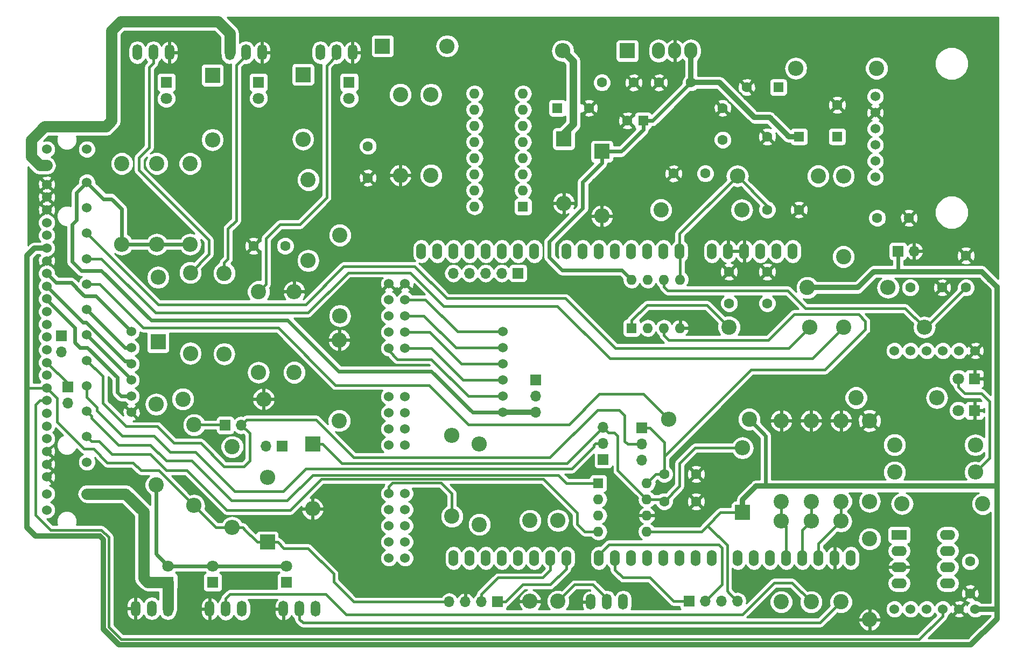
<source format=gbl>
G04 #@! TF.FileFunction,Copper,L2,Bot,Signal*
%FSLAX46Y46*%
G04 Gerber Fmt 4.6, Leading zero omitted, Abs format (unit mm)*
G04 Created by KiCad (PCBNEW 4.0.6+dfsg1-1) date Sat Feb 17 20:25:25 2018*
%MOMM*%
%LPD*%
G01*
G04 APERTURE LIST*
%ADD10C,0.100000*%
%ADD11C,2.400000*%
%ADD12O,2.400000X2.400000*%
%ADD13C,1.600000*%
%ADD14O,2.032000X2.540000*%
%ADD15R,2.400000X2.400000*%
%ADD16C,1.524000*%
%ADD17R,1.600000X1.600000*%
%ADD18O,1.600000X1.600000*%
%ADD19R,1.800000X1.800000*%
%ADD20C,1.800000*%
%ADD21O,1.501140X2.499360*%
%ADD22R,1.700000X1.700000*%
%ADD23O,1.700000X1.700000*%
%ADD24O,1.524000X2.540000*%
%ADD25R,2.400000X1.600000*%
%ADD26O,2.400000X1.600000*%
%ADD27C,0.400000*%
%ADD28C,0.812800*%
%ADD29C,0.609600*%
%ADD30C,1.219200*%
%ADD31C,1.778000*%
%ADD32C,0.254000*%
G04 APERTURE END LIST*
D10*
D11*
X90900000Y-134300000D03*
D12*
X90900000Y-121600000D03*
D11*
X193900000Y-152700000D03*
D12*
X193900000Y-140000000D03*
D13*
X124200000Y-81000000D03*
X124200000Y-86000000D03*
D14*
X172460000Y-66000000D03*
X175000000Y-66000000D03*
X169920000Y-66000000D03*
D15*
X155000000Y-79840000D03*
D12*
X155000000Y-90000000D03*
D16*
X204000000Y-73205000D03*
X204000000Y-75745000D03*
X204000000Y-78285000D03*
X204000000Y-80825000D03*
X204000000Y-83365000D03*
X204000000Y-85905000D03*
D13*
X175000000Y-71000000D03*
X170000000Y-71000000D03*
D17*
X167500000Y-77000000D03*
D13*
X165000000Y-77000000D03*
X161000000Y-71000000D03*
X166000000Y-71000000D03*
D17*
X154000000Y-75000000D03*
D13*
X159000000Y-75000000D03*
D15*
X165000000Y-66000000D03*
D12*
X154840000Y-66000000D03*
D15*
X161000000Y-81840000D03*
D12*
X161000000Y-92000000D03*
D17*
X188750000Y-71750000D03*
D13*
X183750000Y-71750000D03*
D17*
X192000000Y-79500000D03*
D13*
X187000000Y-79500000D03*
D17*
X198000000Y-79500000D03*
D13*
X198000000Y-74500000D03*
D11*
X204200000Y-68750000D03*
D12*
X191500000Y-68750000D03*
D11*
X119800000Y-95000000D03*
D12*
X119800000Y-107700000D03*
D13*
X204300000Y-92300000D03*
X209300000Y-92300000D03*
X187000000Y-91000000D03*
X192000000Y-91000000D03*
X209500000Y-103250000D03*
X214500000Y-103250000D03*
X218250000Y-103250000D03*
X218250000Y-98250000D03*
X177260000Y-85310000D03*
X172260000Y-85310000D03*
X180000000Y-80000000D03*
X180000000Y-75000000D03*
X111200000Y-96700000D03*
X106200000Y-96700000D03*
X187000000Y-105750000D03*
X187000000Y-100750000D03*
X181000000Y-105750000D03*
X181000000Y-100750000D03*
D17*
X165670000Y-109620000D03*
D18*
X173290000Y-102000000D03*
X168210000Y-109620000D03*
X170750000Y-102000000D03*
X170750000Y-109620000D03*
X168210000Y-102000000D03*
X173290000Y-109620000D03*
X165670000Y-102000000D03*
D11*
X199000000Y-98400000D03*
D12*
X199000000Y-85700000D03*
D11*
X195000000Y-85700000D03*
D12*
X182300000Y-85700000D03*
D11*
X193300000Y-103250000D03*
D12*
X206000000Y-103250000D03*
D11*
X199000000Y-109500000D03*
D12*
X211700000Y-109500000D03*
D11*
X170300000Y-91020000D03*
D12*
X183000000Y-91020000D03*
D11*
X134100000Y-85600000D03*
D12*
X134100000Y-72900000D03*
D11*
X114800000Y-86300000D03*
D12*
X114800000Y-99000000D03*
D11*
X129300000Y-72900000D03*
D12*
X129300000Y-85600000D03*
D11*
X181000000Y-109500000D03*
D12*
X193700000Y-109500000D03*
D17*
X148600000Y-90500000D03*
D18*
X140980000Y-72720000D03*
X148600000Y-87960000D03*
X140980000Y-75260000D03*
X148600000Y-85420000D03*
X140980000Y-77800000D03*
X148600000Y-82880000D03*
X140980000Y-80340000D03*
X148600000Y-80340000D03*
X140980000Y-82880000D03*
X148600000Y-77800000D03*
X140980000Y-85420000D03*
X148600000Y-75260000D03*
X140980000Y-87960000D03*
X148600000Y-72720000D03*
X140980000Y-90500000D03*
D15*
X99750000Y-69840000D03*
D12*
X99750000Y-80000000D03*
D15*
X114000000Y-69750000D03*
D12*
X114000000Y-79910000D03*
D15*
X126500000Y-65250000D03*
D12*
X136660000Y-65250000D03*
D19*
X92500000Y-70960000D03*
D20*
X92500000Y-73500000D03*
D19*
X107000000Y-70960000D03*
D20*
X107000000Y-73500000D03*
D19*
X121250000Y-70960000D03*
D20*
X121250000Y-73500000D03*
D21*
X90460000Y-66250000D03*
X87920000Y-66250000D03*
X93000000Y-66250000D03*
X105000000Y-66250000D03*
X102460000Y-66250000D03*
X107540000Y-66250000D03*
X119250000Y-66250000D03*
X116710000Y-66250000D03*
X121790000Y-66250000D03*
D11*
X85500000Y-83750000D03*
D12*
X85500000Y-96450000D03*
D11*
X96300000Y-100900000D03*
D12*
X96300000Y-113600000D03*
D11*
X95100000Y-120800000D03*
D12*
X107800000Y-120800000D03*
D11*
X91000000Y-83750000D03*
D12*
X91000000Y-96450000D03*
D11*
X101600000Y-101000000D03*
D12*
X101600000Y-113700000D03*
D11*
X112600000Y-116600000D03*
D12*
X112600000Y-103900000D03*
D11*
X96250000Y-83750000D03*
D12*
X96250000Y-96450000D03*
D11*
X107000000Y-103900000D03*
D12*
X107000000Y-116600000D03*
D11*
X119700000Y-124200000D03*
D12*
X119700000Y-111500000D03*
D15*
X91200000Y-111800000D03*
D12*
X91200000Y-101640000D03*
D19*
X92800000Y-149600000D03*
D20*
X92800000Y-147060000D03*
D19*
X99800000Y-149600000D03*
D20*
X99800000Y-147060000D03*
D19*
X111400000Y-149600000D03*
D20*
X111400000Y-147060000D03*
D21*
X90210000Y-153750000D03*
X92750000Y-153750000D03*
X87670000Y-153750000D03*
X101840000Y-153800000D03*
X104380000Y-153800000D03*
X99300000Y-153800000D03*
X113440000Y-153800000D03*
X115980000Y-153800000D03*
X110900000Y-153800000D03*
D11*
X189200000Y-152700000D03*
D12*
X189200000Y-140000000D03*
D11*
X189200000Y-136900000D03*
D12*
X189200000Y-124200000D03*
D11*
X193900000Y-136900000D03*
D12*
X193900000Y-124200000D03*
D11*
X198600000Y-152700000D03*
D12*
X198600000Y-140000000D03*
D11*
X198600000Y-136900000D03*
D12*
X198600000Y-124200000D03*
D13*
X170800000Y-132600000D03*
X175800000Y-132600000D03*
X170800000Y-136900000D03*
X175800000Y-136900000D03*
D15*
X108400000Y-143300000D03*
D12*
X108400000Y-133140000D03*
D15*
X183110000Y-138640000D03*
D12*
X183110000Y-128480000D03*
D15*
X115500000Y-127900000D03*
D12*
X115500000Y-138060000D03*
D17*
X160440000Y-134040000D03*
D18*
X168060000Y-141660000D03*
X160440000Y-136580000D03*
X168060000Y-139120000D03*
X160440000Y-139120000D03*
X168060000Y-136580000D03*
X160440000Y-141660000D03*
X168060000Y-134040000D03*
D22*
X167300000Y-125320000D03*
D23*
X167300000Y-127860000D03*
X167300000Y-130400000D03*
D22*
X161200000Y-130300000D03*
D23*
X161200000Y-127760000D03*
X161200000Y-125220000D03*
D22*
X101760000Y-124900000D03*
D23*
X104300000Y-124900000D03*
D22*
X110700000Y-128200000D03*
D23*
X108160000Y-128200000D03*
D11*
X96850000Y-124850000D03*
D12*
X96850000Y-137550000D03*
D11*
X102850000Y-128300000D03*
D12*
X102850000Y-141000000D03*
D24*
X155440000Y-145800000D03*
X152900000Y-145800000D03*
X150360000Y-145800000D03*
X147820000Y-145800000D03*
X145280000Y-145800000D03*
X142740000Y-145800000D03*
X140200000Y-145800000D03*
X137660000Y-145800000D03*
X132580000Y-97540000D03*
X135120000Y-97540000D03*
X137660000Y-97540000D03*
X140200000Y-97540000D03*
X150360000Y-97540000D03*
X155440000Y-97540000D03*
X157980000Y-97540000D03*
X147820000Y-97540000D03*
X145280000Y-97540000D03*
X142740000Y-97540000D03*
X160520000Y-97540000D03*
X163060000Y-97540000D03*
X165600000Y-97540000D03*
X173220000Y-97540000D03*
X170680000Y-97540000D03*
X168140000Y-97540000D03*
X178300000Y-97540000D03*
X180840000Y-97540000D03*
X183380000Y-97540000D03*
X188460000Y-97540000D03*
X191000000Y-97540000D03*
X160520000Y-145800000D03*
X163060000Y-145800000D03*
X165600000Y-145800000D03*
X168140000Y-145800000D03*
X170680000Y-145800000D03*
X173220000Y-145800000D03*
X175760000Y-145800000D03*
X178300000Y-145800000D03*
X182364000Y-145800000D03*
X184904000Y-145800000D03*
X187444000Y-145800000D03*
X189984000Y-145800000D03*
X192524000Y-145800000D03*
X195064000Y-145800000D03*
X197604000Y-145800000D03*
X200144000Y-145800000D03*
X185920000Y-97540000D03*
D16*
X130040000Y-143260000D03*
X127500000Y-143260000D03*
X130040000Y-140720000D03*
X127500000Y-140720000D03*
X130040000Y-138180000D03*
X127500000Y-138180000D03*
X130040000Y-135640000D03*
X127500000Y-135640000D03*
X130040000Y-145800000D03*
X127500000Y-145800000D03*
X130040000Y-128020000D03*
X127500000Y-128020000D03*
X130040000Y-125480000D03*
X127500000Y-125480000D03*
X130040000Y-122940000D03*
X127500000Y-122940000D03*
X130040000Y-120400000D03*
X127500000Y-120400000D03*
X130040000Y-112780000D03*
X127500000Y-112780000D03*
X130040000Y-110240000D03*
X127500000Y-110240000D03*
X130040000Y-107700000D03*
X127500000Y-107700000D03*
X130040000Y-105160000D03*
X127500000Y-105160000D03*
X130040000Y-102620000D03*
X127500000Y-102620000D03*
X73700000Y-81500000D03*
X80000000Y-81500000D03*
X80000000Y-90700000D03*
X80000000Y-86700000D03*
X80000000Y-94700000D03*
X80000000Y-98700000D03*
X80000000Y-102700000D03*
X80000000Y-106700000D03*
X80000000Y-110700000D03*
X80000000Y-114700000D03*
X80000000Y-118700000D03*
X80000000Y-122700000D03*
X80000000Y-126700000D03*
X80000000Y-135700000D03*
X73700000Y-133040000D03*
X73700000Y-138240000D03*
X73700000Y-135700000D03*
X73700000Y-131040000D03*
X73700000Y-129040000D03*
X73700000Y-127040000D03*
X73700000Y-125040000D03*
X73700000Y-123040000D03*
X73700000Y-121040000D03*
X73700000Y-119040000D03*
X73700000Y-117040000D03*
X73700000Y-115040000D03*
X73700000Y-113040000D03*
X73700000Y-111040000D03*
X73700000Y-109040000D03*
X73700000Y-107040000D03*
X73700000Y-105040000D03*
X73700000Y-103040000D03*
X73700000Y-101040000D03*
X73700000Y-99040000D03*
X73700000Y-97040000D03*
X73700000Y-95040000D03*
X73700000Y-93040000D03*
X73700000Y-89040000D03*
X80000000Y-126700000D03*
X80000000Y-130700000D03*
X73700000Y-91040000D03*
X73700000Y-87040000D03*
X73700000Y-84040000D03*
X87000000Y-122880000D03*
X87000000Y-120340000D03*
X87000000Y-117800000D03*
X87000000Y-115260000D03*
X87000000Y-112720000D03*
X87000000Y-110180000D03*
X145420000Y-112720000D03*
X145420000Y-122880000D03*
X145420000Y-120340000D03*
X145420000Y-117800000D03*
X145420000Y-110180000D03*
X145420000Y-115260000D03*
D22*
X147800000Y-101000000D03*
D23*
X145260000Y-101000000D03*
X142720000Y-101000000D03*
X140180000Y-101000000D03*
X137640000Y-101000000D03*
D22*
X174680000Y-152600000D03*
D23*
X177220000Y-152600000D03*
X179760000Y-152600000D03*
X182300000Y-152600000D03*
D21*
X161800000Y-152700000D03*
X164340000Y-152700000D03*
X159260000Y-152700000D03*
D11*
X149700000Y-139900000D03*
D12*
X149700000Y-152600000D03*
D11*
X154100000Y-152600000D03*
D12*
X154100000Y-139900000D03*
D11*
X184170000Y-123960000D03*
D12*
X171470000Y-123960000D03*
D25*
X207760000Y-142160000D03*
D26*
X215380000Y-149780000D03*
X207760000Y-144700000D03*
X215380000Y-147240000D03*
X207760000Y-147240000D03*
X215380000Y-144700000D03*
X207760000Y-149780000D03*
X215380000Y-142160000D03*
D22*
X144600000Y-152700000D03*
D23*
X142060000Y-152700000D03*
X139520000Y-152700000D03*
X136980000Y-152700000D03*
D13*
X218890000Y-146360000D03*
X218890000Y-151360000D03*
D22*
X150600000Y-117790000D03*
D23*
X150600000Y-120330000D03*
X150600000Y-122870000D03*
D19*
X219600000Y-117590000D03*
D20*
X217060000Y-117590000D03*
D19*
X219600000Y-122590000D03*
D20*
X217060000Y-122590000D03*
D11*
X200970000Y-120590000D03*
D12*
X213670000Y-120590000D03*
D11*
X137410000Y-139230000D03*
D12*
X137410000Y-126530000D03*
D11*
X141730000Y-140520000D03*
D12*
X141730000Y-127820000D03*
D11*
X220900000Y-137260000D03*
D12*
X208200000Y-137260000D03*
D11*
X207040000Y-128000000D03*
D12*
X219740000Y-128000000D03*
D11*
X207040000Y-132300000D03*
D12*
X219740000Y-132300000D03*
D11*
X203100000Y-142800000D03*
D12*
X203100000Y-155500000D03*
D11*
X203100000Y-124200000D03*
D12*
X203100000Y-136900000D03*
D16*
X207000000Y-113200000D03*
X209540000Y-113200000D03*
X212080000Y-113200000D03*
X214620000Y-113200000D03*
X217160000Y-113200000D03*
X219700000Y-113200000D03*
X207000000Y-153840000D03*
X209540000Y-153840000D03*
X212080000Y-153840000D03*
X214620000Y-153840000D03*
X217160000Y-153840000D03*
X219700000Y-153840000D03*
D22*
X76000000Y-110860000D03*
D23*
X76000000Y-113400000D03*
D22*
X76990000Y-118900000D03*
D23*
X76990000Y-121440000D03*
D22*
X207570000Y-97510000D03*
D23*
X210110000Y-97510000D03*
D27*
X132500000Y-132750000D02*
X132510000Y-132760000D01*
X182300000Y-85700000D02*
X187000000Y-90400000D01*
X187000000Y-90400000D02*
X187000000Y-91000000D01*
X173220000Y-97540000D02*
X173220000Y-94780000D01*
X173220000Y-94780000D02*
X182300000Y-85700000D01*
X173290000Y-102000000D02*
X173290000Y-97610000D01*
X173290000Y-97610000D02*
X173220000Y-97540000D01*
X199000000Y-109500000D02*
X194100000Y-114400000D01*
X82300000Y-98700000D02*
X80000000Y-98700000D01*
X194100000Y-114400000D02*
X162250000Y-114400000D01*
X162250000Y-114400000D02*
X154000000Y-106150000D01*
X136150000Y-106150000D02*
X130900000Y-100900000D01*
X154000000Y-106150000D02*
X136150000Y-106150000D01*
X130900000Y-100900000D02*
X121100000Y-100900000D01*
X121100000Y-100900000D02*
X114800000Y-107200000D01*
X114800000Y-107200000D02*
X90800000Y-107200000D01*
X90800000Y-107200000D02*
X82300000Y-98700000D01*
X218250000Y-103250000D02*
X212000000Y-109500000D01*
X212000000Y-109500000D02*
X211700000Y-109500000D01*
X211700000Y-109500000D02*
X208700000Y-106500000D01*
X208700000Y-106500000D02*
X193000000Y-106500000D01*
X193000000Y-106500000D02*
X190250000Y-103750000D01*
X190250000Y-103750000D02*
X171368630Y-103750000D01*
X171368630Y-103750000D02*
X170750000Y-103131370D01*
X170750000Y-103131370D02*
X170750000Y-102000000D01*
X155250000Y-104950000D02*
X163100000Y-112800000D01*
X136600000Y-104950000D02*
X155250000Y-104950000D01*
X131558501Y-99908501D02*
X136600000Y-104950000D01*
X120391499Y-99908501D02*
X131558501Y-99908501D01*
X91200000Y-105900000D02*
X114400000Y-105900000D01*
X114400000Y-105900000D02*
X120391499Y-99908501D01*
X80000000Y-94700000D02*
X91200000Y-105900000D01*
X163100000Y-112800000D02*
X190400000Y-112800000D01*
X190400000Y-112800000D02*
X193700000Y-109500000D01*
X168090000Y-106000000D02*
X177500000Y-106000000D01*
X177500000Y-106000000D02*
X181000000Y-109500000D01*
X165670000Y-109620000D02*
X165670000Y-108420000D01*
X165670000Y-108420000D02*
X168090000Y-106000000D01*
D28*
X203750000Y-100750000D02*
X207560000Y-100750000D01*
X207560000Y-100750000D02*
X220750000Y-100750000D01*
D29*
X207570000Y-97510000D02*
X207570000Y-98969600D01*
X207570000Y-98969600D02*
X207560000Y-98979600D01*
X207560000Y-98979600D02*
X207560000Y-100750000D01*
D27*
X177600000Y-140700000D02*
X179660000Y-138640000D01*
X179660000Y-138640000D02*
X183110000Y-138640000D01*
D28*
X183110000Y-138640000D02*
X183110000Y-136627200D01*
X183110000Y-136627200D02*
X185237200Y-134500000D01*
X185237200Y-134500000D02*
X186760000Y-134500000D01*
D27*
X176730000Y-141570000D02*
X177600000Y-140700000D01*
X176640000Y-141660000D02*
X176730000Y-141570000D01*
X168060000Y-141660000D02*
X176640000Y-141660000D01*
D28*
X70590000Y-119060000D02*
X70590000Y-141020000D01*
X70590000Y-141020000D02*
X71950000Y-142380000D01*
X71950000Y-142380000D02*
X82060000Y-142380000D01*
X82060000Y-142380000D02*
X82620000Y-142940000D01*
X219020000Y-159430000D02*
X220950000Y-157500000D01*
X82620000Y-142940000D02*
X82620000Y-156980000D01*
X82620000Y-156980000D02*
X85070000Y-159430000D01*
X85070000Y-159430000D02*
X219020000Y-159430000D01*
X220950000Y-157500000D02*
X221000000Y-157500000D01*
X221000000Y-157500000D02*
X223160000Y-155340000D01*
X223160000Y-155340000D02*
X223160000Y-153850000D01*
D27*
X73700000Y-119040000D02*
X75330000Y-120670000D01*
X75330000Y-120670000D02*
X75330000Y-124407998D01*
X75330000Y-124407998D02*
X79572002Y-128650000D01*
X79572002Y-128650000D02*
X81050000Y-128650000D01*
X88500000Y-132000000D02*
X91300000Y-132000000D01*
X81050000Y-128650000D02*
X83200000Y-130800000D01*
X83200000Y-130800000D02*
X87300000Y-130800000D01*
X87300000Y-130800000D02*
X88500000Y-132000000D01*
X91300000Y-132000000D02*
X96850000Y-137550000D01*
D28*
X70590000Y-117040000D02*
X70590000Y-115030000D01*
X70590000Y-115030000D02*
X70590000Y-98230000D01*
D27*
X70600000Y-115040000D02*
X70590000Y-115030000D01*
D28*
X70590000Y-119060000D02*
X70590000Y-117040000D01*
X223160000Y-103170000D02*
X223160000Y-134500000D01*
X223160000Y-134500000D02*
X223160000Y-153850000D01*
X222000000Y-134500000D02*
X223160000Y-134500000D01*
X219700000Y-153840000D02*
X223150000Y-153840000D01*
X223150000Y-153840000D02*
X223160000Y-153850000D01*
X201250000Y-103250000D02*
X203750000Y-100750000D01*
X193300000Y-103250000D02*
X201250000Y-103250000D01*
X220750000Y-100750000D02*
X222000000Y-102000000D01*
X222000000Y-102000000D02*
X222000000Y-102010000D01*
X222000000Y-102010000D02*
X223160000Y-103170000D01*
D29*
X184170000Y-123960000D02*
X186760000Y-126550000D01*
X186760000Y-126550000D02*
X186760000Y-134500000D01*
D27*
X186800000Y-134460000D02*
X186760000Y-134500000D01*
D28*
X222000000Y-134500000D02*
X186760000Y-134500000D01*
D27*
X186700000Y-134440000D02*
X186760000Y-134500000D01*
D28*
X70590000Y-98230000D02*
X71780000Y-97040000D01*
X71780000Y-97040000D02*
X73700000Y-97040000D01*
D27*
X73700000Y-119040000D02*
X72622370Y-119040000D01*
X72622370Y-119040000D02*
X72602370Y-119060000D01*
X72602370Y-119060000D02*
X70590000Y-119060000D01*
X181100000Y-151397919D02*
X181100000Y-151400000D01*
X181100000Y-151397919D02*
X180700000Y-150997919D01*
X177800000Y-140900000D02*
X177600000Y-140700000D01*
X180700000Y-143800000D02*
X177800000Y-140900000D01*
X180700000Y-150997919D02*
X180700000Y-143800000D01*
X181100000Y-151400000D02*
X182300000Y-152600000D01*
X118800000Y-149500000D02*
X122000000Y-152700000D01*
X122000000Y-152700000D02*
X136980000Y-152700000D01*
X118800000Y-148300000D02*
X118800000Y-149500000D01*
X114800000Y-144300000D02*
X118800000Y-148300000D01*
X111000000Y-144300000D02*
X114800000Y-144300000D01*
X108400000Y-143300000D02*
X110000000Y-143300000D01*
X110000000Y-143300000D02*
X111000000Y-144300000D01*
X203300000Y-134500000D02*
X222000000Y-134500000D01*
X104700000Y-141200000D02*
X104700000Y-141152944D01*
X104700000Y-141152944D02*
X104547056Y-141000000D01*
X104547056Y-141000000D02*
X102850000Y-141000000D01*
X104700000Y-141200000D02*
X106800000Y-143300000D01*
X106800000Y-143300000D02*
X108400000Y-143300000D01*
X96850000Y-137550000D02*
X100300000Y-141000000D01*
X100300000Y-141000000D02*
X102850000Y-141000000D01*
X103770000Y-141000000D02*
X102850000Y-141000000D01*
D29*
X185920000Y-97032000D02*
X185920000Y-97540000D01*
D28*
X175000000Y-66000000D02*
X175000000Y-71000000D01*
D29*
X154750000Y-100500000D02*
X164170000Y-100500000D01*
X164170000Y-100500000D02*
X165670000Y-102000000D01*
X152750000Y-98500000D02*
X154750000Y-100500000D01*
X152750000Y-96000000D02*
X152750000Y-98500000D01*
X158000000Y-90750000D02*
X152750000Y-96000000D01*
X158000000Y-86649600D02*
X158000000Y-90750000D01*
X161000000Y-81840000D02*
X161000000Y-83649600D01*
X161000000Y-83649600D02*
X158000000Y-86649600D01*
X167500000Y-77000000D02*
X167500000Y-78409600D01*
X162809600Y-81840000D02*
X161000000Y-81840000D01*
X167500000Y-78409600D02*
X164069600Y-81840000D01*
X164069600Y-81840000D02*
X162809600Y-81840000D01*
X175000000Y-71000000D02*
X169000000Y-77000000D01*
X169000000Y-77000000D02*
X167500000Y-77000000D01*
D28*
X185000000Y-76500000D02*
X187387200Y-76500000D01*
X187387200Y-76500000D02*
X190387200Y-79500000D01*
X190387200Y-79500000D02*
X192000000Y-79500000D01*
X179500000Y-71000000D02*
X185000000Y-76500000D01*
X175000000Y-71000000D02*
X179500000Y-71000000D01*
D29*
X194150000Y-103250000D02*
X193300000Y-103250000D01*
D28*
X145420000Y-122880000D02*
X150590000Y-122880000D01*
X150590000Y-122880000D02*
X150600000Y-122870000D01*
D30*
X156500000Y-77600000D02*
X156500000Y-67660000D01*
X156500000Y-67660000D02*
X154840000Y-66000000D01*
X155000000Y-79100000D02*
X156500000Y-77600000D01*
X155000000Y-79840000D02*
X155000000Y-79100000D01*
D29*
X134200000Y-116400000D02*
X140680000Y-122880000D01*
X140680000Y-122880000D02*
X145420000Y-122880000D01*
X119600000Y-116400000D02*
X134200000Y-116400000D01*
X111600000Y-108400000D02*
X119600000Y-116400000D01*
X90100000Y-108400000D02*
X111600000Y-108400000D01*
X82300000Y-100600000D02*
X90100000Y-108400000D01*
X79100000Y-100600000D02*
X82300000Y-100600000D01*
X77700000Y-99200000D02*
X79100000Y-100600000D01*
X77700000Y-93300000D02*
X77700000Y-99200000D01*
X78354801Y-92645199D02*
X77700000Y-93300000D01*
X80000000Y-86700000D02*
X78354801Y-88345199D01*
X78354801Y-88345199D02*
X78354801Y-92645199D01*
X80000000Y-86700000D02*
X82600000Y-89300000D01*
X82600000Y-89300000D02*
X83900000Y-89300000D01*
X85500000Y-90900000D02*
X85500000Y-96450000D01*
X83900000Y-89300000D02*
X85500000Y-90900000D01*
X85500000Y-96450000D02*
X91000000Y-96450000D01*
X91000000Y-96450000D02*
X96250000Y-96450000D01*
D27*
X99200000Y-95800000D02*
X99200000Y-98000000D01*
X99200000Y-98000000D02*
X96300000Y-100900000D01*
X88200000Y-84800000D02*
X99200000Y-95800000D01*
X88200000Y-82800000D02*
X88200000Y-84800000D01*
X89800000Y-81200000D02*
X88200000Y-82800000D01*
X89800000Y-68559680D02*
X89800000Y-81200000D01*
X90460000Y-66250000D02*
X90460000Y-67899680D01*
X90460000Y-67899680D02*
X89800000Y-68559680D01*
X101600000Y-101000000D02*
X101600000Y-99302944D01*
X101600000Y-99302944D02*
X102200000Y-98702944D01*
X102200000Y-98702944D02*
X102200000Y-94000000D01*
X102200000Y-94000000D02*
X103500000Y-92700000D01*
X103500000Y-92700000D02*
X103500000Y-68249110D01*
X103500000Y-68249110D02*
X105000000Y-66749110D01*
X105000000Y-66749110D02*
X105000000Y-66250000D01*
X110400000Y-93300000D02*
X108199999Y-95500001D01*
X108199999Y-95500001D02*
X108199999Y-102700001D01*
X108199999Y-102700001D02*
X107000000Y-103900000D01*
X113500000Y-93300000D02*
X110400000Y-93300000D01*
X117700000Y-89100000D02*
X113500000Y-93300000D01*
X117700000Y-68299110D02*
X117700000Y-89100000D01*
X119250000Y-66250000D02*
X119250000Y-66749110D01*
X119250000Y-66749110D02*
X117700000Y-68299110D01*
D31*
X102460000Y-66250000D02*
X102460000Y-63222320D01*
X102460000Y-63222320D02*
X100637680Y-61400000D01*
X100637680Y-61400000D02*
X85300000Y-61400000D01*
X85300000Y-61400000D02*
X83900000Y-62800000D01*
X83900000Y-62800000D02*
X83900000Y-77010000D01*
X83900000Y-77010000D02*
X82999001Y-77910999D01*
X82999001Y-77910999D02*
X82089001Y-77910999D01*
X82089001Y-77910999D02*
X73339001Y-77910999D01*
X73700000Y-84040000D02*
X72622370Y-84040000D01*
X72622370Y-84040000D02*
X71250000Y-82667630D01*
X71250000Y-80000000D02*
X71250000Y-82667630D01*
X73339001Y-77910999D02*
X71250000Y-80000000D01*
X73339001Y-77910999D02*
X73059601Y-78190399D01*
D30*
X71250000Y-80000000D02*
X73059601Y-78190399D01*
D27*
X189200000Y-136900000D02*
X189200000Y-140000000D01*
X189200000Y-140000000D02*
X189984000Y-140784000D01*
X189984000Y-140784000D02*
X189984000Y-145800000D01*
D31*
X92800000Y-149600000D02*
X92800000Y-153700000D01*
X92800000Y-153700000D02*
X92750000Y-153750000D01*
X88940000Y-148958000D02*
X89582000Y-149600000D01*
X89582000Y-149600000D02*
X92800000Y-149600000D01*
X88940000Y-138560000D02*
X88940000Y-148958000D01*
X86080000Y-135700000D02*
X88940000Y-138560000D01*
X80000000Y-135700000D02*
X86080000Y-135700000D01*
D27*
X188100000Y-149700000D02*
X190900000Y-149700000D01*
X190900000Y-149700000D02*
X193900000Y-152700000D01*
X183100000Y-154700000D02*
X188100000Y-149700000D01*
X120800000Y-154700000D02*
X183100000Y-154700000D01*
X117600000Y-151500000D02*
X120800000Y-154700000D01*
X102490320Y-151500000D02*
X117600000Y-151500000D01*
X101840000Y-153800000D02*
X101840000Y-152150320D01*
X101840000Y-152150320D02*
X102490320Y-151500000D01*
X113990320Y-156000000D02*
X195300000Y-156000000D01*
X195300000Y-156000000D02*
X198600000Y-152700000D01*
X113440000Y-153800000D02*
X113440000Y-155449680D01*
X113440000Y-155449680D02*
X113990320Y-156000000D01*
X192524000Y-145800000D02*
X192524000Y-141376000D01*
X192524000Y-141376000D02*
X193900000Y-140000000D01*
X193900000Y-140000000D02*
X193900000Y-136900000D01*
X198600000Y-136900000D02*
X198600000Y-140000000D01*
X198600000Y-140000000D02*
X195064000Y-143536000D01*
X195064000Y-143536000D02*
X195064000Y-145800000D01*
X170800000Y-132600000D02*
X169500000Y-132600000D01*
X169500000Y-132600000D02*
X168060000Y-134040000D01*
X170800000Y-129850000D02*
X184450000Y-116200000D01*
X184450000Y-116200000D02*
X196100000Y-116200000D01*
X170800000Y-132600000D02*
X170800000Y-129850000D01*
X167300000Y-125320000D02*
X168550000Y-125320000D01*
X168550000Y-125320000D02*
X170800000Y-127570000D01*
X170800000Y-127570000D02*
X170800000Y-131468630D01*
X170800000Y-131468630D02*
X170800000Y-132600000D01*
X202450000Y-109850000D02*
X196100000Y-116200000D01*
X202450000Y-108550000D02*
X202450000Y-109850000D01*
X201350000Y-107450000D02*
X202450000Y-108550000D01*
X191250000Y-107450000D02*
X201350000Y-107450000D01*
X187200000Y-111500000D02*
X191250000Y-107450000D01*
X171498630Y-111500000D02*
X187200000Y-111500000D01*
X170750000Y-109620000D02*
X170750000Y-110751370D01*
X170750000Y-110751370D02*
X171498630Y-111500000D01*
X154180000Y-132760000D02*
X155460000Y-134040000D01*
X155460000Y-134040000D02*
X160440000Y-134040000D01*
X154180000Y-132760000D02*
X115510000Y-132760000D01*
X115510000Y-132760000D02*
X115500000Y-132750000D01*
X80000000Y-122700000D02*
X80761999Y-123461999D01*
X80761999Y-123461999D02*
X80761999Y-123761999D01*
X80761999Y-123761999D02*
X85000000Y-128000000D01*
X85000000Y-128000000D02*
X90000000Y-128000000D01*
X111500000Y-136750000D02*
X115500000Y-132750000D01*
X102750000Y-136750000D02*
X111500000Y-136750000D01*
X96500000Y-130500000D02*
X102750000Y-136750000D01*
X92500000Y-130500000D02*
X96500000Y-130500000D01*
X90000000Y-128000000D02*
X92500000Y-130500000D01*
X157100000Y-140440000D02*
X158320000Y-141660000D01*
X158320000Y-141660000D02*
X160440000Y-141660000D01*
X157100000Y-138660000D02*
X157100000Y-140440000D01*
X152360000Y-133920000D02*
X151800010Y-133360010D01*
X151800010Y-133360010D02*
X116889990Y-133360010D01*
X116889990Y-133360010D02*
X112000000Y-138250000D01*
X112000000Y-138250000D02*
X102000000Y-138250000D01*
X95750000Y-132000000D02*
X92500000Y-132000000D01*
X102000000Y-138250000D02*
X95750000Y-132000000D01*
X92500000Y-132000000D02*
X90000000Y-129500000D01*
X90000000Y-129500000D02*
X84000000Y-129500000D01*
X84000000Y-129500000D02*
X81961999Y-127461999D01*
X81961999Y-127461999D02*
X80761999Y-127461999D01*
X80761999Y-127461999D02*
X80000000Y-126700000D01*
X152190000Y-133750000D02*
X152360000Y-133920000D01*
X152360000Y-133920000D02*
X157100000Y-138660000D01*
X159700000Y-128300000D02*
X159700000Y-128057919D01*
X159700000Y-128057919D02*
X159997919Y-127760000D01*
X159997919Y-127760000D02*
X161200000Y-127760000D01*
X156250000Y-131750000D02*
X159700000Y-128300000D01*
X114450000Y-131750000D02*
X156250000Y-131750000D01*
X85600000Y-126600000D02*
X90600000Y-126600000D01*
X80000000Y-118700000D02*
X80000000Y-120500000D01*
X80000000Y-120500000D02*
X81600000Y-122100000D01*
X81600000Y-122100000D02*
X81600000Y-122600000D01*
X81600000Y-122600000D02*
X85600000Y-126600000D01*
X90600000Y-126600000D02*
X93100000Y-129100000D01*
X93100000Y-129100000D02*
X97100000Y-129100000D01*
X110900000Y-135300000D02*
X114450000Y-131750000D01*
X97100000Y-129100000D02*
X103300000Y-135300000D01*
X103300000Y-135300000D02*
X110900000Y-135300000D01*
X96850000Y-124850000D02*
X101710000Y-124850000D01*
X101710000Y-124850000D02*
X101760000Y-124900000D01*
D29*
X92800000Y-147060000D02*
X94072792Y-147060000D01*
X94072792Y-147060000D02*
X99800000Y-147060000D01*
X90900000Y-134300000D02*
X90900000Y-145160000D01*
X90900000Y-145160000D02*
X92800000Y-147060000D01*
X99800000Y-147060000D02*
X101072792Y-147060000D01*
X101072792Y-147060000D02*
X111400000Y-147060000D01*
X99700000Y-146960000D02*
X99800000Y-147060000D01*
X73700000Y-105040000D02*
X73700000Y-105165134D01*
X73700000Y-105165134D02*
X78100000Y-109565134D01*
X78100000Y-109565134D02*
X78100000Y-111900000D01*
X78100000Y-111900000D02*
X78900000Y-112700000D01*
X78900000Y-112700000D02*
X80100000Y-112700000D01*
X80100000Y-112700000D02*
X84800000Y-117400000D01*
X84800000Y-117400000D02*
X84800000Y-119750000D01*
X84800000Y-119750000D02*
X85390000Y-120340000D01*
X85390000Y-120340000D02*
X87000000Y-120340000D01*
X80000000Y-110700000D02*
X87000000Y-117700000D01*
X87000000Y-117700000D02*
X87000000Y-117800000D01*
X85974866Y-114800000D02*
X86540000Y-114800000D01*
X86540000Y-114800000D02*
X87000000Y-115260000D01*
X79400000Y-108700000D02*
X79874866Y-108700000D01*
X79874866Y-108700000D02*
X85974866Y-114800000D01*
X78666801Y-107966801D02*
X79400000Y-108700000D01*
X73700000Y-103040000D02*
X78626801Y-107966801D01*
X78626801Y-107966801D02*
X78666801Y-107966801D01*
X80000000Y-106700000D02*
X86020000Y-112720000D01*
X86020000Y-112720000D02*
X87000000Y-112720000D01*
X77572305Y-102495199D02*
X78354801Y-103277695D01*
X78354801Y-103277695D02*
X78354801Y-103354801D01*
X78354801Y-103354801D02*
X79600000Y-104600000D01*
X79600000Y-104600000D02*
X81420000Y-104600000D01*
X81420000Y-104600000D02*
X87000000Y-110180000D01*
X73700000Y-101040000D02*
X75155199Y-102495199D01*
X75155199Y-102495199D02*
X77572305Y-102495199D01*
D27*
X130040000Y-107700000D02*
X133000000Y-107700000D01*
X138020000Y-112720000D02*
X145420000Y-112720000D01*
X133000000Y-107700000D02*
X138020000Y-112720000D01*
X127500000Y-112780000D02*
X127500000Y-113170000D01*
X127500000Y-113170000D02*
X128860000Y-114530000D01*
X128860000Y-114530000D02*
X134200000Y-114530000D01*
X134200000Y-114530000D02*
X140010000Y-120340000D01*
X140010000Y-120340000D02*
X145420000Y-120340000D01*
X130040000Y-112780000D02*
X134180000Y-112780000D01*
X139200000Y-117800000D02*
X145420000Y-117800000D01*
X134180000Y-112780000D02*
X139200000Y-117800000D01*
X130040000Y-105160000D02*
X133260000Y-105160000D01*
X138280000Y-110180000D02*
X145420000Y-110180000D01*
X133260000Y-105160000D02*
X138280000Y-110180000D01*
X145420000Y-115260000D02*
X138930000Y-115260000D01*
X133910000Y-110240000D02*
X130040000Y-110240000D01*
X138930000Y-115260000D02*
X133910000Y-110240000D01*
X122000000Y-130000000D02*
X141700000Y-130000000D01*
X141700000Y-130000000D02*
X142000000Y-130000000D01*
X160300000Y-122500000D02*
X152800000Y-130000000D01*
X152800000Y-130000000D02*
X141700000Y-130000000D01*
X163700000Y-122500000D02*
X160300000Y-122500000D01*
X164600000Y-123400000D02*
X163700000Y-122500000D01*
X164600000Y-127400000D02*
X164600000Y-123400000D01*
X165060000Y-127860000D02*
X164600000Y-127400000D01*
X167300000Y-127860000D02*
X165060000Y-127860000D01*
X105149999Y-124050001D02*
X116050001Y-124050001D01*
X116050001Y-124050001D02*
X122000000Y-130000000D01*
X104300000Y-124900000D02*
X105149999Y-124050001D01*
X104300000Y-124900000D02*
X105600000Y-126200000D01*
X105600000Y-126200000D02*
X105600000Y-130500000D01*
X105600000Y-130500000D02*
X104700000Y-131400000D01*
X104700000Y-131400000D02*
X101600000Y-131400000D01*
X91100000Y-125100000D02*
X86200000Y-125100000D01*
X101600000Y-131400000D02*
X97900000Y-127700000D01*
X97900000Y-127700000D02*
X93700000Y-127700000D01*
X93700000Y-127700000D02*
X91100000Y-125100000D01*
X86200000Y-125100000D02*
X82500000Y-121400000D01*
X82500000Y-121400000D02*
X82500000Y-117200000D01*
X82500000Y-117200000D02*
X80000000Y-114700000D01*
X173480000Y-152600000D02*
X174680000Y-152600000D01*
X173480000Y-152600000D02*
X172230000Y-152600000D01*
X172230000Y-152600000D02*
X168530000Y-148900000D01*
X168530000Y-148900000D02*
X164300000Y-148900000D01*
X164300000Y-148900000D02*
X163060000Y-147660000D01*
X163060000Y-147660000D02*
X163060000Y-145800000D01*
X160520000Y-145800000D02*
X160520000Y-145292000D01*
X179400000Y-143700000D02*
X179900000Y-144200000D01*
X160520000Y-145292000D02*
X162112000Y-143700000D01*
X162112000Y-143700000D02*
X179400000Y-143700000D01*
X179900000Y-144200000D02*
X179900000Y-149920000D01*
X179900000Y-149920000D02*
X177220000Y-152600000D01*
X154100000Y-152600000D02*
X156700000Y-150000000D01*
X161800000Y-152200890D02*
X161800000Y-152700000D01*
X156700000Y-150000000D02*
X159599110Y-150000000D01*
X159599110Y-150000000D02*
X161800000Y-152200890D01*
X170800000Y-136900000D02*
X173200000Y-134500000D01*
X173200000Y-134500000D02*
X173200000Y-130900000D01*
X173200000Y-130900000D02*
X175620000Y-128480000D01*
X175620000Y-128480000D02*
X183110000Y-128480000D01*
X168060000Y-136580000D02*
X170480000Y-136580000D01*
X170480000Y-136580000D02*
X170800000Y-136900000D01*
X163500000Y-126600000D02*
X163500000Y-132020000D01*
X163500000Y-132020000D02*
X168060000Y-136580000D01*
X161200000Y-125220000D02*
X162049999Y-126069999D01*
X137700000Y-130900000D02*
X137900000Y-130900000D01*
X120100000Y-130900000D02*
X137700000Y-130900000D01*
X137700000Y-130900000D02*
X155520000Y-130900000D01*
X155520000Y-130900000D02*
X161200000Y-125220000D01*
X170740000Y-136960000D02*
X170800000Y-136900000D01*
X115500000Y-127900000D02*
X117100000Y-127900000D01*
X117100000Y-127900000D02*
X120100000Y-130900000D01*
X162049999Y-126069999D02*
X162969999Y-126069999D01*
X162969999Y-126069999D02*
X163500000Y-126600000D01*
X80000000Y-102700000D02*
X82000000Y-102700000D01*
X82000000Y-102700000D02*
X88900000Y-109600000D01*
X140000000Y-124800000D02*
X155800000Y-124800000D01*
X155800000Y-124800000D02*
X160600000Y-120000000D01*
X88900000Y-109600000D02*
X110100000Y-109600000D01*
X119100000Y-118600000D02*
X133800000Y-118600000D01*
X110100000Y-109600000D02*
X119100000Y-118600000D01*
X133800000Y-118600000D02*
X140000000Y-124800000D01*
X167510000Y-120000000D02*
X171470000Y-123960000D01*
X160600000Y-120000000D02*
X167510000Y-120000000D01*
X152910000Y-150000000D02*
X148550000Y-150000000D01*
X148550000Y-150000000D02*
X145850000Y-152700000D01*
X145850000Y-152700000D02*
X144600000Y-152700000D01*
X155440000Y-145800000D02*
X155440000Y-147470000D01*
X155440000Y-147470000D02*
X152910000Y-150000000D01*
X142060000Y-152700000D02*
X142060000Y-151497919D01*
X142060000Y-151497919D02*
X144657919Y-148900000D01*
X144657919Y-148900000D02*
X151700000Y-148900000D01*
X151700000Y-148900000D02*
X152900000Y-147700000D01*
X152900000Y-147700000D02*
X152900000Y-145800000D01*
X221970000Y-121180000D02*
X221970000Y-130070000D01*
X221970000Y-130070000D02*
X219740000Y-132300000D01*
X220680000Y-119890000D02*
X221970000Y-121180000D01*
X218087208Y-119890000D02*
X220680000Y-119890000D01*
X217060000Y-117590000D02*
X217060000Y-118862792D01*
X217060000Y-118862792D02*
X218087208Y-119890000D01*
X127500000Y-135640000D02*
X127500000Y-134562370D01*
X127500000Y-134562370D02*
X128102350Y-133960020D01*
X128102350Y-133960020D02*
X135710020Y-133960020D01*
X135710020Y-133960020D02*
X137410000Y-135660000D01*
X137410000Y-135660000D02*
X137410000Y-139230000D01*
X214620000Y-154917630D02*
X213930000Y-155607630D01*
X213930000Y-155607630D02*
X211677630Y-157860000D01*
X73700000Y-121040000D02*
X72622370Y-121040000D01*
X72622370Y-121040000D02*
X71950000Y-121712370D01*
X71950000Y-121712370D02*
X71950000Y-139020000D01*
X71950000Y-139020000D02*
X74330001Y-141400001D01*
X83426410Y-142535975D02*
X83426410Y-156645976D01*
X85404024Y-158623590D02*
X210914040Y-158623590D01*
X74330001Y-141400001D02*
X82290436Y-141400001D01*
X82290436Y-141400001D02*
X83426410Y-142535975D01*
X83426410Y-156645976D02*
X85404024Y-158623590D01*
X210914040Y-158623590D02*
X213930000Y-155607630D01*
X214620000Y-153840000D02*
X214620000Y-154917630D01*
X73700000Y-115040000D02*
X76990000Y-118330000D01*
X76990000Y-118330000D02*
X76990000Y-118900000D01*
D32*
G36*
X76228754Y-126487620D02*
X75925057Y-126613106D01*
X75464722Y-127072637D01*
X75215284Y-127673352D01*
X75214716Y-128323795D01*
X75463106Y-128924943D01*
X75922637Y-129385278D01*
X76523352Y-129634716D01*
X77173795Y-129635284D01*
X77774943Y-129386894D01*
X78235278Y-128927363D01*
X78362386Y-128621252D01*
X78981568Y-129240434D01*
X79252462Y-129421440D01*
X79376428Y-129446098D01*
X79209697Y-129514990D01*
X78816371Y-129907630D01*
X78603243Y-130420900D01*
X78602758Y-130976661D01*
X78814990Y-131490303D01*
X79207630Y-131883629D01*
X79720900Y-132096757D01*
X80276661Y-132097242D01*
X80790303Y-131885010D01*
X81183629Y-131492370D01*
X81396757Y-130979100D01*
X81397242Y-130423339D01*
X81224569Y-130005437D01*
X82609566Y-131390434D01*
X82880459Y-131571439D01*
X83200000Y-131635000D01*
X86954132Y-131635000D01*
X87909566Y-132590434D01*
X88180459Y-132771439D01*
X88500000Y-132835000D01*
X89770209Y-132835000D01*
X89345270Y-133259199D01*
X89065319Y-133933395D01*
X89064682Y-134663403D01*
X89343455Y-135338086D01*
X89859199Y-135854730D01*
X89960200Y-135896669D01*
X89960200Y-137424938D01*
X87157631Y-134622369D01*
X87017237Y-134528561D01*
X86663210Y-134292008D01*
X86080000Y-134176000D01*
X80000000Y-134176000D01*
X79416790Y-134292008D01*
X78922369Y-134622369D01*
X78592008Y-135116790D01*
X78476000Y-135700000D01*
X78592008Y-136283210D01*
X78922369Y-136777631D01*
X79416790Y-137107992D01*
X80000000Y-137224000D01*
X85448738Y-137224000D01*
X87416000Y-139191262D01*
X87416000Y-148958000D01*
X87532008Y-149541210D01*
X87691562Y-149780000D01*
X87862369Y-150035631D01*
X88504369Y-150677631D01*
X88998790Y-151007992D01*
X89582000Y-151124000D01*
X91276000Y-151124000D01*
X91276000Y-152363309D01*
X91189746Y-152234221D01*
X90740235Y-151933867D01*
X90210000Y-151828397D01*
X89679765Y-151933867D01*
X89230254Y-152234221D01*
X88929900Y-152683732D01*
X88928050Y-152693032D01*
X88901499Y-152603323D01*
X88559944Y-152181342D01*
X88082903Y-151922190D01*
X88011275Y-151908007D01*
X87797000Y-152030661D01*
X87797000Y-153623000D01*
X87817000Y-153623000D01*
X87817000Y-153877000D01*
X87797000Y-153877000D01*
X87797000Y-155469339D01*
X88011275Y-155591993D01*
X88082903Y-155577810D01*
X88559944Y-155318658D01*
X88901499Y-154896677D01*
X88928050Y-154806968D01*
X88929900Y-154816268D01*
X89230254Y-155265779D01*
X89679765Y-155566133D01*
X90210000Y-155671603D01*
X90740235Y-155566133D01*
X91189746Y-155265779D01*
X91480000Y-154831384D01*
X91770254Y-155265779D01*
X92219765Y-155566133D01*
X92750000Y-155671603D01*
X93280235Y-155566133D01*
X93729746Y-155265779D01*
X94030100Y-154816268D01*
X94105671Y-154436344D01*
X94207993Y-154283209D01*
X94278847Y-153927000D01*
X97914430Y-153927000D01*
X97914430Y-154426110D01*
X98068501Y-154946677D01*
X98410056Y-155368658D01*
X98887097Y-155627810D01*
X98958725Y-155641993D01*
X99173000Y-155519339D01*
X99173000Y-153927000D01*
X97914430Y-153927000D01*
X94278847Y-153927000D01*
X94324001Y-153700000D01*
X94324000Y-153699995D01*
X94324000Y-153173890D01*
X97914430Y-153173890D01*
X97914430Y-153673000D01*
X99173000Y-153673000D01*
X99173000Y-152080661D01*
X98958725Y-151958007D01*
X98887097Y-151972190D01*
X98410056Y-152231342D01*
X98068501Y-152653323D01*
X97914430Y-153173890D01*
X94324000Y-153173890D01*
X94324000Y-150615750D01*
X94347440Y-150500000D01*
X94347440Y-148700000D01*
X94303162Y-148464683D01*
X94164090Y-148248559D01*
X93951890Y-148103569D01*
X93931466Y-148099433D01*
X94031273Y-147999800D01*
X98569236Y-147999800D01*
X98665880Y-148096613D01*
X98664683Y-148096838D01*
X98448559Y-148235910D01*
X98303569Y-148448110D01*
X98252560Y-148700000D01*
X98252560Y-150500000D01*
X98296838Y-150735317D01*
X98435910Y-150951441D01*
X98648110Y-151096431D01*
X98900000Y-151147440D01*
X100700000Y-151147440D01*
X100935317Y-151103162D01*
X101151441Y-150964090D01*
X101296431Y-150751890D01*
X101347440Y-150500000D01*
X101347440Y-148700000D01*
X101303162Y-148464683D01*
X101164090Y-148248559D01*
X100951890Y-148103569D01*
X100931466Y-148099433D01*
X101031273Y-147999800D01*
X110169236Y-147999800D01*
X110265880Y-148096613D01*
X110264683Y-148096838D01*
X110048559Y-148235910D01*
X109903569Y-148448110D01*
X109852560Y-148700000D01*
X109852560Y-150500000D01*
X109883607Y-150665000D01*
X102490320Y-150665000D01*
X102170779Y-150728561D01*
X101955823Y-150872190D01*
X101899886Y-150909566D01*
X101249566Y-151559886D01*
X101068561Y-151830779D01*
X101005000Y-152150320D01*
X101005000Y-152187505D01*
X100860254Y-152284221D01*
X100559900Y-152733732D01*
X100558050Y-152743032D01*
X100531499Y-152653323D01*
X100189944Y-152231342D01*
X99712903Y-151972190D01*
X99641275Y-151958007D01*
X99427000Y-152080661D01*
X99427000Y-153673000D01*
X99447000Y-153673000D01*
X99447000Y-153927000D01*
X99427000Y-153927000D01*
X99427000Y-155519339D01*
X99641275Y-155641993D01*
X99712903Y-155627810D01*
X100189944Y-155368658D01*
X100531499Y-154946677D01*
X100558050Y-154856968D01*
X100559900Y-154866268D01*
X100860254Y-155315779D01*
X101309765Y-155616133D01*
X101840000Y-155721603D01*
X102370235Y-155616133D01*
X102819746Y-155315779D01*
X103110000Y-154881384D01*
X103400254Y-155315779D01*
X103849765Y-155616133D01*
X104380000Y-155721603D01*
X104910235Y-155616133D01*
X105359746Y-155315779D01*
X105660100Y-154866268D01*
X105765570Y-154336033D01*
X105765570Y-153927000D01*
X109514430Y-153927000D01*
X109514430Y-154426110D01*
X109668501Y-154946677D01*
X110010056Y-155368658D01*
X110487097Y-155627810D01*
X110558725Y-155641993D01*
X110773000Y-155519339D01*
X110773000Y-153927000D01*
X109514430Y-153927000D01*
X105765570Y-153927000D01*
X105765570Y-153263967D01*
X105660100Y-152733732D01*
X105393675Y-152335000D01*
X109926154Y-152335000D01*
X109668501Y-152653323D01*
X109514430Y-153173890D01*
X109514430Y-153673000D01*
X110773000Y-153673000D01*
X110773000Y-153653000D01*
X111027000Y-153653000D01*
X111027000Y-153673000D01*
X111047000Y-153673000D01*
X111047000Y-153927000D01*
X111027000Y-153927000D01*
X111027000Y-155519339D01*
X111241275Y-155641993D01*
X111312903Y-155627810D01*
X111789944Y-155368658D01*
X112131499Y-154946677D01*
X112158050Y-154856968D01*
X112159900Y-154866268D01*
X112460254Y-155315779D01*
X112605000Y-155412495D01*
X112605000Y-155449680D01*
X112668561Y-155769221D01*
X112822763Y-156000000D01*
X112849566Y-156040114D01*
X113399886Y-156590434D01*
X113670779Y-156771439D01*
X113990320Y-156835000D01*
X195300000Y-156835000D01*
X195619541Y-156771439D01*
X195890434Y-156590434D01*
X196569061Y-155911807D01*
X201311797Y-155911807D01*
X201605508Y-156564776D01*
X202126742Y-157055642D01*
X202688195Y-157288195D01*
X202973000Y-157171432D01*
X202973000Y-155627000D01*
X203227000Y-155627000D01*
X203227000Y-157171432D01*
X203511805Y-157288195D01*
X204073258Y-157055642D01*
X204594492Y-156564776D01*
X204888203Y-155911807D01*
X204771858Y-155627000D01*
X203227000Y-155627000D01*
X202973000Y-155627000D01*
X201428142Y-155627000D01*
X201311797Y-155911807D01*
X196569061Y-155911807D01*
X197392675Y-155088193D01*
X201311797Y-155088193D01*
X201428142Y-155373000D01*
X202973000Y-155373000D01*
X202973000Y-153828568D01*
X203227000Y-153828568D01*
X203227000Y-155373000D01*
X204771858Y-155373000D01*
X204888203Y-155088193D01*
X204594492Y-154435224D01*
X204073258Y-153944358D01*
X203511805Y-153711805D01*
X203227000Y-153828568D01*
X202973000Y-153828568D01*
X202688195Y-153711805D01*
X202126742Y-153944358D01*
X201605508Y-154435224D01*
X201311797Y-155088193D01*
X197392675Y-155088193D01*
X198030455Y-154450413D01*
X198233395Y-154534681D01*
X198963403Y-154535318D01*
X199638086Y-154256545D01*
X200154730Y-153740801D01*
X200434681Y-153066605D01*
X200435318Y-152336597D01*
X200156545Y-151661914D01*
X199640801Y-151145270D01*
X198966605Y-150865319D01*
X198236597Y-150864682D01*
X197561914Y-151143455D01*
X197045270Y-151659199D01*
X196765319Y-152333395D01*
X196764682Y-153063403D01*
X196849779Y-153269353D01*
X194954132Y-155165000D01*
X183815868Y-155165000D01*
X185917465Y-153063403D01*
X187364682Y-153063403D01*
X187643455Y-153738086D01*
X188159199Y-154254730D01*
X188833395Y-154534681D01*
X189563403Y-154535318D01*
X190238086Y-154256545D01*
X190754730Y-153740801D01*
X191034681Y-153066605D01*
X191035318Y-152336597D01*
X190756545Y-151661914D01*
X190240801Y-151145270D01*
X189566605Y-150865319D01*
X188836597Y-150864682D01*
X188161914Y-151143455D01*
X187645270Y-151659199D01*
X187365319Y-152333395D01*
X187364682Y-153063403D01*
X185917465Y-153063403D01*
X188445868Y-150535000D01*
X190554132Y-150535000D01*
X192149587Y-152130455D01*
X192065319Y-152333395D01*
X192064682Y-153063403D01*
X192343455Y-153738086D01*
X192859199Y-154254730D01*
X193533395Y-154534681D01*
X194263403Y-154535318D01*
X194938086Y-154256545D01*
X195454730Y-153740801D01*
X195734681Y-153066605D01*
X195735318Y-152336597D01*
X195456545Y-151661914D01*
X194940801Y-151145270D01*
X194266605Y-150865319D01*
X193536597Y-150864682D01*
X193330647Y-150949779D01*
X192160868Y-149780000D01*
X205889050Y-149780000D01*
X205998283Y-150329151D01*
X206309352Y-150794698D01*
X206774899Y-151105767D01*
X207324050Y-151215000D01*
X208195950Y-151215000D01*
X208745101Y-151105767D01*
X209210648Y-150794698D01*
X209521717Y-150329151D01*
X209630950Y-149780000D01*
X209521717Y-149230849D01*
X209210648Y-148765302D01*
X208832293Y-148512493D01*
X209264500Y-148164896D01*
X209534367Y-147671819D01*
X209551904Y-147589039D01*
X209429915Y-147367000D01*
X207887000Y-147367000D01*
X207887000Y-147387000D01*
X207633000Y-147387000D01*
X207633000Y-147367000D01*
X206090085Y-147367000D01*
X205968096Y-147589039D01*
X205985633Y-147671819D01*
X206255500Y-148164896D01*
X206687707Y-148512493D01*
X206309352Y-148765302D01*
X205998283Y-149230849D01*
X205889050Y-149780000D01*
X192160868Y-149780000D01*
X191490434Y-149109566D01*
X191351586Y-149016791D01*
X191219541Y-148928561D01*
X190900000Y-148865000D01*
X188100000Y-148865000D01*
X187780459Y-148928561D01*
X187648414Y-149016791D01*
X187509566Y-149109566D01*
X183734088Y-152885044D01*
X183785000Y-152629093D01*
X183785000Y-152570907D01*
X183671961Y-152002622D01*
X183350054Y-151520853D01*
X182868285Y-151198946D01*
X182300000Y-151085907D01*
X182022061Y-151141193D01*
X181694624Y-150813756D01*
X181690434Y-150807485D01*
X181535000Y-150652051D01*
X181535000Y-147439275D01*
X181829391Y-147635981D01*
X182364000Y-147742321D01*
X182898609Y-147635981D01*
X183351828Y-147333149D01*
X183634000Y-146910850D01*
X183916172Y-147333149D01*
X184369391Y-147635981D01*
X184904000Y-147742321D01*
X185438609Y-147635981D01*
X185891828Y-147333149D01*
X186174000Y-146910850D01*
X186456172Y-147333149D01*
X186909391Y-147635981D01*
X187444000Y-147742321D01*
X187978609Y-147635981D01*
X188431828Y-147333149D01*
X188714000Y-146910850D01*
X188996172Y-147333149D01*
X189449391Y-147635981D01*
X189984000Y-147742321D01*
X190518609Y-147635981D01*
X190971828Y-147333149D01*
X191254000Y-146910850D01*
X191536172Y-147333149D01*
X191989391Y-147635981D01*
X192524000Y-147742321D01*
X193058609Y-147635981D01*
X193511828Y-147333149D01*
X193794000Y-146910850D01*
X194076172Y-147333149D01*
X194529391Y-147635981D01*
X195064000Y-147742321D01*
X195598609Y-147635981D01*
X196051828Y-147333149D01*
X196343330Y-146896887D01*
X196361941Y-146959941D01*
X196705974Y-147385630D01*
X197186723Y-147647260D01*
X197260930Y-147662220D01*
X197477000Y-147539720D01*
X197477000Y-145927000D01*
X197457000Y-145927000D01*
X197457000Y-145673000D01*
X197477000Y-145673000D01*
X197477000Y-144060280D01*
X197731000Y-144060280D01*
X197731000Y-145673000D01*
X197751000Y-145673000D01*
X197751000Y-145927000D01*
X197731000Y-145927000D01*
X197731000Y-147539720D01*
X197947070Y-147662220D01*
X198021277Y-147647260D01*
X198502026Y-147385630D01*
X198846059Y-146959941D01*
X198864670Y-146896887D01*
X199156172Y-147333149D01*
X199609391Y-147635981D01*
X200144000Y-147742321D01*
X200678609Y-147635981D01*
X201131828Y-147333149D01*
X201434660Y-146879930D01*
X201541000Y-146345321D01*
X201541000Y-145254679D01*
X201434660Y-144720070D01*
X201421250Y-144700000D01*
X205889050Y-144700000D01*
X205998283Y-145249151D01*
X206309352Y-145714698D01*
X206687707Y-145967507D01*
X206255500Y-146315104D01*
X205985633Y-146808181D01*
X205968096Y-146890961D01*
X206090085Y-147113000D01*
X207633000Y-147113000D01*
X207633000Y-147093000D01*
X207887000Y-147093000D01*
X207887000Y-147113000D01*
X209429915Y-147113000D01*
X209551904Y-146890961D01*
X209534367Y-146808181D01*
X209264500Y-146315104D01*
X208832293Y-145967507D01*
X209210648Y-145714698D01*
X209521717Y-145249151D01*
X209630950Y-144700000D01*
X209521717Y-144150849D01*
X209210648Y-143685302D01*
X209064650Y-143587749D01*
X209195317Y-143563162D01*
X209411441Y-143424090D01*
X209556431Y-143211890D01*
X209607440Y-142960000D01*
X209607440Y-142160000D01*
X213509050Y-142160000D01*
X213618283Y-142709151D01*
X213929352Y-143174698D01*
X214311438Y-143430000D01*
X213929352Y-143685302D01*
X213618283Y-144150849D01*
X213509050Y-144700000D01*
X213618283Y-145249151D01*
X213929352Y-145714698D01*
X214311438Y-145970000D01*
X213929352Y-146225302D01*
X213618283Y-146690849D01*
X213509050Y-147240000D01*
X213618283Y-147789151D01*
X213929352Y-148254698D01*
X214311438Y-148510000D01*
X213929352Y-148765302D01*
X213618283Y-149230849D01*
X213509050Y-149780000D01*
X213618283Y-150329151D01*
X213929352Y-150794698D01*
X214394899Y-151105767D01*
X214944050Y-151215000D01*
X215815950Y-151215000D01*
X216176797Y-151143223D01*
X217443035Y-151143223D01*
X217470222Y-151713454D01*
X217636136Y-152114005D01*
X217882255Y-152188139D01*
X218710395Y-151360000D01*
X219069605Y-151360000D01*
X219897745Y-152188139D01*
X220143864Y-152114005D01*
X220336965Y-151576777D01*
X220309778Y-151006546D01*
X220143864Y-150605995D01*
X219897745Y-150531861D01*
X219069605Y-151360000D01*
X218710395Y-151360000D01*
X217882255Y-150531861D01*
X217636136Y-150605995D01*
X217443035Y-151143223D01*
X216176797Y-151143223D01*
X216365101Y-151105767D01*
X216830648Y-150794698D01*
X217126279Y-150352255D01*
X218061861Y-150352255D01*
X218890000Y-151180395D01*
X219718139Y-150352255D01*
X219644005Y-150106136D01*
X219106777Y-149913035D01*
X218536546Y-149940222D01*
X218135995Y-150106136D01*
X218061861Y-150352255D01*
X217126279Y-150352255D01*
X217141717Y-150329151D01*
X217250950Y-149780000D01*
X217141717Y-149230849D01*
X216830648Y-148765302D01*
X216448562Y-148510000D01*
X216830648Y-148254698D01*
X217141717Y-147789151D01*
X217250950Y-147240000D01*
X217141717Y-146690849D01*
X217110539Y-146644187D01*
X217454752Y-146644187D01*
X217672757Y-147171800D01*
X218076077Y-147575824D01*
X218603309Y-147794750D01*
X219174187Y-147795248D01*
X219701800Y-147577243D01*
X220105824Y-147173923D01*
X220324750Y-146646691D01*
X220325248Y-146075813D01*
X220107243Y-145548200D01*
X219703923Y-145144176D01*
X219176691Y-144925250D01*
X218605813Y-144924752D01*
X218078200Y-145142757D01*
X217674176Y-145546077D01*
X217455250Y-146073309D01*
X217454752Y-146644187D01*
X217110539Y-146644187D01*
X216830648Y-146225302D01*
X216448562Y-145970000D01*
X216830648Y-145714698D01*
X217141717Y-145249151D01*
X217250950Y-144700000D01*
X217141717Y-144150849D01*
X216830648Y-143685302D01*
X216448562Y-143430000D01*
X216830648Y-143174698D01*
X217141717Y-142709151D01*
X217250950Y-142160000D01*
X217141717Y-141610849D01*
X216830648Y-141145302D01*
X216365101Y-140834233D01*
X215815950Y-140725000D01*
X214944050Y-140725000D01*
X214394899Y-140834233D01*
X213929352Y-141145302D01*
X213618283Y-141610849D01*
X213509050Y-142160000D01*
X209607440Y-142160000D01*
X209607440Y-141360000D01*
X209563162Y-141124683D01*
X209424090Y-140908559D01*
X209211890Y-140763569D01*
X208960000Y-140712560D01*
X206560000Y-140712560D01*
X206324683Y-140756838D01*
X206108559Y-140895910D01*
X205963569Y-141108110D01*
X205912560Y-141360000D01*
X205912560Y-142960000D01*
X205956838Y-143195317D01*
X206095910Y-143411441D01*
X206308110Y-143556431D01*
X206457074Y-143586597D01*
X206309352Y-143685302D01*
X205998283Y-144150849D01*
X205889050Y-144700000D01*
X201421250Y-144700000D01*
X201131828Y-144266851D01*
X200678609Y-143964019D01*
X200144000Y-143857679D01*
X199609391Y-143964019D01*
X199156172Y-144266851D01*
X198864670Y-144703113D01*
X198846059Y-144640059D01*
X198502026Y-144214370D01*
X198021277Y-143952740D01*
X197947070Y-143937780D01*
X197731000Y-144060280D01*
X197477000Y-144060280D01*
X197260930Y-143937780D01*
X197186723Y-143952740D01*
X196705974Y-144214370D01*
X196361941Y-144640059D01*
X196343330Y-144703113D01*
X196051828Y-144266851D01*
X195899000Y-144164734D01*
X195899000Y-143881868D01*
X196617465Y-143163403D01*
X201264682Y-143163403D01*
X201543455Y-143838086D01*
X202059199Y-144354730D01*
X202733395Y-144634681D01*
X203463403Y-144635318D01*
X204138086Y-144356545D01*
X204654730Y-143840801D01*
X204934681Y-143166605D01*
X204935318Y-142436597D01*
X204656545Y-141761914D01*
X204140801Y-141245270D01*
X203466605Y-140965319D01*
X202736597Y-140964682D01*
X202061914Y-141243455D01*
X201545270Y-141759199D01*
X201265319Y-142433395D01*
X201264682Y-143163403D01*
X196617465Y-143163403D01*
X198024410Y-141756458D01*
X198600000Y-141870950D01*
X199302224Y-141731269D01*
X199897541Y-141333491D01*
X200295319Y-140738174D01*
X200435000Y-140035950D01*
X200435000Y-139964050D01*
X200295319Y-139261826D01*
X199897541Y-138666509D01*
X199604238Y-138470531D01*
X199638086Y-138456545D01*
X200154730Y-137940801D01*
X200434681Y-137266605D01*
X200435318Y-136536597D01*
X200156545Y-135861914D01*
X199836589Y-135541400D01*
X201840037Y-135541400D01*
X201802459Y-135566509D01*
X201404681Y-136161826D01*
X201265000Y-136864050D01*
X201265000Y-136935950D01*
X201404681Y-137638174D01*
X201802459Y-138233491D01*
X202397776Y-138631269D01*
X203100000Y-138770950D01*
X203802224Y-138631269D01*
X204397541Y-138233491D01*
X204795319Y-137638174D01*
X204935000Y-136935950D01*
X204935000Y-136864050D01*
X204795319Y-136161826D01*
X204397541Y-135566509D01*
X204359963Y-135541400D01*
X207578868Y-135541400D01*
X207461826Y-135564681D01*
X206866509Y-135962459D01*
X206468731Y-136557776D01*
X206329050Y-137260000D01*
X206468731Y-137962224D01*
X206866509Y-138557541D01*
X207461826Y-138955319D01*
X208164050Y-139095000D01*
X208235950Y-139095000D01*
X208938174Y-138955319D01*
X209533491Y-138557541D01*
X209931269Y-137962224D01*
X210070950Y-137260000D01*
X209931269Y-136557776D01*
X209533491Y-135962459D01*
X208938174Y-135564681D01*
X208821132Y-135541400D01*
X220254118Y-135541400D01*
X219861914Y-135703455D01*
X219345270Y-136219199D01*
X219065319Y-136893395D01*
X219064682Y-137623403D01*
X219343455Y-138298086D01*
X219859199Y-138814730D01*
X220533395Y-139094681D01*
X221263403Y-139095318D01*
X221938086Y-138816545D01*
X222118600Y-138636345D01*
X222118600Y-152798600D01*
X220634351Y-152798600D01*
X220492370Y-152656371D01*
X219979100Y-152443243D01*
X219695473Y-152442995D01*
X219718139Y-152367745D01*
X218890000Y-151539605D01*
X218061861Y-152367745D01*
X218135995Y-152613864D01*
X218673223Y-152806965D01*
X218761681Y-152802748D01*
X218516371Y-153047630D01*
X218436605Y-153239727D01*
X218382397Y-153108857D01*
X218140213Y-153039392D01*
X217339605Y-153840000D01*
X218140213Y-154640608D01*
X218382397Y-154571143D01*
X218432509Y-154430682D01*
X218514990Y-154630303D01*
X218907630Y-155023629D01*
X219420900Y-155236757D01*
X219976661Y-155237242D01*
X220490303Y-155025010D01*
X220634164Y-154881400D01*
X222118600Y-154881400D01*
X222118600Y-154908638D01*
X220364303Y-156662935D01*
X220213619Y-156763619D01*
X218588638Y-158388600D01*
X212329898Y-158388600D01*
X215210434Y-155508064D01*
X215303582Y-155368658D01*
X215391439Y-155237171D01*
X215439423Y-154995941D01*
X215615457Y-154820213D01*
X216359392Y-154820213D01*
X216428857Y-155062397D01*
X216952302Y-155249144D01*
X217507368Y-155221362D01*
X217891143Y-155062397D01*
X217960608Y-154820213D01*
X217160000Y-154019605D01*
X216359392Y-154820213D01*
X215615457Y-154820213D01*
X215803629Y-154632370D01*
X215883395Y-154440273D01*
X215937603Y-154571143D01*
X216179787Y-154640608D01*
X216980395Y-153840000D01*
X216179787Y-153039392D01*
X215937603Y-153108857D01*
X215887491Y-153249318D01*
X215805010Y-153049697D01*
X215615432Y-152859787D01*
X216359392Y-152859787D01*
X217160000Y-153660395D01*
X217960608Y-152859787D01*
X217891143Y-152617603D01*
X217367698Y-152430856D01*
X216812632Y-152458638D01*
X216428857Y-152617603D01*
X216359392Y-152859787D01*
X215615432Y-152859787D01*
X215412370Y-152656371D01*
X214899100Y-152443243D01*
X214343339Y-152442758D01*
X213829697Y-152654990D01*
X213436371Y-153047630D01*
X213350051Y-153255512D01*
X213265010Y-153049697D01*
X212872370Y-152656371D01*
X212359100Y-152443243D01*
X211803339Y-152442758D01*
X211289697Y-152654990D01*
X210896371Y-153047630D01*
X210810051Y-153255512D01*
X210725010Y-153049697D01*
X210332370Y-152656371D01*
X209819100Y-152443243D01*
X209263339Y-152442758D01*
X208749697Y-152654990D01*
X208356371Y-153047630D01*
X208270051Y-153255512D01*
X208185010Y-153049697D01*
X207792370Y-152656371D01*
X207279100Y-152443243D01*
X206723339Y-152442758D01*
X206209697Y-152654990D01*
X205816371Y-153047630D01*
X205603243Y-153560900D01*
X205602758Y-154116661D01*
X205814990Y-154630303D01*
X206207630Y-155023629D01*
X206720900Y-155236757D01*
X207276661Y-155237242D01*
X207790303Y-155025010D01*
X208183629Y-154632370D01*
X208269949Y-154424488D01*
X208354990Y-154630303D01*
X208747630Y-155023629D01*
X209260900Y-155236757D01*
X209816661Y-155237242D01*
X210330303Y-155025010D01*
X210723629Y-154632370D01*
X210809949Y-154424488D01*
X210894990Y-154630303D01*
X211287630Y-155023629D01*
X211800900Y-155236757D01*
X212356661Y-155237242D01*
X212870303Y-155025010D01*
X213263629Y-154632370D01*
X213349949Y-154424488D01*
X213434990Y-154630303D01*
X213580597Y-154776165D01*
X210568172Y-157788590D01*
X85749892Y-157788590D01*
X84261410Y-156300108D01*
X84261410Y-153877000D01*
X86284430Y-153877000D01*
X86284430Y-154376110D01*
X86438501Y-154896677D01*
X86780056Y-155318658D01*
X87257097Y-155577810D01*
X87328725Y-155591993D01*
X87543000Y-155469339D01*
X87543000Y-153877000D01*
X86284430Y-153877000D01*
X84261410Y-153877000D01*
X84261410Y-153123890D01*
X86284430Y-153123890D01*
X86284430Y-153623000D01*
X87543000Y-153623000D01*
X87543000Y-152030661D01*
X87328725Y-151908007D01*
X87257097Y-151922190D01*
X86780056Y-152181342D01*
X86438501Y-152603323D01*
X86284430Y-153123890D01*
X84261410Y-153123890D01*
X84261410Y-142535975D01*
X84197849Y-142216434D01*
X84016844Y-141945541D01*
X82880870Y-140809567D01*
X82805999Y-140759540D01*
X82609977Y-140628562D01*
X82290436Y-140565001D01*
X78385743Y-140565001D01*
X78484716Y-140326648D01*
X78485284Y-139676205D01*
X78236894Y-139075057D01*
X77777363Y-138614722D01*
X77176648Y-138365284D01*
X76526205Y-138364716D01*
X75925057Y-138613106D01*
X75464722Y-139072637D01*
X75215284Y-139673352D01*
X75214716Y-140323795D01*
X75314381Y-140565001D01*
X74675869Y-140565001D01*
X73747910Y-139637042D01*
X73976661Y-139637242D01*
X74490303Y-139425010D01*
X74883629Y-139032370D01*
X75096757Y-138519100D01*
X75097242Y-137963339D01*
X74885010Y-137449697D01*
X74492370Y-137056371D01*
X74284488Y-136970051D01*
X74490303Y-136885010D01*
X74883629Y-136492370D01*
X75096757Y-135979100D01*
X75097242Y-135423339D01*
X74885010Y-134909697D01*
X74492370Y-134516371D01*
X74155598Y-134376531D01*
X74431143Y-134262397D01*
X74500608Y-134020213D01*
X73700000Y-133219605D01*
X73685858Y-133233748D01*
X73506253Y-133054143D01*
X73520395Y-133040000D01*
X73879605Y-133040000D01*
X74680213Y-133840608D01*
X74922397Y-133771143D01*
X75109144Y-133247698D01*
X75081362Y-132692632D01*
X74922397Y-132308857D01*
X74680213Y-132239392D01*
X73879605Y-133040000D01*
X73520395Y-133040000D01*
X73506253Y-133025858D01*
X73685858Y-132846253D01*
X73700000Y-132860395D01*
X74203850Y-132356545D01*
X74431143Y-132262397D01*
X74484692Y-132075703D01*
X74500608Y-132059787D01*
X74494933Y-132040000D01*
X74500608Y-132020213D01*
X74484692Y-132004297D01*
X74431143Y-131817603D01*
X74224150Y-131743755D01*
X73700000Y-131219605D01*
X73685858Y-131233748D01*
X73506253Y-131054143D01*
X73520395Y-131040000D01*
X73879605Y-131040000D01*
X74680213Y-131840608D01*
X74922397Y-131771143D01*
X75109144Y-131247698D01*
X75081362Y-130692632D01*
X74922397Y-130308857D01*
X74680213Y-130239392D01*
X73879605Y-131040000D01*
X73520395Y-131040000D01*
X73506253Y-131025858D01*
X73685858Y-130846253D01*
X73700000Y-130860395D01*
X74203850Y-130356545D01*
X74431143Y-130262397D01*
X74484692Y-130075703D01*
X74500608Y-130059787D01*
X74494933Y-130040000D01*
X74500608Y-130020213D01*
X74484692Y-130004297D01*
X74431143Y-129817603D01*
X74224150Y-129743755D01*
X73700000Y-129219605D01*
X73685858Y-129233748D01*
X73506253Y-129054143D01*
X73520395Y-129040000D01*
X73879605Y-129040000D01*
X74680213Y-129840608D01*
X74922397Y-129771143D01*
X75109144Y-129247698D01*
X75081362Y-128692632D01*
X74922397Y-128308857D01*
X74680213Y-128239392D01*
X73879605Y-129040000D01*
X73520395Y-129040000D01*
X73506253Y-129025858D01*
X73685858Y-128846253D01*
X73700000Y-128860395D01*
X74226302Y-128334093D01*
X74490303Y-128225010D01*
X74883629Y-127832370D01*
X75096757Y-127319100D01*
X75097242Y-126763339D01*
X74885010Y-126249697D01*
X74675658Y-126039979D01*
X74883629Y-125832370D01*
X75086041Y-125344907D01*
X76228754Y-126487620D01*
X76228754Y-126487620D01*
G37*
X76228754Y-126487620D02*
X75925057Y-126613106D01*
X75464722Y-127072637D01*
X75215284Y-127673352D01*
X75214716Y-128323795D01*
X75463106Y-128924943D01*
X75922637Y-129385278D01*
X76523352Y-129634716D01*
X77173795Y-129635284D01*
X77774943Y-129386894D01*
X78235278Y-128927363D01*
X78362386Y-128621252D01*
X78981568Y-129240434D01*
X79252462Y-129421440D01*
X79376428Y-129446098D01*
X79209697Y-129514990D01*
X78816371Y-129907630D01*
X78603243Y-130420900D01*
X78602758Y-130976661D01*
X78814990Y-131490303D01*
X79207630Y-131883629D01*
X79720900Y-132096757D01*
X80276661Y-132097242D01*
X80790303Y-131885010D01*
X81183629Y-131492370D01*
X81396757Y-130979100D01*
X81397242Y-130423339D01*
X81224569Y-130005437D01*
X82609566Y-131390434D01*
X82880459Y-131571439D01*
X83200000Y-131635000D01*
X86954132Y-131635000D01*
X87909566Y-132590434D01*
X88180459Y-132771439D01*
X88500000Y-132835000D01*
X89770209Y-132835000D01*
X89345270Y-133259199D01*
X89065319Y-133933395D01*
X89064682Y-134663403D01*
X89343455Y-135338086D01*
X89859199Y-135854730D01*
X89960200Y-135896669D01*
X89960200Y-137424938D01*
X87157631Y-134622369D01*
X87017237Y-134528561D01*
X86663210Y-134292008D01*
X86080000Y-134176000D01*
X80000000Y-134176000D01*
X79416790Y-134292008D01*
X78922369Y-134622369D01*
X78592008Y-135116790D01*
X78476000Y-135700000D01*
X78592008Y-136283210D01*
X78922369Y-136777631D01*
X79416790Y-137107992D01*
X80000000Y-137224000D01*
X85448738Y-137224000D01*
X87416000Y-139191262D01*
X87416000Y-148958000D01*
X87532008Y-149541210D01*
X87691562Y-149780000D01*
X87862369Y-150035631D01*
X88504369Y-150677631D01*
X88998790Y-151007992D01*
X89582000Y-151124000D01*
X91276000Y-151124000D01*
X91276000Y-152363309D01*
X91189746Y-152234221D01*
X90740235Y-151933867D01*
X90210000Y-151828397D01*
X89679765Y-151933867D01*
X89230254Y-152234221D01*
X88929900Y-152683732D01*
X88928050Y-152693032D01*
X88901499Y-152603323D01*
X88559944Y-152181342D01*
X88082903Y-151922190D01*
X88011275Y-151908007D01*
X87797000Y-152030661D01*
X87797000Y-153623000D01*
X87817000Y-153623000D01*
X87817000Y-153877000D01*
X87797000Y-153877000D01*
X87797000Y-155469339D01*
X88011275Y-155591993D01*
X88082903Y-155577810D01*
X88559944Y-155318658D01*
X88901499Y-154896677D01*
X88928050Y-154806968D01*
X88929900Y-154816268D01*
X89230254Y-155265779D01*
X89679765Y-155566133D01*
X90210000Y-155671603D01*
X90740235Y-155566133D01*
X91189746Y-155265779D01*
X91480000Y-154831384D01*
X91770254Y-155265779D01*
X92219765Y-155566133D01*
X92750000Y-155671603D01*
X93280235Y-155566133D01*
X93729746Y-155265779D01*
X94030100Y-154816268D01*
X94105671Y-154436344D01*
X94207993Y-154283209D01*
X94278847Y-153927000D01*
X97914430Y-153927000D01*
X97914430Y-154426110D01*
X98068501Y-154946677D01*
X98410056Y-155368658D01*
X98887097Y-155627810D01*
X98958725Y-155641993D01*
X99173000Y-155519339D01*
X99173000Y-153927000D01*
X97914430Y-153927000D01*
X94278847Y-153927000D01*
X94324001Y-153700000D01*
X94324000Y-153699995D01*
X94324000Y-153173890D01*
X97914430Y-153173890D01*
X97914430Y-153673000D01*
X99173000Y-153673000D01*
X99173000Y-152080661D01*
X98958725Y-151958007D01*
X98887097Y-151972190D01*
X98410056Y-152231342D01*
X98068501Y-152653323D01*
X97914430Y-153173890D01*
X94324000Y-153173890D01*
X94324000Y-150615750D01*
X94347440Y-150500000D01*
X94347440Y-148700000D01*
X94303162Y-148464683D01*
X94164090Y-148248559D01*
X93951890Y-148103569D01*
X93931466Y-148099433D01*
X94031273Y-147999800D01*
X98569236Y-147999800D01*
X98665880Y-148096613D01*
X98664683Y-148096838D01*
X98448559Y-148235910D01*
X98303569Y-148448110D01*
X98252560Y-148700000D01*
X98252560Y-150500000D01*
X98296838Y-150735317D01*
X98435910Y-150951441D01*
X98648110Y-151096431D01*
X98900000Y-151147440D01*
X100700000Y-151147440D01*
X100935317Y-151103162D01*
X101151441Y-150964090D01*
X101296431Y-150751890D01*
X101347440Y-150500000D01*
X101347440Y-148700000D01*
X101303162Y-148464683D01*
X101164090Y-148248559D01*
X100951890Y-148103569D01*
X100931466Y-148099433D01*
X101031273Y-147999800D01*
X110169236Y-147999800D01*
X110265880Y-148096613D01*
X110264683Y-148096838D01*
X110048559Y-148235910D01*
X109903569Y-148448110D01*
X109852560Y-148700000D01*
X109852560Y-150500000D01*
X109883607Y-150665000D01*
X102490320Y-150665000D01*
X102170779Y-150728561D01*
X101955823Y-150872190D01*
X101899886Y-150909566D01*
X101249566Y-151559886D01*
X101068561Y-151830779D01*
X101005000Y-152150320D01*
X101005000Y-152187505D01*
X100860254Y-152284221D01*
X100559900Y-152733732D01*
X100558050Y-152743032D01*
X100531499Y-152653323D01*
X100189944Y-152231342D01*
X99712903Y-151972190D01*
X99641275Y-151958007D01*
X99427000Y-152080661D01*
X99427000Y-153673000D01*
X99447000Y-153673000D01*
X99447000Y-153927000D01*
X99427000Y-153927000D01*
X99427000Y-155519339D01*
X99641275Y-155641993D01*
X99712903Y-155627810D01*
X100189944Y-155368658D01*
X100531499Y-154946677D01*
X100558050Y-154856968D01*
X100559900Y-154866268D01*
X100860254Y-155315779D01*
X101309765Y-155616133D01*
X101840000Y-155721603D01*
X102370235Y-155616133D01*
X102819746Y-155315779D01*
X103110000Y-154881384D01*
X103400254Y-155315779D01*
X103849765Y-155616133D01*
X104380000Y-155721603D01*
X104910235Y-155616133D01*
X105359746Y-155315779D01*
X105660100Y-154866268D01*
X105765570Y-154336033D01*
X105765570Y-153927000D01*
X109514430Y-153927000D01*
X109514430Y-154426110D01*
X109668501Y-154946677D01*
X110010056Y-155368658D01*
X110487097Y-155627810D01*
X110558725Y-155641993D01*
X110773000Y-155519339D01*
X110773000Y-153927000D01*
X109514430Y-153927000D01*
X105765570Y-153927000D01*
X105765570Y-153263967D01*
X105660100Y-152733732D01*
X105393675Y-152335000D01*
X109926154Y-152335000D01*
X109668501Y-152653323D01*
X109514430Y-153173890D01*
X109514430Y-153673000D01*
X110773000Y-153673000D01*
X110773000Y-153653000D01*
X111027000Y-153653000D01*
X111027000Y-153673000D01*
X111047000Y-153673000D01*
X111047000Y-153927000D01*
X111027000Y-153927000D01*
X111027000Y-155519339D01*
X111241275Y-155641993D01*
X111312903Y-155627810D01*
X111789944Y-155368658D01*
X112131499Y-154946677D01*
X112158050Y-154856968D01*
X112159900Y-154866268D01*
X112460254Y-155315779D01*
X112605000Y-155412495D01*
X112605000Y-155449680D01*
X112668561Y-155769221D01*
X112822763Y-156000000D01*
X112849566Y-156040114D01*
X113399886Y-156590434D01*
X113670779Y-156771439D01*
X113990320Y-156835000D01*
X195300000Y-156835000D01*
X195619541Y-156771439D01*
X195890434Y-156590434D01*
X196569061Y-155911807D01*
X201311797Y-155911807D01*
X201605508Y-156564776D01*
X202126742Y-157055642D01*
X202688195Y-157288195D01*
X202973000Y-157171432D01*
X202973000Y-155627000D01*
X203227000Y-155627000D01*
X203227000Y-157171432D01*
X203511805Y-157288195D01*
X204073258Y-157055642D01*
X204594492Y-156564776D01*
X204888203Y-155911807D01*
X204771858Y-155627000D01*
X203227000Y-155627000D01*
X202973000Y-155627000D01*
X201428142Y-155627000D01*
X201311797Y-155911807D01*
X196569061Y-155911807D01*
X197392675Y-155088193D01*
X201311797Y-155088193D01*
X201428142Y-155373000D01*
X202973000Y-155373000D01*
X202973000Y-153828568D01*
X203227000Y-153828568D01*
X203227000Y-155373000D01*
X204771858Y-155373000D01*
X204888203Y-155088193D01*
X204594492Y-154435224D01*
X204073258Y-153944358D01*
X203511805Y-153711805D01*
X203227000Y-153828568D01*
X202973000Y-153828568D01*
X202688195Y-153711805D01*
X202126742Y-153944358D01*
X201605508Y-154435224D01*
X201311797Y-155088193D01*
X197392675Y-155088193D01*
X198030455Y-154450413D01*
X198233395Y-154534681D01*
X198963403Y-154535318D01*
X199638086Y-154256545D01*
X200154730Y-153740801D01*
X200434681Y-153066605D01*
X200435318Y-152336597D01*
X200156545Y-151661914D01*
X199640801Y-151145270D01*
X198966605Y-150865319D01*
X198236597Y-150864682D01*
X197561914Y-151143455D01*
X197045270Y-151659199D01*
X196765319Y-152333395D01*
X196764682Y-153063403D01*
X196849779Y-153269353D01*
X194954132Y-155165000D01*
X183815868Y-155165000D01*
X185917465Y-153063403D01*
X187364682Y-153063403D01*
X187643455Y-153738086D01*
X188159199Y-154254730D01*
X188833395Y-154534681D01*
X189563403Y-154535318D01*
X190238086Y-154256545D01*
X190754730Y-153740801D01*
X191034681Y-153066605D01*
X191035318Y-152336597D01*
X190756545Y-151661914D01*
X190240801Y-151145270D01*
X189566605Y-150865319D01*
X188836597Y-150864682D01*
X188161914Y-151143455D01*
X187645270Y-151659199D01*
X187365319Y-152333395D01*
X187364682Y-153063403D01*
X185917465Y-153063403D01*
X188445868Y-150535000D01*
X190554132Y-150535000D01*
X192149587Y-152130455D01*
X192065319Y-152333395D01*
X192064682Y-153063403D01*
X192343455Y-153738086D01*
X192859199Y-154254730D01*
X193533395Y-154534681D01*
X194263403Y-154535318D01*
X194938086Y-154256545D01*
X195454730Y-153740801D01*
X195734681Y-153066605D01*
X195735318Y-152336597D01*
X195456545Y-151661914D01*
X194940801Y-151145270D01*
X194266605Y-150865319D01*
X193536597Y-150864682D01*
X193330647Y-150949779D01*
X192160868Y-149780000D01*
X205889050Y-149780000D01*
X205998283Y-150329151D01*
X206309352Y-150794698D01*
X206774899Y-151105767D01*
X207324050Y-151215000D01*
X208195950Y-151215000D01*
X208745101Y-151105767D01*
X209210648Y-150794698D01*
X209521717Y-150329151D01*
X209630950Y-149780000D01*
X209521717Y-149230849D01*
X209210648Y-148765302D01*
X208832293Y-148512493D01*
X209264500Y-148164896D01*
X209534367Y-147671819D01*
X209551904Y-147589039D01*
X209429915Y-147367000D01*
X207887000Y-147367000D01*
X207887000Y-147387000D01*
X207633000Y-147387000D01*
X207633000Y-147367000D01*
X206090085Y-147367000D01*
X205968096Y-147589039D01*
X205985633Y-147671819D01*
X206255500Y-148164896D01*
X206687707Y-148512493D01*
X206309352Y-148765302D01*
X205998283Y-149230849D01*
X205889050Y-149780000D01*
X192160868Y-149780000D01*
X191490434Y-149109566D01*
X191351586Y-149016791D01*
X191219541Y-148928561D01*
X190900000Y-148865000D01*
X188100000Y-148865000D01*
X187780459Y-148928561D01*
X187648414Y-149016791D01*
X187509566Y-149109566D01*
X183734088Y-152885044D01*
X183785000Y-152629093D01*
X183785000Y-152570907D01*
X183671961Y-152002622D01*
X183350054Y-151520853D01*
X182868285Y-151198946D01*
X182300000Y-151085907D01*
X182022061Y-151141193D01*
X181694624Y-150813756D01*
X181690434Y-150807485D01*
X181535000Y-150652051D01*
X181535000Y-147439275D01*
X181829391Y-147635981D01*
X182364000Y-147742321D01*
X182898609Y-147635981D01*
X183351828Y-147333149D01*
X183634000Y-146910850D01*
X183916172Y-147333149D01*
X184369391Y-147635981D01*
X184904000Y-147742321D01*
X185438609Y-147635981D01*
X185891828Y-147333149D01*
X186174000Y-146910850D01*
X186456172Y-147333149D01*
X186909391Y-147635981D01*
X187444000Y-147742321D01*
X187978609Y-147635981D01*
X188431828Y-147333149D01*
X188714000Y-146910850D01*
X188996172Y-147333149D01*
X189449391Y-147635981D01*
X189984000Y-147742321D01*
X190518609Y-147635981D01*
X190971828Y-147333149D01*
X191254000Y-146910850D01*
X191536172Y-147333149D01*
X191989391Y-147635981D01*
X192524000Y-147742321D01*
X193058609Y-147635981D01*
X193511828Y-147333149D01*
X193794000Y-146910850D01*
X194076172Y-147333149D01*
X194529391Y-147635981D01*
X195064000Y-147742321D01*
X195598609Y-147635981D01*
X196051828Y-147333149D01*
X196343330Y-146896887D01*
X196361941Y-146959941D01*
X196705974Y-147385630D01*
X197186723Y-147647260D01*
X197260930Y-147662220D01*
X197477000Y-147539720D01*
X197477000Y-145927000D01*
X197457000Y-145927000D01*
X197457000Y-145673000D01*
X197477000Y-145673000D01*
X197477000Y-144060280D01*
X197731000Y-144060280D01*
X197731000Y-145673000D01*
X197751000Y-145673000D01*
X197751000Y-145927000D01*
X197731000Y-145927000D01*
X197731000Y-147539720D01*
X197947070Y-147662220D01*
X198021277Y-147647260D01*
X198502026Y-147385630D01*
X198846059Y-146959941D01*
X198864670Y-146896887D01*
X199156172Y-147333149D01*
X199609391Y-147635981D01*
X200144000Y-147742321D01*
X200678609Y-147635981D01*
X201131828Y-147333149D01*
X201434660Y-146879930D01*
X201541000Y-146345321D01*
X201541000Y-145254679D01*
X201434660Y-144720070D01*
X201421250Y-144700000D01*
X205889050Y-144700000D01*
X205998283Y-145249151D01*
X206309352Y-145714698D01*
X206687707Y-145967507D01*
X206255500Y-146315104D01*
X205985633Y-146808181D01*
X205968096Y-146890961D01*
X206090085Y-147113000D01*
X207633000Y-147113000D01*
X207633000Y-147093000D01*
X207887000Y-147093000D01*
X207887000Y-147113000D01*
X209429915Y-147113000D01*
X209551904Y-146890961D01*
X209534367Y-146808181D01*
X209264500Y-146315104D01*
X208832293Y-145967507D01*
X209210648Y-145714698D01*
X209521717Y-145249151D01*
X209630950Y-144700000D01*
X209521717Y-144150849D01*
X209210648Y-143685302D01*
X209064650Y-143587749D01*
X209195317Y-143563162D01*
X209411441Y-143424090D01*
X209556431Y-143211890D01*
X209607440Y-142960000D01*
X209607440Y-142160000D01*
X213509050Y-142160000D01*
X213618283Y-142709151D01*
X213929352Y-143174698D01*
X214311438Y-143430000D01*
X213929352Y-143685302D01*
X213618283Y-144150849D01*
X213509050Y-144700000D01*
X213618283Y-145249151D01*
X213929352Y-145714698D01*
X214311438Y-145970000D01*
X213929352Y-146225302D01*
X213618283Y-146690849D01*
X213509050Y-147240000D01*
X213618283Y-147789151D01*
X213929352Y-148254698D01*
X214311438Y-148510000D01*
X213929352Y-148765302D01*
X213618283Y-149230849D01*
X213509050Y-149780000D01*
X213618283Y-150329151D01*
X213929352Y-150794698D01*
X214394899Y-151105767D01*
X214944050Y-151215000D01*
X215815950Y-151215000D01*
X216176797Y-151143223D01*
X217443035Y-151143223D01*
X217470222Y-151713454D01*
X217636136Y-152114005D01*
X217882255Y-152188139D01*
X218710395Y-151360000D01*
X219069605Y-151360000D01*
X219897745Y-152188139D01*
X220143864Y-152114005D01*
X220336965Y-151576777D01*
X220309778Y-151006546D01*
X220143864Y-150605995D01*
X219897745Y-150531861D01*
X219069605Y-151360000D01*
X218710395Y-151360000D01*
X217882255Y-150531861D01*
X217636136Y-150605995D01*
X217443035Y-151143223D01*
X216176797Y-151143223D01*
X216365101Y-151105767D01*
X216830648Y-150794698D01*
X217126279Y-150352255D01*
X218061861Y-150352255D01*
X218890000Y-151180395D01*
X219718139Y-150352255D01*
X219644005Y-150106136D01*
X219106777Y-149913035D01*
X218536546Y-149940222D01*
X218135995Y-150106136D01*
X218061861Y-150352255D01*
X217126279Y-150352255D01*
X217141717Y-150329151D01*
X217250950Y-149780000D01*
X217141717Y-149230849D01*
X216830648Y-148765302D01*
X216448562Y-148510000D01*
X216830648Y-148254698D01*
X217141717Y-147789151D01*
X217250950Y-147240000D01*
X217141717Y-146690849D01*
X217110539Y-146644187D01*
X217454752Y-146644187D01*
X217672757Y-147171800D01*
X218076077Y-147575824D01*
X218603309Y-147794750D01*
X219174187Y-147795248D01*
X219701800Y-147577243D01*
X220105824Y-147173923D01*
X220324750Y-146646691D01*
X220325248Y-146075813D01*
X220107243Y-145548200D01*
X219703923Y-145144176D01*
X219176691Y-144925250D01*
X218605813Y-144924752D01*
X218078200Y-145142757D01*
X217674176Y-145546077D01*
X217455250Y-146073309D01*
X217454752Y-146644187D01*
X217110539Y-146644187D01*
X216830648Y-146225302D01*
X216448562Y-145970000D01*
X216830648Y-145714698D01*
X217141717Y-145249151D01*
X217250950Y-144700000D01*
X217141717Y-144150849D01*
X216830648Y-143685302D01*
X216448562Y-143430000D01*
X216830648Y-143174698D01*
X217141717Y-142709151D01*
X217250950Y-142160000D01*
X217141717Y-141610849D01*
X216830648Y-141145302D01*
X216365101Y-140834233D01*
X215815950Y-140725000D01*
X214944050Y-140725000D01*
X214394899Y-140834233D01*
X213929352Y-141145302D01*
X213618283Y-141610849D01*
X213509050Y-142160000D01*
X209607440Y-142160000D01*
X209607440Y-141360000D01*
X209563162Y-141124683D01*
X209424090Y-140908559D01*
X209211890Y-140763569D01*
X208960000Y-140712560D01*
X206560000Y-140712560D01*
X206324683Y-140756838D01*
X206108559Y-140895910D01*
X205963569Y-141108110D01*
X205912560Y-141360000D01*
X205912560Y-142960000D01*
X205956838Y-143195317D01*
X206095910Y-143411441D01*
X206308110Y-143556431D01*
X206457074Y-143586597D01*
X206309352Y-143685302D01*
X205998283Y-144150849D01*
X205889050Y-144700000D01*
X201421250Y-144700000D01*
X201131828Y-144266851D01*
X200678609Y-143964019D01*
X200144000Y-143857679D01*
X199609391Y-143964019D01*
X199156172Y-144266851D01*
X198864670Y-144703113D01*
X198846059Y-144640059D01*
X198502026Y-144214370D01*
X198021277Y-143952740D01*
X197947070Y-143937780D01*
X197731000Y-144060280D01*
X197477000Y-144060280D01*
X197260930Y-143937780D01*
X197186723Y-143952740D01*
X196705974Y-144214370D01*
X196361941Y-144640059D01*
X196343330Y-144703113D01*
X196051828Y-144266851D01*
X195899000Y-144164734D01*
X195899000Y-143881868D01*
X196617465Y-143163403D01*
X201264682Y-143163403D01*
X201543455Y-143838086D01*
X202059199Y-144354730D01*
X202733395Y-144634681D01*
X203463403Y-144635318D01*
X204138086Y-144356545D01*
X204654730Y-143840801D01*
X204934681Y-143166605D01*
X204935318Y-142436597D01*
X204656545Y-141761914D01*
X204140801Y-141245270D01*
X203466605Y-140965319D01*
X202736597Y-140964682D01*
X202061914Y-141243455D01*
X201545270Y-141759199D01*
X201265319Y-142433395D01*
X201264682Y-143163403D01*
X196617465Y-143163403D01*
X198024410Y-141756458D01*
X198600000Y-141870950D01*
X199302224Y-141731269D01*
X199897541Y-141333491D01*
X200295319Y-140738174D01*
X200435000Y-140035950D01*
X200435000Y-139964050D01*
X200295319Y-139261826D01*
X199897541Y-138666509D01*
X199604238Y-138470531D01*
X199638086Y-138456545D01*
X200154730Y-137940801D01*
X200434681Y-137266605D01*
X200435318Y-136536597D01*
X200156545Y-135861914D01*
X199836589Y-135541400D01*
X201840037Y-135541400D01*
X201802459Y-135566509D01*
X201404681Y-136161826D01*
X201265000Y-136864050D01*
X201265000Y-136935950D01*
X201404681Y-137638174D01*
X201802459Y-138233491D01*
X202397776Y-138631269D01*
X203100000Y-138770950D01*
X203802224Y-138631269D01*
X204397541Y-138233491D01*
X204795319Y-137638174D01*
X204935000Y-136935950D01*
X204935000Y-136864050D01*
X204795319Y-136161826D01*
X204397541Y-135566509D01*
X204359963Y-135541400D01*
X207578868Y-135541400D01*
X207461826Y-135564681D01*
X206866509Y-135962459D01*
X206468731Y-136557776D01*
X206329050Y-137260000D01*
X206468731Y-137962224D01*
X206866509Y-138557541D01*
X207461826Y-138955319D01*
X208164050Y-139095000D01*
X208235950Y-139095000D01*
X208938174Y-138955319D01*
X209533491Y-138557541D01*
X209931269Y-137962224D01*
X210070950Y-137260000D01*
X209931269Y-136557776D01*
X209533491Y-135962459D01*
X208938174Y-135564681D01*
X208821132Y-135541400D01*
X220254118Y-135541400D01*
X219861914Y-135703455D01*
X219345270Y-136219199D01*
X219065319Y-136893395D01*
X219064682Y-137623403D01*
X219343455Y-138298086D01*
X219859199Y-138814730D01*
X220533395Y-139094681D01*
X221263403Y-139095318D01*
X221938086Y-138816545D01*
X222118600Y-138636345D01*
X222118600Y-152798600D01*
X220634351Y-152798600D01*
X220492370Y-152656371D01*
X219979100Y-152443243D01*
X219695473Y-152442995D01*
X219718139Y-152367745D01*
X218890000Y-151539605D01*
X218061861Y-152367745D01*
X218135995Y-152613864D01*
X218673223Y-152806965D01*
X218761681Y-152802748D01*
X218516371Y-153047630D01*
X218436605Y-153239727D01*
X218382397Y-153108857D01*
X218140213Y-153039392D01*
X217339605Y-153840000D01*
X218140213Y-154640608D01*
X218382397Y-154571143D01*
X218432509Y-154430682D01*
X218514990Y-154630303D01*
X218907630Y-155023629D01*
X219420900Y-155236757D01*
X219976661Y-155237242D01*
X220490303Y-155025010D01*
X220634164Y-154881400D01*
X222118600Y-154881400D01*
X222118600Y-154908638D01*
X220364303Y-156662935D01*
X220213619Y-156763619D01*
X218588638Y-158388600D01*
X212329898Y-158388600D01*
X215210434Y-155508064D01*
X215303582Y-155368658D01*
X215391439Y-155237171D01*
X215439423Y-154995941D01*
X215615457Y-154820213D01*
X216359392Y-154820213D01*
X216428857Y-155062397D01*
X216952302Y-155249144D01*
X217507368Y-155221362D01*
X217891143Y-155062397D01*
X217960608Y-154820213D01*
X217160000Y-154019605D01*
X216359392Y-154820213D01*
X215615457Y-154820213D01*
X215803629Y-154632370D01*
X215883395Y-154440273D01*
X215937603Y-154571143D01*
X216179787Y-154640608D01*
X216980395Y-153840000D01*
X216179787Y-153039392D01*
X215937603Y-153108857D01*
X215887491Y-153249318D01*
X215805010Y-153049697D01*
X215615432Y-152859787D01*
X216359392Y-152859787D01*
X217160000Y-153660395D01*
X217960608Y-152859787D01*
X217891143Y-152617603D01*
X217367698Y-152430856D01*
X216812632Y-152458638D01*
X216428857Y-152617603D01*
X216359392Y-152859787D01*
X215615432Y-152859787D01*
X215412370Y-152656371D01*
X214899100Y-152443243D01*
X214343339Y-152442758D01*
X213829697Y-152654990D01*
X213436371Y-153047630D01*
X213350051Y-153255512D01*
X213265010Y-153049697D01*
X212872370Y-152656371D01*
X212359100Y-152443243D01*
X211803339Y-152442758D01*
X211289697Y-152654990D01*
X210896371Y-153047630D01*
X210810051Y-153255512D01*
X210725010Y-153049697D01*
X210332370Y-152656371D01*
X209819100Y-152443243D01*
X209263339Y-152442758D01*
X208749697Y-152654990D01*
X208356371Y-153047630D01*
X208270051Y-153255512D01*
X208185010Y-153049697D01*
X207792370Y-152656371D01*
X207279100Y-152443243D01*
X206723339Y-152442758D01*
X206209697Y-152654990D01*
X205816371Y-153047630D01*
X205603243Y-153560900D01*
X205602758Y-154116661D01*
X205814990Y-154630303D01*
X206207630Y-155023629D01*
X206720900Y-155236757D01*
X207276661Y-155237242D01*
X207790303Y-155025010D01*
X208183629Y-154632370D01*
X208269949Y-154424488D01*
X208354990Y-154630303D01*
X208747630Y-155023629D01*
X209260900Y-155236757D01*
X209816661Y-155237242D01*
X210330303Y-155025010D01*
X210723629Y-154632370D01*
X210809949Y-154424488D01*
X210894990Y-154630303D01*
X211287630Y-155023629D01*
X211800900Y-155236757D01*
X212356661Y-155237242D01*
X212870303Y-155025010D01*
X213263629Y-154632370D01*
X213349949Y-154424488D01*
X213434990Y-154630303D01*
X213580597Y-154776165D01*
X210568172Y-157788590D01*
X85749892Y-157788590D01*
X84261410Y-156300108D01*
X84261410Y-153877000D01*
X86284430Y-153877000D01*
X86284430Y-154376110D01*
X86438501Y-154896677D01*
X86780056Y-155318658D01*
X87257097Y-155577810D01*
X87328725Y-155591993D01*
X87543000Y-155469339D01*
X87543000Y-153877000D01*
X86284430Y-153877000D01*
X84261410Y-153877000D01*
X84261410Y-153123890D01*
X86284430Y-153123890D01*
X86284430Y-153623000D01*
X87543000Y-153623000D01*
X87543000Y-152030661D01*
X87328725Y-151908007D01*
X87257097Y-151922190D01*
X86780056Y-152181342D01*
X86438501Y-152603323D01*
X86284430Y-153123890D01*
X84261410Y-153123890D01*
X84261410Y-142535975D01*
X84197849Y-142216434D01*
X84016844Y-141945541D01*
X82880870Y-140809567D01*
X82805999Y-140759540D01*
X82609977Y-140628562D01*
X82290436Y-140565001D01*
X78385743Y-140565001D01*
X78484716Y-140326648D01*
X78485284Y-139676205D01*
X78236894Y-139075057D01*
X77777363Y-138614722D01*
X77176648Y-138365284D01*
X76526205Y-138364716D01*
X75925057Y-138613106D01*
X75464722Y-139072637D01*
X75215284Y-139673352D01*
X75214716Y-140323795D01*
X75314381Y-140565001D01*
X74675869Y-140565001D01*
X73747910Y-139637042D01*
X73976661Y-139637242D01*
X74490303Y-139425010D01*
X74883629Y-139032370D01*
X75096757Y-138519100D01*
X75097242Y-137963339D01*
X74885010Y-137449697D01*
X74492370Y-137056371D01*
X74284488Y-136970051D01*
X74490303Y-136885010D01*
X74883629Y-136492370D01*
X75096757Y-135979100D01*
X75097242Y-135423339D01*
X74885010Y-134909697D01*
X74492370Y-134516371D01*
X74155598Y-134376531D01*
X74431143Y-134262397D01*
X74500608Y-134020213D01*
X73700000Y-133219605D01*
X73685858Y-133233748D01*
X73506253Y-133054143D01*
X73520395Y-133040000D01*
X73879605Y-133040000D01*
X74680213Y-133840608D01*
X74922397Y-133771143D01*
X75109144Y-133247698D01*
X75081362Y-132692632D01*
X74922397Y-132308857D01*
X74680213Y-132239392D01*
X73879605Y-133040000D01*
X73520395Y-133040000D01*
X73506253Y-133025858D01*
X73685858Y-132846253D01*
X73700000Y-132860395D01*
X74203850Y-132356545D01*
X74431143Y-132262397D01*
X74484692Y-132075703D01*
X74500608Y-132059787D01*
X74494933Y-132040000D01*
X74500608Y-132020213D01*
X74484692Y-132004297D01*
X74431143Y-131817603D01*
X74224150Y-131743755D01*
X73700000Y-131219605D01*
X73685858Y-131233748D01*
X73506253Y-131054143D01*
X73520395Y-131040000D01*
X73879605Y-131040000D01*
X74680213Y-131840608D01*
X74922397Y-131771143D01*
X75109144Y-131247698D01*
X75081362Y-130692632D01*
X74922397Y-130308857D01*
X74680213Y-130239392D01*
X73879605Y-131040000D01*
X73520395Y-131040000D01*
X73506253Y-131025858D01*
X73685858Y-130846253D01*
X73700000Y-130860395D01*
X74203850Y-130356545D01*
X74431143Y-130262397D01*
X74484692Y-130075703D01*
X74500608Y-130059787D01*
X74494933Y-130040000D01*
X74500608Y-130020213D01*
X74484692Y-130004297D01*
X74431143Y-129817603D01*
X74224150Y-129743755D01*
X73700000Y-129219605D01*
X73685858Y-129233748D01*
X73506253Y-129054143D01*
X73520395Y-129040000D01*
X73879605Y-129040000D01*
X74680213Y-129840608D01*
X74922397Y-129771143D01*
X75109144Y-129247698D01*
X75081362Y-128692632D01*
X74922397Y-128308857D01*
X74680213Y-128239392D01*
X73879605Y-129040000D01*
X73520395Y-129040000D01*
X73506253Y-129025858D01*
X73685858Y-128846253D01*
X73700000Y-128860395D01*
X74226302Y-128334093D01*
X74490303Y-128225010D01*
X74883629Y-127832370D01*
X75096757Y-127319100D01*
X75097242Y-126763339D01*
X74885010Y-126249697D01*
X74675658Y-126039979D01*
X74883629Y-125832370D01*
X75086041Y-125344907D01*
X76228754Y-126487620D01*
G36*
X204666509Y-101952459D02*
X204268731Y-102547776D01*
X204129050Y-103250000D01*
X204268731Y-103952224D01*
X204666509Y-104547541D01*
X205261826Y-104945319D01*
X205964050Y-105085000D01*
X206035950Y-105085000D01*
X206738174Y-104945319D01*
X207333491Y-104547541D01*
X207731269Y-103952224D01*
X207814421Y-103534187D01*
X208064752Y-103534187D01*
X208282757Y-104061800D01*
X208686077Y-104465824D01*
X209213309Y-104684750D01*
X209784187Y-104685248D01*
X210311800Y-104467243D01*
X210521663Y-104257745D01*
X213671861Y-104257745D01*
X213745995Y-104503864D01*
X214283223Y-104696965D01*
X214853454Y-104669778D01*
X215254005Y-104503864D01*
X215328139Y-104257745D01*
X214500000Y-103429605D01*
X213671861Y-104257745D01*
X210521663Y-104257745D01*
X210715824Y-104063923D01*
X210934750Y-103536691D01*
X210935189Y-103033223D01*
X213053035Y-103033223D01*
X213080222Y-103603454D01*
X213246136Y-104004005D01*
X213492255Y-104078139D01*
X214320395Y-103250000D01*
X214679605Y-103250000D01*
X215507745Y-104078139D01*
X215753864Y-104004005D01*
X215946965Y-103466777D01*
X215919778Y-102896546D01*
X215753864Y-102495995D01*
X215507745Y-102421861D01*
X214679605Y-103250000D01*
X214320395Y-103250000D01*
X213492255Y-102421861D01*
X213246136Y-102495995D01*
X213053035Y-103033223D01*
X210935189Y-103033223D01*
X210935248Y-102965813D01*
X210717243Y-102438200D01*
X210521640Y-102242255D01*
X213671861Y-102242255D01*
X214500000Y-103070395D01*
X215328139Y-102242255D01*
X215254005Y-101996136D01*
X214716777Y-101803035D01*
X214146546Y-101830222D01*
X213745995Y-101996136D01*
X213671861Y-102242255D01*
X210521640Y-102242255D01*
X210313923Y-102034176D01*
X209786691Y-101815250D01*
X209215813Y-101814752D01*
X208688200Y-102032757D01*
X208284176Y-102436077D01*
X208065250Y-102963309D01*
X208064752Y-103534187D01*
X207814421Y-103534187D01*
X207870950Y-103250000D01*
X207731269Y-102547776D01*
X207333491Y-101952459D01*
X207092449Y-101791400D01*
X220318638Y-101791400D01*
X221243482Y-102716244D01*
X221263619Y-102746381D01*
X222118600Y-103601362D01*
X222118600Y-120147731D01*
X221270434Y-119299566D01*
X221186019Y-119243162D01*
X220999541Y-119118561D01*
X220757896Y-119070495D01*
X220859698Y-119028327D01*
X221038327Y-118849699D01*
X221135000Y-118616310D01*
X221135000Y-117875750D01*
X220976250Y-117717000D01*
X219727000Y-117717000D01*
X219727000Y-117737000D01*
X219473000Y-117737000D01*
X219473000Y-117717000D01*
X219453000Y-117717000D01*
X219453000Y-117463000D01*
X219473000Y-117463000D01*
X219473000Y-116213750D01*
X219727000Y-116213750D01*
X219727000Y-117463000D01*
X220976250Y-117463000D01*
X221135000Y-117304250D01*
X221135000Y-116563690D01*
X221038327Y-116330301D01*
X220859698Y-116151673D01*
X220626309Y-116055000D01*
X219885750Y-116055000D01*
X219727000Y-116213750D01*
X219473000Y-116213750D01*
X219314250Y-116055000D01*
X218573691Y-116055000D01*
X218340302Y-116151673D01*
X218161673Y-116330301D01*
X218105881Y-116464994D01*
X217930643Y-116289449D01*
X217366670Y-116055267D01*
X216756009Y-116054735D01*
X216191629Y-116287932D01*
X215759449Y-116719357D01*
X215525267Y-117283330D01*
X215524735Y-117893991D01*
X215757932Y-118458371D01*
X216189357Y-118890551D01*
X216234228Y-118909183D01*
X216288561Y-119182333D01*
X216362145Y-119292459D01*
X216469566Y-119453226D01*
X217496773Y-120480434D01*
X217623336Y-120565000D01*
X217767667Y-120661439D01*
X218087208Y-120725000D01*
X220334132Y-120725000D01*
X220690876Y-121081745D01*
X220626309Y-121055000D01*
X219885750Y-121055000D01*
X219727000Y-121213750D01*
X219727000Y-122463000D01*
X220976250Y-122463000D01*
X221135000Y-122304250D01*
X221135000Y-122875750D01*
X220976250Y-122717000D01*
X219727000Y-122717000D01*
X219727000Y-123966250D01*
X219885750Y-124125000D01*
X220626309Y-124125000D01*
X220859698Y-124028327D01*
X221038327Y-123849699D01*
X221135000Y-123616310D01*
X221135000Y-126794514D01*
X221073491Y-126702459D01*
X220478174Y-126304681D01*
X219775950Y-126165000D01*
X219704050Y-126165000D01*
X219001826Y-126304681D01*
X218406509Y-126702459D01*
X218008731Y-127297776D01*
X217869050Y-128000000D01*
X218008731Y-128702224D01*
X218406509Y-129297541D01*
X219001826Y-129695319D01*
X219704050Y-129835000D01*
X219775950Y-129835000D01*
X220478174Y-129695319D01*
X221073491Y-129297541D01*
X221135000Y-129205486D01*
X221135000Y-129724132D01*
X220291569Y-130567563D01*
X219775950Y-130465000D01*
X219704050Y-130465000D01*
X219001826Y-130604681D01*
X218406509Y-131002459D01*
X218008731Y-131597776D01*
X217869050Y-132300000D01*
X218008731Y-133002224D01*
X218313672Y-133458600D01*
X208476725Y-133458600D01*
X208594730Y-133340801D01*
X208874681Y-132666605D01*
X208875318Y-131936597D01*
X208596545Y-131261914D01*
X208080801Y-130745270D01*
X207406605Y-130465319D01*
X206676597Y-130464682D01*
X206001914Y-130743455D01*
X205485270Y-131259199D01*
X205205319Y-131933395D01*
X205204682Y-132663403D01*
X205483455Y-133338086D01*
X205603759Y-133458600D01*
X187699800Y-133458600D01*
X187699800Y-128363403D01*
X205204682Y-128363403D01*
X205483455Y-129038086D01*
X205999199Y-129554730D01*
X206673395Y-129834681D01*
X207403403Y-129835318D01*
X208078086Y-129556545D01*
X208594730Y-129040801D01*
X208874681Y-128366605D01*
X208875318Y-127636597D01*
X208596545Y-126961914D01*
X208080801Y-126445270D01*
X207406605Y-126165319D01*
X206676597Y-126164682D01*
X206001914Y-126443455D01*
X205485270Y-126959199D01*
X205205319Y-127633395D01*
X205204682Y-128363403D01*
X187699800Y-128363403D01*
X187699800Y-126550000D01*
X187628262Y-126190354D01*
X187424539Y-125885461D01*
X186150885Y-124611807D01*
X187411797Y-124611807D01*
X187705508Y-125264776D01*
X188226742Y-125755642D01*
X188788195Y-125988195D01*
X189073000Y-125871432D01*
X189073000Y-124327000D01*
X189327000Y-124327000D01*
X189327000Y-125871432D01*
X189611805Y-125988195D01*
X190173258Y-125755642D01*
X190694492Y-125264776D01*
X190988203Y-124611807D01*
X192111797Y-124611807D01*
X192405508Y-125264776D01*
X192926742Y-125755642D01*
X193488195Y-125988195D01*
X193773000Y-125871432D01*
X193773000Y-124327000D01*
X194027000Y-124327000D01*
X194027000Y-125871432D01*
X194311805Y-125988195D01*
X194873258Y-125755642D01*
X195394492Y-125264776D01*
X195688203Y-124611807D01*
X196811797Y-124611807D01*
X197105508Y-125264776D01*
X197626742Y-125755642D01*
X198188195Y-125988195D01*
X198473000Y-125871432D01*
X198473000Y-124327000D01*
X198727000Y-124327000D01*
X198727000Y-125871432D01*
X199011805Y-125988195D01*
X199573258Y-125755642D01*
X199847715Y-125497175D01*
X201982430Y-125497175D01*
X202105565Y-125784788D01*
X202787734Y-126044707D01*
X203517443Y-126023786D01*
X204094435Y-125784788D01*
X204217570Y-125497175D01*
X203100000Y-124379605D01*
X201982430Y-125497175D01*
X199847715Y-125497175D01*
X200094492Y-125264776D01*
X200388203Y-124611807D01*
X200271858Y-124327000D01*
X198727000Y-124327000D01*
X198473000Y-124327000D01*
X196928142Y-124327000D01*
X196811797Y-124611807D01*
X195688203Y-124611807D01*
X195571858Y-124327000D01*
X194027000Y-124327000D01*
X193773000Y-124327000D01*
X192228142Y-124327000D01*
X192111797Y-124611807D01*
X190988203Y-124611807D01*
X190871858Y-124327000D01*
X189327000Y-124327000D01*
X189073000Y-124327000D01*
X187528142Y-124327000D01*
X187411797Y-124611807D01*
X186150885Y-124611807D01*
X185963898Y-124424820D01*
X186004681Y-124326605D01*
X186005150Y-123788193D01*
X187411797Y-123788193D01*
X187528142Y-124073000D01*
X189073000Y-124073000D01*
X189073000Y-122528568D01*
X189327000Y-122528568D01*
X189327000Y-124073000D01*
X190871858Y-124073000D01*
X190988203Y-123788193D01*
X192111797Y-123788193D01*
X192228142Y-124073000D01*
X193773000Y-124073000D01*
X193773000Y-122528568D01*
X194027000Y-122528568D01*
X194027000Y-124073000D01*
X195571858Y-124073000D01*
X195688203Y-123788193D01*
X196811797Y-123788193D01*
X196928142Y-124073000D01*
X198473000Y-124073000D01*
X198473000Y-122528568D01*
X198727000Y-122528568D01*
X198727000Y-124073000D01*
X200271858Y-124073000D01*
X200347540Y-123887734D01*
X201255293Y-123887734D01*
X201276214Y-124617443D01*
X201515212Y-125194435D01*
X201802825Y-125317570D01*
X202920395Y-124200000D01*
X203279605Y-124200000D01*
X204397175Y-125317570D01*
X204684788Y-125194435D01*
X204944707Y-124512266D01*
X204923786Y-123782557D01*
X204684788Y-123205565D01*
X204397175Y-123082430D01*
X203279605Y-124200000D01*
X202920395Y-124200000D01*
X201802825Y-123082430D01*
X201515212Y-123205565D01*
X201255293Y-123887734D01*
X200347540Y-123887734D01*
X200388203Y-123788193D01*
X200094492Y-123135224D01*
X199847716Y-122902825D01*
X201982430Y-122902825D01*
X203100000Y-124020395D01*
X204217570Y-122902825D01*
X204213788Y-122893991D01*
X215524735Y-122893991D01*
X215757932Y-123458371D01*
X216189357Y-123890551D01*
X216753330Y-124124733D01*
X217363991Y-124125265D01*
X217928371Y-123892068D01*
X218105841Y-123714908D01*
X218161673Y-123849699D01*
X218340302Y-124028327D01*
X218573691Y-124125000D01*
X219314250Y-124125000D01*
X219473000Y-123966250D01*
X219473000Y-122717000D01*
X219453000Y-122717000D01*
X219453000Y-122463000D01*
X219473000Y-122463000D01*
X219473000Y-121213750D01*
X219314250Y-121055000D01*
X218573691Y-121055000D01*
X218340302Y-121151673D01*
X218161673Y-121330301D01*
X218105881Y-121464994D01*
X217930643Y-121289449D01*
X217366670Y-121055267D01*
X216756009Y-121054735D01*
X216191629Y-121287932D01*
X215759449Y-121719357D01*
X215525267Y-122283330D01*
X215524735Y-122893991D01*
X204213788Y-122893991D01*
X204094435Y-122615212D01*
X203412266Y-122355293D01*
X202682557Y-122376214D01*
X202105565Y-122615212D01*
X201982430Y-122902825D01*
X199847716Y-122902825D01*
X199573258Y-122644358D01*
X199011805Y-122411805D01*
X198727000Y-122528568D01*
X198473000Y-122528568D01*
X198188195Y-122411805D01*
X197626742Y-122644358D01*
X197105508Y-123135224D01*
X196811797Y-123788193D01*
X195688203Y-123788193D01*
X195394492Y-123135224D01*
X194873258Y-122644358D01*
X194311805Y-122411805D01*
X194027000Y-122528568D01*
X193773000Y-122528568D01*
X193488195Y-122411805D01*
X192926742Y-122644358D01*
X192405508Y-123135224D01*
X192111797Y-123788193D01*
X190988203Y-123788193D01*
X190694492Y-123135224D01*
X190173258Y-122644358D01*
X189611805Y-122411805D01*
X189327000Y-122528568D01*
X189073000Y-122528568D01*
X188788195Y-122411805D01*
X188226742Y-122644358D01*
X187705508Y-123135224D01*
X187411797Y-123788193D01*
X186005150Y-123788193D01*
X186005318Y-123596597D01*
X185726545Y-122921914D01*
X185210801Y-122405270D01*
X184536605Y-122125319D01*
X183806597Y-122124682D01*
X183131914Y-122403455D01*
X182615270Y-122919199D01*
X182335319Y-123593395D01*
X182334682Y-124323403D01*
X182613455Y-124998086D01*
X183129199Y-125514730D01*
X183803395Y-125794681D01*
X184533403Y-125795318D01*
X184634477Y-125753555D01*
X185820200Y-126939278D01*
X185820200Y-133458600D01*
X185237200Y-133458600D01*
X184838673Y-133537872D01*
X184553287Y-133728561D01*
X184500819Y-133763619D01*
X182373619Y-135890819D01*
X182147872Y-136228673D01*
X182068600Y-136627200D01*
X182068600Y-136792560D01*
X181910000Y-136792560D01*
X181674683Y-136836838D01*
X181458559Y-136975910D01*
X181313569Y-137188110D01*
X181262560Y-137440000D01*
X181262560Y-137805000D01*
X179660000Y-137805000D01*
X179340459Y-137868561D01*
X179121298Y-138015000D01*
X179069566Y-138049566D01*
X176294132Y-140825000D01*
X169222882Y-140825000D01*
X169102811Y-140645302D01*
X168698297Y-140375014D01*
X168915134Y-140272389D01*
X169291041Y-139857423D01*
X169451904Y-139469039D01*
X169329915Y-139247000D01*
X168187000Y-139247000D01*
X168187000Y-139267000D01*
X167933000Y-139267000D01*
X167933000Y-139247000D01*
X166790085Y-139247000D01*
X166668096Y-139469039D01*
X166828959Y-139857423D01*
X167204866Y-140272389D01*
X167421703Y-140375014D01*
X167017189Y-140645302D01*
X166706120Y-141110849D01*
X166596887Y-141660000D01*
X166706120Y-142209151D01*
X167017189Y-142674698D01*
X167301996Y-142865000D01*
X162112000Y-142865000D01*
X161792459Y-142928561D01*
X161543366Y-143095000D01*
X161521566Y-143109566D01*
X160731403Y-143899729D01*
X160520000Y-143857679D01*
X159985391Y-143964019D01*
X159532172Y-144266851D01*
X159229340Y-144720070D01*
X159123000Y-145254679D01*
X159123000Y-146345321D01*
X159229340Y-146879930D01*
X159532172Y-147333149D01*
X159985391Y-147635981D01*
X160520000Y-147742321D01*
X161054609Y-147635981D01*
X161507828Y-147333149D01*
X161790000Y-146910850D01*
X162072172Y-147333149D01*
X162225000Y-147435266D01*
X162225000Y-147660000D01*
X162288561Y-147979541D01*
X162430527Y-148192008D01*
X162469566Y-148250434D01*
X163709566Y-149490434D01*
X163980459Y-149671439D01*
X164300000Y-149735000D01*
X168184132Y-149735000D01*
X171639566Y-153190434D01*
X171910459Y-153371439D01*
X172230000Y-153435000D01*
X173182560Y-153435000D01*
X173182560Y-153450000D01*
X173226838Y-153685317D01*
X173342461Y-153865000D01*
X165554129Y-153865000D01*
X165620100Y-153766268D01*
X165725570Y-153236033D01*
X165725570Y-152163967D01*
X165620100Y-151633732D01*
X165319746Y-151184221D01*
X164870235Y-150883867D01*
X164340000Y-150778397D01*
X163809765Y-150883867D01*
X163360254Y-151184221D01*
X163070000Y-151618616D01*
X162779746Y-151184221D01*
X162330235Y-150883867D01*
X161800000Y-150778397D01*
X161598464Y-150818485D01*
X160189544Y-149409566D01*
X160145982Y-149380459D01*
X159918651Y-149228561D01*
X159599110Y-149165000D01*
X156700000Y-149165000D01*
X156380459Y-149228561D01*
X156153128Y-149380459D01*
X156109566Y-149409566D01*
X154669545Y-150849587D01*
X154466605Y-150765319D01*
X153736597Y-150764682D01*
X153061914Y-151043455D01*
X152545270Y-151559199D01*
X152265319Y-152233395D01*
X152264682Y-152963403D01*
X152543455Y-153638086D01*
X152769974Y-153865000D01*
X150981881Y-153865000D01*
X151194492Y-153664776D01*
X151488203Y-153011807D01*
X151371858Y-152727000D01*
X149827000Y-152727000D01*
X149827000Y-152747000D01*
X149573000Y-152747000D01*
X149573000Y-152727000D01*
X148028142Y-152727000D01*
X147911797Y-153011807D01*
X148205508Y-153664776D01*
X148418119Y-153865000D01*
X146003310Y-153865000D01*
X146046431Y-153801890D01*
X146097440Y-153550000D01*
X146097440Y-153485781D01*
X146169541Y-153471439D01*
X146440434Y-153290434D01*
X148895868Y-150835000D01*
X149232195Y-150835000D01*
X148726742Y-151044358D01*
X148205508Y-151535224D01*
X147911797Y-152188193D01*
X148028142Y-152473000D01*
X149573000Y-152473000D01*
X149573000Y-152453000D01*
X149827000Y-152453000D01*
X149827000Y-152473000D01*
X151371858Y-152473000D01*
X151488203Y-152188193D01*
X151194492Y-151535224D01*
X150673258Y-151044358D01*
X150167805Y-150835000D01*
X152910000Y-150835000D01*
X153229541Y-150771439D01*
X153500434Y-150590434D01*
X156030434Y-148060434D01*
X156057758Y-148019541D01*
X156211439Y-147789541D01*
X156275000Y-147470000D01*
X156275000Y-147435266D01*
X156427828Y-147333149D01*
X156730660Y-146879930D01*
X156837000Y-146345321D01*
X156837000Y-145254679D01*
X156730660Y-144720070D01*
X156427828Y-144266851D01*
X155974609Y-143964019D01*
X155440000Y-143857679D01*
X154905391Y-143964019D01*
X154452172Y-144266851D01*
X154170000Y-144689150D01*
X153887828Y-144266851D01*
X153434609Y-143964019D01*
X152900000Y-143857679D01*
X152365391Y-143964019D01*
X151912172Y-144266851D01*
X151630000Y-144689150D01*
X151347828Y-144266851D01*
X150894609Y-143964019D01*
X150360000Y-143857679D01*
X149825391Y-143964019D01*
X149372172Y-144266851D01*
X149090000Y-144689150D01*
X148807828Y-144266851D01*
X148354609Y-143964019D01*
X147820000Y-143857679D01*
X147285391Y-143964019D01*
X146832172Y-144266851D01*
X146550000Y-144689150D01*
X146267828Y-144266851D01*
X145814609Y-143964019D01*
X145280000Y-143857679D01*
X144745391Y-143964019D01*
X144292172Y-144266851D01*
X144010000Y-144689150D01*
X143727828Y-144266851D01*
X143274609Y-143964019D01*
X142740000Y-143857679D01*
X142205391Y-143964019D01*
X141752172Y-144266851D01*
X141470000Y-144689150D01*
X141187828Y-144266851D01*
X140734609Y-143964019D01*
X140200000Y-143857679D01*
X139665391Y-143964019D01*
X139212172Y-144266851D01*
X138930000Y-144689150D01*
X138647828Y-144266851D01*
X138194609Y-143964019D01*
X137660000Y-143857679D01*
X137125391Y-143964019D01*
X136672172Y-144266851D01*
X136369340Y-144720070D01*
X136263000Y-145254679D01*
X136263000Y-146345321D01*
X136369340Y-146879930D01*
X136672172Y-147333149D01*
X137125391Y-147635981D01*
X137660000Y-147742321D01*
X138194609Y-147635981D01*
X138647828Y-147333149D01*
X138930000Y-146910850D01*
X139212172Y-147333149D01*
X139665391Y-147635981D01*
X140200000Y-147742321D01*
X140734609Y-147635981D01*
X141187828Y-147333149D01*
X141470000Y-146910850D01*
X141752172Y-147333149D01*
X142205391Y-147635981D01*
X142740000Y-147742321D01*
X143274609Y-147635981D01*
X143727828Y-147333149D01*
X144010000Y-146910850D01*
X144292172Y-147333149D01*
X144745391Y-147635981D01*
X145280000Y-147742321D01*
X145814609Y-147635981D01*
X146267828Y-147333149D01*
X146550000Y-146910850D01*
X146832172Y-147333149D01*
X147285391Y-147635981D01*
X147820000Y-147742321D01*
X148354609Y-147635981D01*
X148807828Y-147333149D01*
X149090000Y-146910850D01*
X149372172Y-147333149D01*
X149825391Y-147635981D01*
X150360000Y-147742321D01*
X150894609Y-147635981D01*
X151347828Y-147333149D01*
X151630000Y-146910850D01*
X151912172Y-147333149D01*
X152016364Y-147402768D01*
X151354132Y-148065000D01*
X144657919Y-148065000D01*
X144338378Y-148128561D01*
X144067485Y-148309566D01*
X141469566Y-150907485D01*
X141288561Y-151178378D01*
X141229762Y-151473977D01*
X141009946Y-151620853D01*
X140782298Y-151961553D01*
X140715183Y-151818642D01*
X140286924Y-151428355D01*
X139876890Y-151258524D01*
X139647000Y-151379845D01*
X139647000Y-152573000D01*
X139667000Y-152573000D01*
X139667000Y-152827000D01*
X139647000Y-152827000D01*
X139647000Y-152847000D01*
X139393000Y-152847000D01*
X139393000Y-152827000D01*
X139373000Y-152827000D01*
X139373000Y-152573000D01*
X139393000Y-152573000D01*
X139393000Y-151379845D01*
X139163110Y-151258524D01*
X138753076Y-151428355D01*
X138324817Y-151818642D01*
X138257702Y-151961553D01*
X138030054Y-151620853D01*
X137548285Y-151298946D01*
X136980000Y-151185907D01*
X136411715Y-151298946D01*
X135929946Y-151620853D01*
X135766813Y-151865000D01*
X122345868Y-151865000D01*
X119635000Y-149154132D01*
X119635000Y-148300000D01*
X119571439Y-147980459D01*
X119390434Y-147709566D01*
X115390434Y-143709566D01*
X115255702Y-143619541D01*
X115119541Y-143528561D01*
X114800000Y-143465000D01*
X111345868Y-143465000D01*
X110590434Y-142709566D01*
X110538250Y-142674698D01*
X110319541Y-142528561D01*
X110247440Y-142514219D01*
X110247440Y-142100000D01*
X110203162Y-141864683D01*
X110064090Y-141648559D01*
X109851890Y-141503569D01*
X109600000Y-141452560D01*
X107200000Y-141452560D01*
X106964683Y-141496838D01*
X106748559Y-141635910D01*
X106603569Y-141848110D01*
X106591008Y-141910139D01*
X105385189Y-140704321D01*
X105369245Y-140680459D01*
X105290434Y-140562509D01*
X105137490Y-140409566D01*
X105024746Y-140334233D01*
X104866597Y-140228561D01*
X104547056Y-140165000D01*
X104480622Y-140165000D01*
X104147541Y-139666509D01*
X103552224Y-139268731D01*
X102850000Y-139129050D01*
X102147776Y-139268731D01*
X101552459Y-139666509D01*
X101219378Y-140165000D01*
X100645868Y-140165000D01*
X98582437Y-138101569D01*
X98685000Y-137585950D01*
X98685000Y-137514050D01*
X98545319Y-136811826D01*
X98147541Y-136216509D01*
X97552224Y-135818731D01*
X96850000Y-135679050D01*
X96274410Y-135793542D01*
X93315868Y-132835000D01*
X95404132Y-132835000D01*
X101409566Y-138840434D01*
X101680460Y-139021440D01*
X102000000Y-139085000D01*
X112000000Y-139085000D01*
X112319541Y-139021439D01*
X112590434Y-138840434D01*
X112959061Y-138471807D01*
X113711797Y-138471807D01*
X114005508Y-139124776D01*
X114526742Y-139615642D01*
X115088195Y-139848195D01*
X115373000Y-139731432D01*
X115373000Y-138187000D01*
X115627000Y-138187000D01*
X115627000Y-139731432D01*
X115911805Y-139848195D01*
X116473258Y-139615642D01*
X116994492Y-139124776D01*
X117288203Y-138471807D01*
X117171858Y-138187000D01*
X115627000Y-138187000D01*
X115373000Y-138187000D01*
X113828142Y-138187000D01*
X113711797Y-138471807D01*
X112959061Y-138471807D01*
X113732354Y-137698514D01*
X113828142Y-137933000D01*
X115373000Y-137933000D01*
X115373000Y-136388568D01*
X115627000Y-136388568D01*
X115627000Y-137933000D01*
X117171858Y-137933000D01*
X117288203Y-137648193D01*
X116994492Y-136995224D01*
X116473258Y-136504358D01*
X115911805Y-136271805D01*
X115627000Y-136388568D01*
X115373000Y-136388568D01*
X115138457Y-136292411D01*
X117235858Y-134195010D01*
X126760513Y-134195010D01*
X126728561Y-134242829D01*
X126680577Y-134484059D01*
X126316371Y-134847630D01*
X126103243Y-135360900D01*
X126102758Y-135916661D01*
X126314990Y-136430303D01*
X126707630Y-136823629D01*
X126915512Y-136909949D01*
X126709697Y-136994990D01*
X126316371Y-137387630D01*
X126103243Y-137900900D01*
X126102758Y-138456661D01*
X126314990Y-138970303D01*
X126707630Y-139363629D01*
X126915512Y-139449949D01*
X126709697Y-139534990D01*
X126316371Y-139927630D01*
X126103243Y-140440900D01*
X126102758Y-140996661D01*
X126314990Y-141510303D01*
X126707630Y-141903629D01*
X126915512Y-141989949D01*
X126709697Y-142074990D01*
X126316371Y-142467630D01*
X126103243Y-142980900D01*
X126102758Y-143536661D01*
X126314990Y-144050303D01*
X126707630Y-144443629D01*
X126915512Y-144529949D01*
X126709697Y-144614990D01*
X126316371Y-145007630D01*
X126103243Y-145520900D01*
X126102758Y-146076661D01*
X126314990Y-146590303D01*
X126707630Y-146983629D01*
X127220900Y-147196757D01*
X127776661Y-147197242D01*
X128290303Y-146985010D01*
X128683629Y-146592370D01*
X128769949Y-146384488D01*
X128854990Y-146590303D01*
X129247630Y-146983629D01*
X129760900Y-147196757D01*
X130316661Y-147197242D01*
X130830303Y-146985010D01*
X131223629Y-146592370D01*
X131436757Y-146079100D01*
X131437242Y-145523339D01*
X131225010Y-145009697D01*
X130832370Y-144616371D01*
X130624488Y-144530051D01*
X130830303Y-144445010D01*
X131223629Y-144052370D01*
X131436757Y-143539100D01*
X131437242Y-142983339D01*
X131225010Y-142469697D01*
X130832370Y-142076371D01*
X130624488Y-141990051D01*
X130830303Y-141905010D01*
X131223629Y-141512370D01*
X131436757Y-140999100D01*
X131437242Y-140443339D01*
X131225010Y-139929697D01*
X130832370Y-139536371D01*
X130624488Y-139450051D01*
X130830303Y-139365010D01*
X131223629Y-138972370D01*
X131436757Y-138459100D01*
X131437242Y-137903339D01*
X131225010Y-137389697D01*
X130832370Y-136996371D01*
X130624488Y-136910051D01*
X130830303Y-136825010D01*
X131223629Y-136432370D01*
X131436757Y-135919100D01*
X131437242Y-135363339D01*
X131225010Y-134849697D01*
X131170428Y-134795020D01*
X135364152Y-134795020D01*
X136575000Y-136005868D01*
X136575000Y-137589542D01*
X136371914Y-137673455D01*
X135855270Y-138189199D01*
X135575319Y-138863395D01*
X135574682Y-139593403D01*
X135853455Y-140268086D01*
X136369199Y-140784730D01*
X137043395Y-141064681D01*
X137773403Y-141065318D01*
X138213671Y-140883403D01*
X139894682Y-140883403D01*
X140173455Y-141558086D01*
X140689199Y-142074730D01*
X141363395Y-142354681D01*
X142093403Y-142355318D01*
X142768086Y-142076545D01*
X143284730Y-141560801D01*
X143564681Y-140886605D01*
X143565224Y-140263403D01*
X147864682Y-140263403D01*
X148143455Y-140938086D01*
X148659199Y-141454730D01*
X149333395Y-141734681D01*
X150063403Y-141735318D01*
X150738086Y-141456545D01*
X151254730Y-140940801D01*
X151534681Y-140266605D01*
X151535032Y-139864050D01*
X152265000Y-139864050D01*
X152265000Y-139935950D01*
X152404681Y-140638174D01*
X152802459Y-141233491D01*
X153397776Y-141631269D01*
X154100000Y-141770950D01*
X154802224Y-141631269D01*
X155397541Y-141233491D01*
X155795319Y-140638174D01*
X155935000Y-139935950D01*
X155935000Y-139864050D01*
X155795319Y-139161826D01*
X155397541Y-138566509D01*
X154802224Y-138168731D01*
X154100000Y-138029050D01*
X153397776Y-138168731D01*
X152802459Y-138566509D01*
X152404681Y-139161826D01*
X152265000Y-139864050D01*
X151535032Y-139864050D01*
X151535318Y-139536597D01*
X151256545Y-138861914D01*
X150740801Y-138345270D01*
X150066605Y-138065319D01*
X149336597Y-138064682D01*
X148661914Y-138343455D01*
X148145270Y-138859199D01*
X147865319Y-139533395D01*
X147864682Y-140263403D01*
X143565224Y-140263403D01*
X143565318Y-140156597D01*
X143286545Y-139481914D01*
X142770801Y-138965270D01*
X142096605Y-138685319D01*
X141366597Y-138684682D01*
X140691914Y-138963455D01*
X140175270Y-139479199D01*
X139895319Y-140153395D01*
X139894682Y-140883403D01*
X138213671Y-140883403D01*
X138448086Y-140786545D01*
X138964730Y-140270801D01*
X139244681Y-139596605D01*
X139245318Y-138866597D01*
X138966545Y-138191914D01*
X138450801Y-137675270D01*
X138245000Y-137589814D01*
X138245000Y-135660000D01*
X138230241Y-135585800D01*
X138181440Y-135340460D01*
X138000434Y-135069566D01*
X137125878Y-134195010D01*
X151454142Y-134195010D01*
X156265000Y-139005868D01*
X156265000Y-140440000D01*
X156328561Y-140759541D01*
X156419680Y-140895910D01*
X156509566Y-141030434D01*
X157729566Y-142250434D01*
X158000460Y-142431440D01*
X158320000Y-142495000D01*
X159277118Y-142495000D01*
X159397189Y-142674698D01*
X159862736Y-142985767D01*
X160411887Y-143095000D01*
X160468113Y-143095000D01*
X161017264Y-142985767D01*
X161482811Y-142674698D01*
X161793880Y-142209151D01*
X161903113Y-141660000D01*
X161793880Y-141110849D01*
X161482811Y-140645302D01*
X161100725Y-140390000D01*
X161482811Y-140134698D01*
X161793880Y-139669151D01*
X161903113Y-139120000D01*
X161793880Y-138570849D01*
X161482811Y-138105302D01*
X161100725Y-137850000D01*
X161482811Y-137594698D01*
X161793880Y-137129151D01*
X161903113Y-136580000D01*
X161793880Y-136030849D01*
X161482811Y-135565302D01*
X161338535Y-135468899D01*
X161475317Y-135443162D01*
X161691441Y-135304090D01*
X161836431Y-135091890D01*
X161887440Y-134840000D01*
X161887440Y-133240000D01*
X161843162Y-133004683D01*
X161704090Y-132788559D01*
X161491890Y-132643569D01*
X161240000Y-132592560D01*
X159640000Y-132592560D01*
X159404683Y-132636838D01*
X159188559Y-132775910D01*
X159043569Y-132988110D01*
X158999648Y-133205000D01*
X155805868Y-133205000D01*
X155185868Y-132585000D01*
X156250000Y-132585000D01*
X156569541Y-132521439D01*
X156840434Y-132340434D01*
X159702560Y-129478308D01*
X159702560Y-131150000D01*
X159746838Y-131385317D01*
X159885910Y-131601441D01*
X160098110Y-131746431D01*
X160350000Y-131797440D01*
X162050000Y-131797440D01*
X162285317Y-131753162D01*
X162501441Y-131614090D01*
X162646431Y-131401890D01*
X162665000Y-131310194D01*
X162665000Y-132020000D01*
X162728561Y-132339541D01*
X162892572Y-132585000D01*
X162909566Y-132610434D01*
X166643714Y-136344582D01*
X166596887Y-136580000D01*
X166706120Y-137129151D01*
X167017189Y-137594698D01*
X167421703Y-137864986D01*
X167204866Y-137967611D01*
X166828959Y-138382577D01*
X166668096Y-138770961D01*
X166790085Y-138993000D01*
X167933000Y-138993000D01*
X167933000Y-138973000D01*
X168187000Y-138973000D01*
X168187000Y-138993000D01*
X169329915Y-138993000D01*
X169451904Y-138770961D01*
X169291041Y-138382577D01*
X168915134Y-137967611D01*
X168698297Y-137864986D01*
X169102811Y-137594698D01*
X169222882Y-137415000D01*
X169460122Y-137415000D01*
X169582757Y-137711800D01*
X169986077Y-138115824D01*
X170513309Y-138334750D01*
X171084187Y-138335248D01*
X171611800Y-138117243D01*
X171821663Y-137907745D01*
X174971861Y-137907745D01*
X175045995Y-138153864D01*
X175583223Y-138346965D01*
X176153454Y-138319778D01*
X176554005Y-138153864D01*
X176628139Y-137907745D01*
X175800000Y-137079605D01*
X174971861Y-137907745D01*
X171821663Y-137907745D01*
X172015824Y-137713923D01*
X172234750Y-137186691D01*
X172235189Y-136683223D01*
X174353035Y-136683223D01*
X174380222Y-137253454D01*
X174546136Y-137654005D01*
X174792255Y-137728139D01*
X175620395Y-136900000D01*
X175979605Y-136900000D01*
X176807745Y-137728139D01*
X177053864Y-137654005D01*
X177246965Y-137116777D01*
X177219778Y-136546546D01*
X177053864Y-136145995D01*
X176807745Y-136071861D01*
X175979605Y-136900000D01*
X175620395Y-136900000D01*
X174792255Y-136071861D01*
X174546136Y-136145995D01*
X174353035Y-136683223D01*
X172235189Y-136683223D01*
X172235222Y-136645646D01*
X172988613Y-135892255D01*
X174971861Y-135892255D01*
X175800000Y-136720395D01*
X176628139Y-135892255D01*
X176554005Y-135646136D01*
X176016777Y-135453035D01*
X175446546Y-135480222D01*
X175045995Y-135646136D01*
X174971861Y-135892255D01*
X172988613Y-135892255D01*
X173790434Y-135090434D01*
X173971440Y-134819540D01*
X174035000Y-134500000D01*
X174035000Y-133607745D01*
X174971861Y-133607745D01*
X175045995Y-133853864D01*
X175583223Y-134046965D01*
X176153454Y-134019778D01*
X176554005Y-133853864D01*
X176628139Y-133607745D01*
X175800000Y-132779605D01*
X174971861Y-133607745D01*
X174035000Y-133607745D01*
X174035000Y-132383223D01*
X174353035Y-132383223D01*
X174380222Y-132953454D01*
X174546136Y-133354005D01*
X174792255Y-133428139D01*
X175620395Y-132600000D01*
X175979605Y-132600000D01*
X176807745Y-133428139D01*
X177053864Y-133354005D01*
X177246965Y-132816777D01*
X177219778Y-132246546D01*
X177053864Y-131845995D01*
X176807745Y-131771861D01*
X175979605Y-132600000D01*
X175620395Y-132600000D01*
X174792255Y-131771861D01*
X174546136Y-131845995D01*
X174353035Y-132383223D01*
X174035000Y-132383223D01*
X174035000Y-131592255D01*
X174971861Y-131592255D01*
X175800000Y-132420395D01*
X176628139Y-131592255D01*
X176554005Y-131346136D01*
X176016777Y-131153035D01*
X175446546Y-131180222D01*
X175045995Y-131346136D01*
X174971861Y-131592255D01*
X174035000Y-131592255D01*
X174035000Y-131245868D01*
X175965868Y-129315000D01*
X181479378Y-129315000D01*
X181812459Y-129813491D01*
X182407776Y-130211269D01*
X183110000Y-130350950D01*
X183812224Y-130211269D01*
X184407541Y-129813491D01*
X184805319Y-129218174D01*
X184945000Y-128515950D01*
X184945000Y-128444050D01*
X184805319Y-127741826D01*
X184407541Y-127146509D01*
X183812224Y-126748731D01*
X183110000Y-126609050D01*
X182407776Y-126748731D01*
X181812459Y-127146509D01*
X181479378Y-127645000D01*
X175620000Y-127645000D01*
X175300459Y-127708561D01*
X175115166Y-127832370D01*
X175029566Y-127889566D01*
X172609566Y-130309566D01*
X172428561Y-130580459D01*
X172365000Y-130900000D01*
X172365000Y-134154132D01*
X171053911Y-135465221D01*
X170515813Y-135464752D01*
X169988200Y-135682757D01*
X169925848Y-135745000D01*
X169222882Y-135745000D01*
X169102811Y-135565302D01*
X168720725Y-135310000D01*
X169102811Y-135054698D01*
X169413880Y-134589151D01*
X169523113Y-134040000D01*
X169476286Y-133804582D01*
X169725788Y-133555080D01*
X169986077Y-133815824D01*
X170513309Y-134034750D01*
X171084187Y-134035248D01*
X171611800Y-133817243D01*
X172015824Y-133413923D01*
X172234750Y-132886691D01*
X172235248Y-132315813D01*
X172017243Y-131788200D01*
X171635000Y-131405290D01*
X171635000Y-130195868D01*
X180877465Y-120953403D01*
X199134682Y-120953403D01*
X199413455Y-121628086D01*
X199929199Y-122144730D01*
X200603395Y-122424681D01*
X201333403Y-122425318D01*
X202008086Y-122146545D01*
X202524730Y-121630801D01*
X202804681Y-120956605D01*
X202805000Y-120590000D01*
X211799050Y-120590000D01*
X211938731Y-121292224D01*
X212336509Y-121887541D01*
X212931826Y-122285319D01*
X213634050Y-122425000D01*
X213705950Y-122425000D01*
X214408174Y-122285319D01*
X215003491Y-121887541D01*
X215401269Y-121292224D01*
X215540950Y-120590000D01*
X215401269Y-119887776D01*
X215003491Y-119292459D01*
X214408174Y-118894681D01*
X213705950Y-118755000D01*
X213634050Y-118755000D01*
X212931826Y-118894681D01*
X212336509Y-119292459D01*
X211938731Y-119887776D01*
X211799050Y-120590000D01*
X202805000Y-120590000D01*
X202805318Y-120226597D01*
X202526545Y-119551914D01*
X202010801Y-119035270D01*
X201336605Y-118755319D01*
X200606597Y-118754682D01*
X199931914Y-119033455D01*
X199415270Y-119549199D01*
X199135319Y-120223395D01*
X199134682Y-120953403D01*
X180877465Y-120953403D01*
X184795868Y-117035000D01*
X196100000Y-117035000D01*
X196419541Y-116971439D01*
X196690434Y-116790434D01*
X200004207Y-113476661D01*
X205602758Y-113476661D01*
X205814990Y-113990303D01*
X206207630Y-114383629D01*
X206720900Y-114596757D01*
X207276661Y-114597242D01*
X207790303Y-114385010D01*
X208183629Y-113992370D01*
X208269949Y-113784488D01*
X208354990Y-113990303D01*
X208747630Y-114383629D01*
X209260900Y-114596757D01*
X209816661Y-114597242D01*
X210330303Y-114385010D01*
X210723629Y-113992370D01*
X210809949Y-113784488D01*
X210894990Y-113990303D01*
X211287630Y-114383629D01*
X211800900Y-114596757D01*
X212356661Y-114597242D01*
X212870303Y-114385010D01*
X213263629Y-113992370D01*
X213349949Y-113784488D01*
X213434990Y-113990303D01*
X213827630Y-114383629D01*
X214340900Y-114596757D01*
X214896661Y-114597242D01*
X215410303Y-114385010D01*
X215803629Y-113992370D01*
X215889949Y-113784488D01*
X215974990Y-113990303D01*
X216367630Y-114383629D01*
X216880900Y-114596757D01*
X217436661Y-114597242D01*
X217950303Y-114385010D01*
X218155457Y-114180213D01*
X218899392Y-114180213D01*
X218968857Y-114422397D01*
X219492302Y-114609144D01*
X220047368Y-114581362D01*
X220431143Y-114422397D01*
X220500608Y-114180213D01*
X219700000Y-113379605D01*
X218899392Y-114180213D01*
X218155457Y-114180213D01*
X218343629Y-113992370D01*
X218423395Y-113800273D01*
X218477603Y-113931143D01*
X218719787Y-114000608D01*
X219520395Y-113200000D01*
X219879605Y-113200000D01*
X220680213Y-114000608D01*
X220922397Y-113931143D01*
X221109144Y-113407698D01*
X221081362Y-112852632D01*
X220922397Y-112468857D01*
X220680213Y-112399392D01*
X219879605Y-113200000D01*
X219520395Y-113200000D01*
X218719787Y-112399392D01*
X218477603Y-112468857D01*
X218427491Y-112609318D01*
X218345010Y-112409697D01*
X218155432Y-112219787D01*
X218899392Y-112219787D01*
X219700000Y-113020395D01*
X220500608Y-112219787D01*
X220431143Y-111977603D01*
X219907698Y-111790856D01*
X219352632Y-111818638D01*
X218968857Y-111977603D01*
X218899392Y-112219787D01*
X218155432Y-112219787D01*
X217952370Y-112016371D01*
X217439100Y-111803243D01*
X216883339Y-111802758D01*
X216369697Y-112014990D01*
X215976371Y-112407630D01*
X215890051Y-112615512D01*
X215805010Y-112409697D01*
X215412370Y-112016371D01*
X214899100Y-111803243D01*
X214343339Y-111802758D01*
X213829697Y-112014990D01*
X213436371Y-112407630D01*
X213350051Y-112615512D01*
X213265010Y-112409697D01*
X212872370Y-112016371D01*
X212359100Y-111803243D01*
X211803339Y-111802758D01*
X211289697Y-112014990D01*
X210896371Y-112407630D01*
X210810051Y-112615512D01*
X210725010Y-112409697D01*
X210332370Y-112016371D01*
X209819100Y-111803243D01*
X209263339Y-111802758D01*
X208749697Y-112014990D01*
X208356371Y-112407630D01*
X208270051Y-112615512D01*
X208185010Y-112409697D01*
X207792370Y-112016371D01*
X207279100Y-111803243D01*
X206723339Y-111802758D01*
X206209697Y-112014990D01*
X205816371Y-112407630D01*
X205603243Y-112920900D01*
X205602758Y-113476661D01*
X200004207Y-113476661D01*
X203040434Y-110440434D01*
X203046183Y-110431830D01*
X203221439Y-110169541D01*
X203285000Y-109850000D01*
X203285000Y-108550000D01*
X203221439Y-108230459D01*
X203040434Y-107959566D01*
X202415868Y-107335000D01*
X208354132Y-107335000D01*
X209943542Y-108924410D01*
X209829050Y-109500000D01*
X209968731Y-110202224D01*
X210366509Y-110797541D01*
X210961826Y-111195319D01*
X211664050Y-111335000D01*
X211735950Y-111335000D01*
X212438174Y-111195319D01*
X213033491Y-110797541D01*
X213431269Y-110202224D01*
X213570950Y-109500000D01*
X213506231Y-109174637D01*
X217996089Y-104684779D01*
X218534187Y-104685248D01*
X219061800Y-104467243D01*
X219465824Y-104063923D01*
X219684750Y-103536691D01*
X219685248Y-102965813D01*
X219467243Y-102438200D01*
X219063923Y-102034176D01*
X218536691Y-101815250D01*
X217965813Y-101814752D01*
X217438200Y-102032757D01*
X217034176Y-102436077D01*
X216815250Y-102963309D01*
X216814778Y-103504354D01*
X212483899Y-107835233D01*
X212438174Y-107804681D01*
X211735950Y-107665000D01*
X211664050Y-107665000D01*
X211148431Y-107767563D01*
X209290434Y-105909566D01*
X209173956Y-105831738D01*
X209019541Y-105728561D01*
X208700000Y-105665000D01*
X193345868Y-105665000D01*
X192646363Y-104965495D01*
X192933395Y-105084681D01*
X193663403Y-105085318D01*
X194338086Y-104806545D01*
X194854130Y-104291400D01*
X201250000Y-104291400D01*
X201648527Y-104212128D01*
X201986381Y-103986381D01*
X204181362Y-101791400D01*
X204907551Y-101791400D01*
X204666509Y-101952459D01*
X204666509Y-101952459D01*
G37*
X204666509Y-101952459D02*
X204268731Y-102547776D01*
X204129050Y-103250000D01*
X204268731Y-103952224D01*
X204666509Y-104547541D01*
X205261826Y-104945319D01*
X205964050Y-105085000D01*
X206035950Y-105085000D01*
X206738174Y-104945319D01*
X207333491Y-104547541D01*
X207731269Y-103952224D01*
X207814421Y-103534187D01*
X208064752Y-103534187D01*
X208282757Y-104061800D01*
X208686077Y-104465824D01*
X209213309Y-104684750D01*
X209784187Y-104685248D01*
X210311800Y-104467243D01*
X210521663Y-104257745D01*
X213671861Y-104257745D01*
X213745995Y-104503864D01*
X214283223Y-104696965D01*
X214853454Y-104669778D01*
X215254005Y-104503864D01*
X215328139Y-104257745D01*
X214500000Y-103429605D01*
X213671861Y-104257745D01*
X210521663Y-104257745D01*
X210715824Y-104063923D01*
X210934750Y-103536691D01*
X210935189Y-103033223D01*
X213053035Y-103033223D01*
X213080222Y-103603454D01*
X213246136Y-104004005D01*
X213492255Y-104078139D01*
X214320395Y-103250000D01*
X214679605Y-103250000D01*
X215507745Y-104078139D01*
X215753864Y-104004005D01*
X215946965Y-103466777D01*
X215919778Y-102896546D01*
X215753864Y-102495995D01*
X215507745Y-102421861D01*
X214679605Y-103250000D01*
X214320395Y-103250000D01*
X213492255Y-102421861D01*
X213246136Y-102495995D01*
X213053035Y-103033223D01*
X210935189Y-103033223D01*
X210935248Y-102965813D01*
X210717243Y-102438200D01*
X210521640Y-102242255D01*
X213671861Y-102242255D01*
X214500000Y-103070395D01*
X215328139Y-102242255D01*
X215254005Y-101996136D01*
X214716777Y-101803035D01*
X214146546Y-101830222D01*
X213745995Y-101996136D01*
X213671861Y-102242255D01*
X210521640Y-102242255D01*
X210313923Y-102034176D01*
X209786691Y-101815250D01*
X209215813Y-101814752D01*
X208688200Y-102032757D01*
X208284176Y-102436077D01*
X208065250Y-102963309D01*
X208064752Y-103534187D01*
X207814421Y-103534187D01*
X207870950Y-103250000D01*
X207731269Y-102547776D01*
X207333491Y-101952459D01*
X207092449Y-101791400D01*
X220318638Y-101791400D01*
X221243482Y-102716244D01*
X221263619Y-102746381D01*
X222118600Y-103601362D01*
X222118600Y-120147731D01*
X221270434Y-119299566D01*
X221186019Y-119243162D01*
X220999541Y-119118561D01*
X220757896Y-119070495D01*
X220859698Y-119028327D01*
X221038327Y-118849699D01*
X221135000Y-118616310D01*
X221135000Y-117875750D01*
X220976250Y-117717000D01*
X219727000Y-117717000D01*
X219727000Y-117737000D01*
X219473000Y-117737000D01*
X219473000Y-117717000D01*
X219453000Y-117717000D01*
X219453000Y-117463000D01*
X219473000Y-117463000D01*
X219473000Y-116213750D01*
X219727000Y-116213750D01*
X219727000Y-117463000D01*
X220976250Y-117463000D01*
X221135000Y-117304250D01*
X221135000Y-116563690D01*
X221038327Y-116330301D01*
X220859698Y-116151673D01*
X220626309Y-116055000D01*
X219885750Y-116055000D01*
X219727000Y-116213750D01*
X219473000Y-116213750D01*
X219314250Y-116055000D01*
X218573691Y-116055000D01*
X218340302Y-116151673D01*
X218161673Y-116330301D01*
X218105881Y-116464994D01*
X217930643Y-116289449D01*
X217366670Y-116055267D01*
X216756009Y-116054735D01*
X216191629Y-116287932D01*
X215759449Y-116719357D01*
X215525267Y-117283330D01*
X215524735Y-117893991D01*
X215757932Y-118458371D01*
X216189357Y-118890551D01*
X216234228Y-118909183D01*
X216288561Y-119182333D01*
X216362145Y-119292459D01*
X216469566Y-119453226D01*
X217496773Y-120480434D01*
X217623336Y-120565000D01*
X217767667Y-120661439D01*
X218087208Y-120725000D01*
X220334132Y-120725000D01*
X220690876Y-121081745D01*
X220626309Y-121055000D01*
X219885750Y-121055000D01*
X219727000Y-121213750D01*
X219727000Y-122463000D01*
X220976250Y-122463000D01*
X221135000Y-122304250D01*
X221135000Y-122875750D01*
X220976250Y-122717000D01*
X219727000Y-122717000D01*
X219727000Y-123966250D01*
X219885750Y-124125000D01*
X220626309Y-124125000D01*
X220859698Y-124028327D01*
X221038327Y-123849699D01*
X221135000Y-123616310D01*
X221135000Y-126794514D01*
X221073491Y-126702459D01*
X220478174Y-126304681D01*
X219775950Y-126165000D01*
X219704050Y-126165000D01*
X219001826Y-126304681D01*
X218406509Y-126702459D01*
X218008731Y-127297776D01*
X217869050Y-128000000D01*
X218008731Y-128702224D01*
X218406509Y-129297541D01*
X219001826Y-129695319D01*
X219704050Y-129835000D01*
X219775950Y-129835000D01*
X220478174Y-129695319D01*
X221073491Y-129297541D01*
X221135000Y-129205486D01*
X221135000Y-129724132D01*
X220291569Y-130567563D01*
X219775950Y-130465000D01*
X219704050Y-130465000D01*
X219001826Y-130604681D01*
X218406509Y-131002459D01*
X218008731Y-131597776D01*
X217869050Y-132300000D01*
X218008731Y-133002224D01*
X218313672Y-133458600D01*
X208476725Y-133458600D01*
X208594730Y-133340801D01*
X208874681Y-132666605D01*
X208875318Y-131936597D01*
X208596545Y-131261914D01*
X208080801Y-130745270D01*
X207406605Y-130465319D01*
X206676597Y-130464682D01*
X206001914Y-130743455D01*
X205485270Y-131259199D01*
X205205319Y-131933395D01*
X205204682Y-132663403D01*
X205483455Y-133338086D01*
X205603759Y-133458600D01*
X187699800Y-133458600D01*
X187699800Y-128363403D01*
X205204682Y-128363403D01*
X205483455Y-129038086D01*
X205999199Y-129554730D01*
X206673395Y-129834681D01*
X207403403Y-129835318D01*
X208078086Y-129556545D01*
X208594730Y-129040801D01*
X208874681Y-128366605D01*
X208875318Y-127636597D01*
X208596545Y-126961914D01*
X208080801Y-126445270D01*
X207406605Y-126165319D01*
X206676597Y-126164682D01*
X206001914Y-126443455D01*
X205485270Y-126959199D01*
X205205319Y-127633395D01*
X205204682Y-128363403D01*
X187699800Y-128363403D01*
X187699800Y-126550000D01*
X187628262Y-126190354D01*
X187424539Y-125885461D01*
X186150885Y-124611807D01*
X187411797Y-124611807D01*
X187705508Y-125264776D01*
X188226742Y-125755642D01*
X188788195Y-125988195D01*
X189073000Y-125871432D01*
X189073000Y-124327000D01*
X189327000Y-124327000D01*
X189327000Y-125871432D01*
X189611805Y-125988195D01*
X190173258Y-125755642D01*
X190694492Y-125264776D01*
X190988203Y-124611807D01*
X192111797Y-124611807D01*
X192405508Y-125264776D01*
X192926742Y-125755642D01*
X193488195Y-125988195D01*
X193773000Y-125871432D01*
X193773000Y-124327000D01*
X194027000Y-124327000D01*
X194027000Y-125871432D01*
X194311805Y-125988195D01*
X194873258Y-125755642D01*
X195394492Y-125264776D01*
X195688203Y-124611807D01*
X196811797Y-124611807D01*
X197105508Y-125264776D01*
X197626742Y-125755642D01*
X198188195Y-125988195D01*
X198473000Y-125871432D01*
X198473000Y-124327000D01*
X198727000Y-124327000D01*
X198727000Y-125871432D01*
X199011805Y-125988195D01*
X199573258Y-125755642D01*
X199847715Y-125497175D01*
X201982430Y-125497175D01*
X202105565Y-125784788D01*
X202787734Y-126044707D01*
X203517443Y-126023786D01*
X204094435Y-125784788D01*
X204217570Y-125497175D01*
X203100000Y-124379605D01*
X201982430Y-125497175D01*
X199847715Y-125497175D01*
X200094492Y-125264776D01*
X200388203Y-124611807D01*
X200271858Y-124327000D01*
X198727000Y-124327000D01*
X198473000Y-124327000D01*
X196928142Y-124327000D01*
X196811797Y-124611807D01*
X195688203Y-124611807D01*
X195571858Y-124327000D01*
X194027000Y-124327000D01*
X193773000Y-124327000D01*
X192228142Y-124327000D01*
X192111797Y-124611807D01*
X190988203Y-124611807D01*
X190871858Y-124327000D01*
X189327000Y-124327000D01*
X189073000Y-124327000D01*
X187528142Y-124327000D01*
X187411797Y-124611807D01*
X186150885Y-124611807D01*
X185963898Y-124424820D01*
X186004681Y-124326605D01*
X186005150Y-123788193D01*
X187411797Y-123788193D01*
X187528142Y-124073000D01*
X189073000Y-124073000D01*
X189073000Y-122528568D01*
X189327000Y-122528568D01*
X189327000Y-124073000D01*
X190871858Y-124073000D01*
X190988203Y-123788193D01*
X192111797Y-123788193D01*
X192228142Y-124073000D01*
X193773000Y-124073000D01*
X193773000Y-122528568D01*
X194027000Y-122528568D01*
X194027000Y-124073000D01*
X195571858Y-124073000D01*
X195688203Y-123788193D01*
X196811797Y-123788193D01*
X196928142Y-124073000D01*
X198473000Y-124073000D01*
X198473000Y-122528568D01*
X198727000Y-122528568D01*
X198727000Y-124073000D01*
X200271858Y-124073000D01*
X200347540Y-123887734D01*
X201255293Y-123887734D01*
X201276214Y-124617443D01*
X201515212Y-125194435D01*
X201802825Y-125317570D01*
X202920395Y-124200000D01*
X203279605Y-124200000D01*
X204397175Y-125317570D01*
X204684788Y-125194435D01*
X204944707Y-124512266D01*
X204923786Y-123782557D01*
X204684788Y-123205565D01*
X204397175Y-123082430D01*
X203279605Y-124200000D01*
X202920395Y-124200000D01*
X201802825Y-123082430D01*
X201515212Y-123205565D01*
X201255293Y-123887734D01*
X200347540Y-123887734D01*
X200388203Y-123788193D01*
X200094492Y-123135224D01*
X199847716Y-122902825D01*
X201982430Y-122902825D01*
X203100000Y-124020395D01*
X204217570Y-122902825D01*
X204213788Y-122893991D01*
X215524735Y-122893991D01*
X215757932Y-123458371D01*
X216189357Y-123890551D01*
X216753330Y-124124733D01*
X217363991Y-124125265D01*
X217928371Y-123892068D01*
X218105841Y-123714908D01*
X218161673Y-123849699D01*
X218340302Y-124028327D01*
X218573691Y-124125000D01*
X219314250Y-124125000D01*
X219473000Y-123966250D01*
X219473000Y-122717000D01*
X219453000Y-122717000D01*
X219453000Y-122463000D01*
X219473000Y-122463000D01*
X219473000Y-121213750D01*
X219314250Y-121055000D01*
X218573691Y-121055000D01*
X218340302Y-121151673D01*
X218161673Y-121330301D01*
X218105881Y-121464994D01*
X217930643Y-121289449D01*
X217366670Y-121055267D01*
X216756009Y-121054735D01*
X216191629Y-121287932D01*
X215759449Y-121719357D01*
X215525267Y-122283330D01*
X215524735Y-122893991D01*
X204213788Y-122893991D01*
X204094435Y-122615212D01*
X203412266Y-122355293D01*
X202682557Y-122376214D01*
X202105565Y-122615212D01*
X201982430Y-122902825D01*
X199847716Y-122902825D01*
X199573258Y-122644358D01*
X199011805Y-122411805D01*
X198727000Y-122528568D01*
X198473000Y-122528568D01*
X198188195Y-122411805D01*
X197626742Y-122644358D01*
X197105508Y-123135224D01*
X196811797Y-123788193D01*
X195688203Y-123788193D01*
X195394492Y-123135224D01*
X194873258Y-122644358D01*
X194311805Y-122411805D01*
X194027000Y-122528568D01*
X193773000Y-122528568D01*
X193488195Y-122411805D01*
X192926742Y-122644358D01*
X192405508Y-123135224D01*
X192111797Y-123788193D01*
X190988203Y-123788193D01*
X190694492Y-123135224D01*
X190173258Y-122644358D01*
X189611805Y-122411805D01*
X189327000Y-122528568D01*
X189073000Y-122528568D01*
X188788195Y-122411805D01*
X188226742Y-122644358D01*
X187705508Y-123135224D01*
X187411797Y-123788193D01*
X186005150Y-123788193D01*
X186005318Y-123596597D01*
X185726545Y-122921914D01*
X185210801Y-122405270D01*
X184536605Y-122125319D01*
X183806597Y-122124682D01*
X183131914Y-122403455D01*
X182615270Y-122919199D01*
X182335319Y-123593395D01*
X182334682Y-124323403D01*
X182613455Y-124998086D01*
X183129199Y-125514730D01*
X183803395Y-125794681D01*
X184533403Y-125795318D01*
X184634477Y-125753555D01*
X185820200Y-126939278D01*
X185820200Y-133458600D01*
X185237200Y-133458600D01*
X184838673Y-133537872D01*
X184553287Y-133728561D01*
X184500819Y-133763619D01*
X182373619Y-135890819D01*
X182147872Y-136228673D01*
X182068600Y-136627200D01*
X182068600Y-136792560D01*
X181910000Y-136792560D01*
X181674683Y-136836838D01*
X181458559Y-136975910D01*
X181313569Y-137188110D01*
X181262560Y-137440000D01*
X181262560Y-137805000D01*
X179660000Y-137805000D01*
X179340459Y-137868561D01*
X179121298Y-138015000D01*
X179069566Y-138049566D01*
X176294132Y-140825000D01*
X169222882Y-140825000D01*
X169102811Y-140645302D01*
X168698297Y-140375014D01*
X168915134Y-140272389D01*
X169291041Y-139857423D01*
X169451904Y-139469039D01*
X169329915Y-139247000D01*
X168187000Y-139247000D01*
X168187000Y-139267000D01*
X167933000Y-139267000D01*
X167933000Y-139247000D01*
X166790085Y-139247000D01*
X166668096Y-139469039D01*
X166828959Y-139857423D01*
X167204866Y-140272389D01*
X167421703Y-140375014D01*
X167017189Y-140645302D01*
X166706120Y-141110849D01*
X166596887Y-141660000D01*
X166706120Y-142209151D01*
X167017189Y-142674698D01*
X167301996Y-142865000D01*
X162112000Y-142865000D01*
X161792459Y-142928561D01*
X161543366Y-143095000D01*
X161521566Y-143109566D01*
X160731403Y-143899729D01*
X160520000Y-143857679D01*
X159985391Y-143964019D01*
X159532172Y-144266851D01*
X159229340Y-144720070D01*
X159123000Y-145254679D01*
X159123000Y-146345321D01*
X159229340Y-146879930D01*
X159532172Y-147333149D01*
X159985391Y-147635981D01*
X160520000Y-147742321D01*
X161054609Y-147635981D01*
X161507828Y-147333149D01*
X161790000Y-146910850D01*
X162072172Y-147333149D01*
X162225000Y-147435266D01*
X162225000Y-147660000D01*
X162288561Y-147979541D01*
X162430527Y-148192008D01*
X162469566Y-148250434D01*
X163709566Y-149490434D01*
X163980459Y-149671439D01*
X164300000Y-149735000D01*
X168184132Y-149735000D01*
X171639566Y-153190434D01*
X171910459Y-153371439D01*
X172230000Y-153435000D01*
X173182560Y-153435000D01*
X173182560Y-153450000D01*
X173226838Y-153685317D01*
X173342461Y-153865000D01*
X165554129Y-153865000D01*
X165620100Y-153766268D01*
X165725570Y-153236033D01*
X165725570Y-152163967D01*
X165620100Y-151633732D01*
X165319746Y-151184221D01*
X164870235Y-150883867D01*
X164340000Y-150778397D01*
X163809765Y-150883867D01*
X163360254Y-151184221D01*
X163070000Y-151618616D01*
X162779746Y-151184221D01*
X162330235Y-150883867D01*
X161800000Y-150778397D01*
X161598464Y-150818485D01*
X160189544Y-149409566D01*
X160145982Y-149380459D01*
X159918651Y-149228561D01*
X159599110Y-149165000D01*
X156700000Y-149165000D01*
X156380459Y-149228561D01*
X156153128Y-149380459D01*
X156109566Y-149409566D01*
X154669545Y-150849587D01*
X154466605Y-150765319D01*
X153736597Y-150764682D01*
X153061914Y-151043455D01*
X152545270Y-151559199D01*
X152265319Y-152233395D01*
X152264682Y-152963403D01*
X152543455Y-153638086D01*
X152769974Y-153865000D01*
X150981881Y-153865000D01*
X151194492Y-153664776D01*
X151488203Y-153011807D01*
X151371858Y-152727000D01*
X149827000Y-152727000D01*
X149827000Y-152747000D01*
X149573000Y-152747000D01*
X149573000Y-152727000D01*
X148028142Y-152727000D01*
X147911797Y-153011807D01*
X148205508Y-153664776D01*
X148418119Y-153865000D01*
X146003310Y-153865000D01*
X146046431Y-153801890D01*
X146097440Y-153550000D01*
X146097440Y-153485781D01*
X146169541Y-153471439D01*
X146440434Y-153290434D01*
X148895868Y-150835000D01*
X149232195Y-150835000D01*
X148726742Y-151044358D01*
X148205508Y-151535224D01*
X147911797Y-152188193D01*
X148028142Y-152473000D01*
X149573000Y-152473000D01*
X149573000Y-152453000D01*
X149827000Y-152453000D01*
X149827000Y-152473000D01*
X151371858Y-152473000D01*
X151488203Y-152188193D01*
X151194492Y-151535224D01*
X150673258Y-151044358D01*
X150167805Y-150835000D01*
X152910000Y-150835000D01*
X153229541Y-150771439D01*
X153500434Y-150590434D01*
X156030434Y-148060434D01*
X156057758Y-148019541D01*
X156211439Y-147789541D01*
X156275000Y-147470000D01*
X156275000Y-147435266D01*
X156427828Y-147333149D01*
X156730660Y-146879930D01*
X156837000Y-146345321D01*
X156837000Y-145254679D01*
X156730660Y-144720070D01*
X156427828Y-144266851D01*
X155974609Y-143964019D01*
X155440000Y-143857679D01*
X154905391Y-143964019D01*
X154452172Y-144266851D01*
X154170000Y-144689150D01*
X153887828Y-144266851D01*
X153434609Y-143964019D01*
X152900000Y-143857679D01*
X152365391Y-143964019D01*
X151912172Y-144266851D01*
X151630000Y-144689150D01*
X151347828Y-144266851D01*
X150894609Y-143964019D01*
X150360000Y-143857679D01*
X149825391Y-143964019D01*
X149372172Y-144266851D01*
X149090000Y-144689150D01*
X148807828Y-144266851D01*
X148354609Y-143964019D01*
X147820000Y-143857679D01*
X147285391Y-143964019D01*
X146832172Y-144266851D01*
X146550000Y-144689150D01*
X146267828Y-144266851D01*
X145814609Y-143964019D01*
X145280000Y-143857679D01*
X144745391Y-143964019D01*
X144292172Y-144266851D01*
X144010000Y-144689150D01*
X143727828Y-144266851D01*
X143274609Y-143964019D01*
X142740000Y-143857679D01*
X142205391Y-143964019D01*
X141752172Y-144266851D01*
X141470000Y-144689150D01*
X141187828Y-144266851D01*
X140734609Y-143964019D01*
X140200000Y-143857679D01*
X139665391Y-143964019D01*
X139212172Y-144266851D01*
X138930000Y-144689150D01*
X138647828Y-144266851D01*
X138194609Y-143964019D01*
X137660000Y-143857679D01*
X137125391Y-143964019D01*
X136672172Y-144266851D01*
X136369340Y-144720070D01*
X136263000Y-145254679D01*
X136263000Y-146345321D01*
X136369340Y-146879930D01*
X136672172Y-147333149D01*
X137125391Y-147635981D01*
X137660000Y-147742321D01*
X138194609Y-147635981D01*
X138647828Y-147333149D01*
X138930000Y-146910850D01*
X139212172Y-147333149D01*
X139665391Y-147635981D01*
X140200000Y-147742321D01*
X140734609Y-147635981D01*
X141187828Y-147333149D01*
X141470000Y-146910850D01*
X141752172Y-147333149D01*
X142205391Y-147635981D01*
X142740000Y-147742321D01*
X143274609Y-147635981D01*
X143727828Y-147333149D01*
X144010000Y-146910850D01*
X144292172Y-147333149D01*
X144745391Y-147635981D01*
X145280000Y-147742321D01*
X145814609Y-147635981D01*
X146267828Y-147333149D01*
X146550000Y-146910850D01*
X146832172Y-147333149D01*
X147285391Y-147635981D01*
X147820000Y-147742321D01*
X148354609Y-147635981D01*
X148807828Y-147333149D01*
X149090000Y-146910850D01*
X149372172Y-147333149D01*
X149825391Y-147635981D01*
X150360000Y-147742321D01*
X150894609Y-147635981D01*
X151347828Y-147333149D01*
X151630000Y-146910850D01*
X151912172Y-147333149D01*
X152016364Y-147402768D01*
X151354132Y-148065000D01*
X144657919Y-148065000D01*
X144338378Y-148128561D01*
X144067485Y-148309566D01*
X141469566Y-150907485D01*
X141288561Y-151178378D01*
X141229762Y-151473977D01*
X141009946Y-151620853D01*
X140782298Y-151961553D01*
X140715183Y-151818642D01*
X140286924Y-151428355D01*
X139876890Y-151258524D01*
X139647000Y-151379845D01*
X139647000Y-152573000D01*
X139667000Y-152573000D01*
X139667000Y-152827000D01*
X139647000Y-152827000D01*
X139647000Y-152847000D01*
X139393000Y-152847000D01*
X139393000Y-152827000D01*
X139373000Y-152827000D01*
X139373000Y-152573000D01*
X139393000Y-152573000D01*
X139393000Y-151379845D01*
X139163110Y-151258524D01*
X138753076Y-151428355D01*
X138324817Y-151818642D01*
X138257702Y-151961553D01*
X138030054Y-151620853D01*
X137548285Y-151298946D01*
X136980000Y-151185907D01*
X136411715Y-151298946D01*
X135929946Y-151620853D01*
X135766813Y-151865000D01*
X122345868Y-151865000D01*
X119635000Y-149154132D01*
X119635000Y-148300000D01*
X119571439Y-147980459D01*
X119390434Y-147709566D01*
X115390434Y-143709566D01*
X115255702Y-143619541D01*
X115119541Y-143528561D01*
X114800000Y-143465000D01*
X111345868Y-143465000D01*
X110590434Y-142709566D01*
X110538250Y-142674698D01*
X110319541Y-142528561D01*
X110247440Y-142514219D01*
X110247440Y-142100000D01*
X110203162Y-141864683D01*
X110064090Y-141648559D01*
X109851890Y-141503569D01*
X109600000Y-141452560D01*
X107200000Y-141452560D01*
X106964683Y-141496838D01*
X106748559Y-141635910D01*
X106603569Y-141848110D01*
X106591008Y-141910139D01*
X105385189Y-140704321D01*
X105369245Y-140680459D01*
X105290434Y-140562509D01*
X105137490Y-140409566D01*
X105024746Y-140334233D01*
X104866597Y-140228561D01*
X104547056Y-140165000D01*
X104480622Y-140165000D01*
X104147541Y-139666509D01*
X103552224Y-139268731D01*
X102850000Y-139129050D01*
X102147776Y-139268731D01*
X101552459Y-139666509D01*
X101219378Y-140165000D01*
X100645868Y-140165000D01*
X98582437Y-138101569D01*
X98685000Y-137585950D01*
X98685000Y-137514050D01*
X98545319Y-136811826D01*
X98147541Y-136216509D01*
X97552224Y-135818731D01*
X96850000Y-135679050D01*
X96274410Y-135793542D01*
X93315868Y-132835000D01*
X95404132Y-132835000D01*
X101409566Y-138840434D01*
X101680460Y-139021440D01*
X102000000Y-139085000D01*
X112000000Y-139085000D01*
X112319541Y-139021439D01*
X112590434Y-138840434D01*
X112959061Y-138471807D01*
X113711797Y-138471807D01*
X114005508Y-139124776D01*
X114526742Y-139615642D01*
X115088195Y-139848195D01*
X115373000Y-139731432D01*
X115373000Y-138187000D01*
X115627000Y-138187000D01*
X115627000Y-139731432D01*
X115911805Y-139848195D01*
X116473258Y-139615642D01*
X116994492Y-139124776D01*
X117288203Y-138471807D01*
X117171858Y-138187000D01*
X115627000Y-138187000D01*
X115373000Y-138187000D01*
X113828142Y-138187000D01*
X113711797Y-138471807D01*
X112959061Y-138471807D01*
X113732354Y-137698514D01*
X113828142Y-137933000D01*
X115373000Y-137933000D01*
X115373000Y-136388568D01*
X115627000Y-136388568D01*
X115627000Y-137933000D01*
X117171858Y-137933000D01*
X117288203Y-137648193D01*
X116994492Y-136995224D01*
X116473258Y-136504358D01*
X115911805Y-136271805D01*
X115627000Y-136388568D01*
X115373000Y-136388568D01*
X115138457Y-136292411D01*
X117235858Y-134195010D01*
X126760513Y-134195010D01*
X126728561Y-134242829D01*
X126680577Y-134484059D01*
X126316371Y-134847630D01*
X126103243Y-135360900D01*
X126102758Y-135916661D01*
X126314990Y-136430303D01*
X126707630Y-136823629D01*
X126915512Y-136909949D01*
X126709697Y-136994990D01*
X126316371Y-137387630D01*
X126103243Y-137900900D01*
X126102758Y-138456661D01*
X126314990Y-138970303D01*
X126707630Y-139363629D01*
X126915512Y-139449949D01*
X126709697Y-139534990D01*
X126316371Y-139927630D01*
X126103243Y-140440900D01*
X126102758Y-140996661D01*
X126314990Y-141510303D01*
X126707630Y-141903629D01*
X126915512Y-141989949D01*
X126709697Y-142074990D01*
X126316371Y-142467630D01*
X126103243Y-142980900D01*
X126102758Y-143536661D01*
X126314990Y-144050303D01*
X126707630Y-144443629D01*
X126915512Y-144529949D01*
X126709697Y-144614990D01*
X126316371Y-145007630D01*
X126103243Y-145520900D01*
X126102758Y-146076661D01*
X126314990Y-146590303D01*
X126707630Y-146983629D01*
X127220900Y-147196757D01*
X127776661Y-147197242D01*
X128290303Y-146985010D01*
X128683629Y-146592370D01*
X128769949Y-146384488D01*
X128854990Y-146590303D01*
X129247630Y-146983629D01*
X129760900Y-147196757D01*
X130316661Y-147197242D01*
X130830303Y-146985010D01*
X131223629Y-146592370D01*
X131436757Y-146079100D01*
X131437242Y-145523339D01*
X131225010Y-145009697D01*
X130832370Y-144616371D01*
X130624488Y-144530051D01*
X130830303Y-144445010D01*
X131223629Y-144052370D01*
X131436757Y-143539100D01*
X131437242Y-142983339D01*
X131225010Y-142469697D01*
X130832370Y-142076371D01*
X130624488Y-141990051D01*
X130830303Y-141905010D01*
X131223629Y-141512370D01*
X131436757Y-140999100D01*
X131437242Y-140443339D01*
X131225010Y-139929697D01*
X130832370Y-139536371D01*
X130624488Y-139450051D01*
X130830303Y-139365010D01*
X131223629Y-138972370D01*
X131436757Y-138459100D01*
X131437242Y-137903339D01*
X131225010Y-137389697D01*
X130832370Y-136996371D01*
X130624488Y-136910051D01*
X130830303Y-136825010D01*
X131223629Y-136432370D01*
X131436757Y-135919100D01*
X131437242Y-135363339D01*
X131225010Y-134849697D01*
X131170428Y-134795020D01*
X135364152Y-134795020D01*
X136575000Y-136005868D01*
X136575000Y-137589542D01*
X136371914Y-137673455D01*
X135855270Y-138189199D01*
X135575319Y-138863395D01*
X135574682Y-139593403D01*
X135853455Y-140268086D01*
X136369199Y-140784730D01*
X137043395Y-141064681D01*
X137773403Y-141065318D01*
X138213671Y-140883403D01*
X139894682Y-140883403D01*
X140173455Y-141558086D01*
X140689199Y-142074730D01*
X141363395Y-142354681D01*
X142093403Y-142355318D01*
X142768086Y-142076545D01*
X143284730Y-141560801D01*
X143564681Y-140886605D01*
X143565224Y-140263403D01*
X147864682Y-140263403D01*
X148143455Y-140938086D01*
X148659199Y-141454730D01*
X149333395Y-141734681D01*
X150063403Y-141735318D01*
X150738086Y-141456545D01*
X151254730Y-140940801D01*
X151534681Y-140266605D01*
X151535032Y-139864050D01*
X152265000Y-139864050D01*
X152265000Y-139935950D01*
X152404681Y-140638174D01*
X152802459Y-141233491D01*
X153397776Y-141631269D01*
X154100000Y-141770950D01*
X154802224Y-141631269D01*
X155397541Y-141233491D01*
X155795319Y-140638174D01*
X155935000Y-139935950D01*
X155935000Y-139864050D01*
X155795319Y-139161826D01*
X155397541Y-138566509D01*
X154802224Y-138168731D01*
X154100000Y-138029050D01*
X153397776Y-138168731D01*
X152802459Y-138566509D01*
X152404681Y-139161826D01*
X152265000Y-139864050D01*
X151535032Y-139864050D01*
X151535318Y-139536597D01*
X151256545Y-138861914D01*
X150740801Y-138345270D01*
X150066605Y-138065319D01*
X149336597Y-138064682D01*
X148661914Y-138343455D01*
X148145270Y-138859199D01*
X147865319Y-139533395D01*
X147864682Y-140263403D01*
X143565224Y-140263403D01*
X143565318Y-140156597D01*
X143286545Y-139481914D01*
X142770801Y-138965270D01*
X142096605Y-138685319D01*
X141366597Y-138684682D01*
X140691914Y-138963455D01*
X140175270Y-139479199D01*
X139895319Y-140153395D01*
X139894682Y-140883403D01*
X138213671Y-140883403D01*
X138448086Y-140786545D01*
X138964730Y-140270801D01*
X139244681Y-139596605D01*
X139245318Y-138866597D01*
X138966545Y-138191914D01*
X138450801Y-137675270D01*
X138245000Y-137589814D01*
X138245000Y-135660000D01*
X138230241Y-135585800D01*
X138181440Y-135340460D01*
X138000434Y-135069566D01*
X137125878Y-134195010D01*
X151454142Y-134195010D01*
X156265000Y-139005868D01*
X156265000Y-140440000D01*
X156328561Y-140759541D01*
X156419680Y-140895910D01*
X156509566Y-141030434D01*
X157729566Y-142250434D01*
X158000460Y-142431440D01*
X158320000Y-142495000D01*
X159277118Y-142495000D01*
X159397189Y-142674698D01*
X159862736Y-142985767D01*
X160411887Y-143095000D01*
X160468113Y-143095000D01*
X161017264Y-142985767D01*
X161482811Y-142674698D01*
X161793880Y-142209151D01*
X161903113Y-141660000D01*
X161793880Y-141110849D01*
X161482811Y-140645302D01*
X161100725Y-140390000D01*
X161482811Y-140134698D01*
X161793880Y-139669151D01*
X161903113Y-139120000D01*
X161793880Y-138570849D01*
X161482811Y-138105302D01*
X161100725Y-137850000D01*
X161482811Y-137594698D01*
X161793880Y-137129151D01*
X161903113Y-136580000D01*
X161793880Y-136030849D01*
X161482811Y-135565302D01*
X161338535Y-135468899D01*
X161475317Y-135443162D01*
X161691441Y-135304090D01*
X161836431Y-135091890D01*
X161887440Y-134840000D01*
X161887440Y-133240000D01*
X161843162Y-133004683D01*
X161704090Y-132788559D01*
X161491890Y-132643569D01*
X161240000Y-132592560D01*
X159640000Y-132592560D01*
X159404683Y-132636838D01*
X159188559Y-132775910D01*
X159043569Y-132988110D01*
X158999648Y-133205000D01*
X155805868Y-133205000D01*
X155185868Y-132585000D01*
X156250000Y-132585000D01*
X156569541Y-132521439D01*
X156840434Y-132340434D01*
X159702560Y-129478308D01*
X159702560Y-131150000D01*
X159746838Y-131385317D01*
X159885910Y-131601441D01*
X160098110Y-131746431D01*
X160350000Y-131797440D01*
X162050000Y-131797440D01*
X162285317Y-131753162D01*
X162501441Y-131614090D01*
X162646431Y-131401890D01*
X162665000Y-131310194D01*
X162665000Y-132020000D01*
X162728561Y-132339541D01*
X162892572Y-132585000D01*
X162909566Y-132610434D01*
X166643714Y-136344582D01*
X166596887Y-136580000D01*
X166706120Y-137129151D01*
X167017189Y-137594698D01*
X167421703Y-137864986D01*
X167204866Y-137967611D01*
X166828959Y-138382577D01*
X166668096Y-138770961D01*
X166790085Y-138993000D01*
X167933000Y-138993000D01*
X167933000Y-138973000D01*
X168187000Y-138973000D01*
X168187000Y-138993000D01*
X169329915Y-138993000D01*
X169451904Y-138770961D01*
X169291041Y-138382577D01*
X168915134Y-137967611D01*
X168698297Y-137864986D01*
X169102811Y-137594698D01*
X169222882Y-137415000D01*
X169460122Y-137415000D01*
X169582757Y-137711800D01*
X169986077Y-138115824D01*
X170513309Y-138334750D01*
X171084187Y-138335248D01*
X171611800Y-138117243D01*
X171821663Y-137907745D01*
X174971861Y-137907745D01*
X175045995Y-138153864D01*
X175583223Y-138346965D01*
X176153454Y-138319778D01*
X176554005Y-138153864D01*
X176628139Y-137907745D01*
X175800000Y-137079605D01*
X174971861Y-137907745D01*
X171821663Y-137907745D01*
X172015824Y-137713923D01*
X172234750Y-137186691D01*
X172235189Y-136683223D01*
X174353035Y-136683223D01*
X174380222Y-137253454D01*
X174546136Y-137654005D01*
X174792255Y-137728139D01*
X175620395Y-136900000D01*
X175979605Y-136900000D01*
X176807745Y-137728139D01*
X177053864Y-137654005D01*
X177246965Y-137116777D01*
X177219778Y-136546546D01*
X177053864Y-136145995D01*
X176807745Y-136071861D01*
X175979605Y-136900000D01*
X175620395Y-136900000D01*
X174792255Y-136071861D01*
X174546136Y-136145995D01*
X174353035Y-136683223D01*
X172235189Y-136683223D01*
X172235222Y-136645646D01*
X172988613Y-135892255D01*
X174971861Y-135892255D01*
X175800000Y-136720395D01*
X176628139Y-135892255D01*
X176554005Y-135646136D01*
X176016777Y-135453035D01*
X175446546Y-135480222D01*
X175045995Y-135646136D01*
X174971861Y-135892255D01*
X172988613Y-135892255D01*
X173790434Y-135090434D01*
X173971440Y-134819540D01*
X174035000Y-134500000D01*
X174035000Y-133607745D01*
X174971861Y-133607745D01*
X175045995Y-133853864D01*
X175583223Y-134046965D01*
X176153454Y-134019778D01*
X176554005Y-133853864D01*
X176628139Y-133607745D01*
X175800000Y-132779605D01*
X174971861Y-133607745D01*
X174035000Y-133607745D01*
X174035000Y-132383223D01*
X174353035Y-132383223D01*
X174380222Y-132953454D01*
X174546136Y-133354005D01*
X174792255Y-133428139D01*
X175620395Y-132600000D01*
X175979605Y-132600000D01*
X176807745Y-133428139D01*
X177053864Y-133354005D01*
X177246965Y-132816777D01*
X177219778Y-132246546D01*
X177053864Y-131845995D01*
X176807745Y-131771861D01*
X175979605Y-132600000D01*
X175620395Y-132600000D01*
X174792255Y-131771861D01*
X174546136Y-131845995D01*
X174353035Y-132383223D01*
X174035000Y-132383223D01*
X174035000Y-131592255D01*
X174971861Y-131592255D01*
X175800000Y-132420395D01*
X176628139Y-131592255D01*
X176554005Y-131346136D01*
X176016777Y-131153035D01*
X175446546Y-131180222D01*
X175045995Y-131346136D01*
X174971861Y-131592255D01*
X174035000Y-131592255D01*
X174035000Y-131245868D01*
X175965868Y-129315000D01*
X181479378Y-129315000D01*
X181812459Y-129813491D01*
X182407776Y-130211269D01*
X183110000Y-130350950D01*
X183812224Y-130211269D01*
X184407541Y-129813491D01*
X184805319Y-129218174D01*
X184945000Y-128515950D01*
X184945000Y-128444050D01*
X184805319Y-127741826D01*
X184407541Y-127146509D01*
X183812224Y-126748731D01*
X183110000Y-126609050D01*
X182407776Y-126748731D01*
X181812459Y-127146509D01*
X181479378Y-127645000D01*
X175620000Y-127645000D01*
X175300459Y-127708561D01*
X175115166Y-127832370D01*
X175029566Y-127889566D01*
X172609566Y-130309566D01*
X172428561Y-130580459D01*
X172365000Y-130900000D01*
X172365000Y-134154132D01*
X171053911Y-135465221D01*
X170515813Y-135464752D01*
X169988200Y-135682757D01*
X169925848Y-135745000D01*
X169222882Y-135745000D01*
X169102811Y-135565302D01*
X168720725Y-135310000D01*
X169102811Y-135054698D01*
X169413880Y-134589151D01*
X169523113Y-134040000D01*
X169476286Y-133804582D01*
X169725788Y-133555080D01*
X169986077Y-133815824D01*
X170513309Y-134034750D01*
X171084187Y-134035248D01*
X171611800Y-133817243D01*
X172015824Y-133413923D01*
X172234750Y-132886691D01*
X172235248Y-132315813D01*
X172017243Y-131788200D01*
X171635000Y-131405290D01*
X171635000Y-130195868D01*
X180877465Y-120953403D01*
X199134682Y-120953403D01*
X199413455Y-121628086D01*
X199929199Y-122144730D01*
X200603395Y-122424681D01*
X201333403Y-122425318D01*
X202008086Y-122146545D01*
X202524730Y-121630801D01*
X202804681Y-120956605D01*
X202805000Y-120590000D01*
X211799050Y-120590000D01*
X211938731Y-121292224D01*
X212336509Y-121887541D01*
X212931826Y-122285319D01*
X213634050Y-122425000D01*
X213705950Y-122425000D01*
X214408174Y-122285319D01*
X215003491Y-121887541D01*
X215401269Y-121292224D01*
X215540950Y-120590000D01*
X215401269Y-119887776D01*
X215003491Y-119292459D01*
X214408174Y-118894681D01*
X213705950Y-118755000D01*
X213634050Y-118755000D01*
X212931826Y-118894681D01*
X212336509Y-119292459D01*
X211938731Y-119887776D01*
X211799050Y-120590000D01*
X202805000Y-120590000D01*
X202805318Y-120226597D01*
X202526545Y-119551914D01*
X202010801Y-119035270D01*
X201336605Y-118755319D01*
X200606597Y-118754682D01*
X199931914Y-119033455D01*
X199415270Y-119549199D01*
X199135319Y-120223395D01*
X199134682Y-120953403D01*
X180877465Y-120953403D01*
X184795868Y-117035000D01*
X196100000Y-117035000D01*
X196419541Y-116971439D01*
X196690434Y-116790434D01*
X200004207Y-113476661D01*
X205602758Y-113476661D01*
X205814990Y-113990303D01*
X206207630Y-114383629D01*
X206720900Y-114596757D01*
X207276661Y-114597242D01*
X207790303Y-114385010D01*
X208183629Y-113992370D01*
X208269949Y-113784488D01*
X208354990Y-113990303D01*
X208747630Y-114383629D01*
X209260900Y-114596757D01*
X209816661Y-114597242D01*
X210330303Y-114385010D01*
X210723629Y-113992370D01*
X210809949Y-113784488D01*
X210894990Y-113990303D01*
X211287630Y-114383629D01*
X211800900Y-114596757D01*
X212356661Y-114597242D01*
X212870303Y-114385010D01*
X213263629Y-113992370D01*
X213349949Y-113784488D01*
X213434990Y-113990303D01*
X213827630Y-114383629D01*
X214340900Y-114596757D01*
X214896661Y-114597242D01*
X215410303Y-114385010D01*
X215803629Y-113992370D01*
X215889949Y-113784488D01*
X215974990Y-113990303D01*
X216367630Y-114383629D01*
X216880900Y-114596757D01*
X217436661Y-114597242D01*
X217950303Y-114385010D01*
X218155457Y-114180213D01*
X218899392Y-114180213D01*
X218968857Y-114422397D01*
X219492302Y-114609144D01*
X220047368Y-114581362D01*
X220431143Y-114422397D01*
X220500608Y-114180213D01*
X219700000Y-113379605D01*
X218899392Y-114180213D01*
X218155457Y-114180213D01*
X218343629Y-113992370D01*
X218423395Y-113800273D01*
X218477603Y-113931143D01*
X218719787Y-114000608D01*
X219520395Y-113200000D01*
X219879605Y-113200000D01*
X220680213Y-114000608D01*
X220922397Y-113931143D01*
X221109144Y-113407698D01*
X221081362Y-112852632D01*
X220922397Y-112468857D01*
X220680213Y-112399392D01*
X219879605Y-113200000D01*
X219520395Y-113200000D01*
X218719787Y-112399392D01*
X218477603Y-112468857D01*
X218427491Y-112609318D01*
X218345010Y-112409697D01*
X218155432Y-112219787D01*
X218899392Y-112219787D01*
X219700000Y-113020395D01*
X220500608Y-112219787D01*
X220431143Y-111977603D01*
X219907698Y-111790856D01*
X219352632Y-111818638D01*
X218968857Y-111977603D01*
X218899392Y-112219787D01*
X218155432Y-112219787D01*
X217952370Y-112016371D01*
X217439100Y-111803243D01*
X216883339Y-111802758D01*
X216369697Y-112014990D01*
X215976371Y-112407630D01*
X215890051Y-112615512D01*
X215805010Y-112409697D01*
X215412370Y-112016371D01*
X214899100Y-111803243D01*
X214343339Y-111802758D01*
X213829697Y-112014990D01*
X213436371Y-112407630D01*
X213350051Y-112615512D01*
X213265010Y-112409697D01*
X212872370Y-112016371D01*
X212359100Y-111803243D01*
X211803339Y-111802758D01*
X211289697Y-112014990D01*
X210896371Y-112407630D01*
X210810051Y-112615512D01*
X210725010Y-112409697D01*
X210332370Y-112016371D01*
X209819100Y-111803243D01*
X209263339Y-111802758D01*
X208749697Y-112014990D01*
X208356371Y-112407630D01*
X208270051Y-112615512D01*
X208185010Y-112409697D01*
X207792370Y-112016371D01*
X207279100Y-111803243D01*
X206723339Y-111802758D01*
X206209697Y-112014990D01*
X205816371Y-112407630D01*
X205603243Y-112920900D01*
X205602758Y-113476661D01*
X200004207Y-113476661D01*
X203040434Y-110440434D01*
X203046183Y-110431830D01*
X203221439Y-110169541D01*
X203285000Y-109850000D01*
X203285000Y-108550000D01*
X203221439Y-108230459D01*
X203040434Y-107959566D01*
X202415868Y-107335000D01*
X208354132Y-107335000D01*
X209943542Y-108924410D01*
X209829050Y-109500000D01*
X209968731Y-110202224D01*
X210366509Y-110797541D01*
X210961826Y-111195319D01*
X211664050Y-111335000D01*
X211735950Y-111335000D01*
X212438174Y-111195319D01*
X213033491Y-110797541D01*
X213431269Y-110202224D01*
X213570950Y-109500000D01*
X213506231Y-109174637D01*
X217996089Y-104684779D01*
X218534187Y-104685248D01*
X219061800Y-104467243D01*
X219465824Y-104063923D01*
X219684750Y-103536691D01*
X219685248Y-102965813D01*
X219467243Y-102438200D01*
X219063923Y-102034176D01*
X218536691Y-101815250D01*
X217965813Y-101814752D01*
X217438200Y-102032757D01*
X217034176Y-102436077D01*
X216815250Y-102963309D01*
X216814778Y-103504354D01*
X212483899Y-107835233D01*
X212438174Y-107804681D01*
X211735950Y-107665000D01*
X211664050Y-107665000D01*
X211148431Y-107767563D01*
X209290434Y-105909566D01*
X209173956Y-105831738D01*
X209019541Y-105728561D01*
X208700000Y-105665000D01*
X193345868Y-105665000D01*
X192646363Y-104965495D01*
X192933395Y-105084681D01*
X193663403Y-105085318D01*
X194338086Y-104806545D01*
X194854130Y-104291400D01*
X201250000Y-104291400D01*
X201648527Y-104212128D01*
X201986381Y-103986381D01*
X204181362Y-101791400D01*
X204907551Y-101791400D01*
X204666509Y-101952459D01*
G36*
X159132998Y-150980660D02*
X158918725Y-150858007D01*
X158847097Y-150872190D01*
X158370056Y-151131342D01*
X158028501Y-151553323D01*
X157874430Y-152073890D01*
X157874430Y-152573000D01*
X159133000Y-152573000D01*
X159133000Y-152553000D01*
X159387000Y-152553000D01*
X159387000Y-152573000D01*
X159407000Y-152573000D01*
X159407000Y-152827000D01*
X159387000Y-152827000D01*
X159387000Y-152847000D01*
X159133000Y-152847000D01*
X159133000Y-152827000D01*
X157874430Y-152827000D01*
X157874430Y-153326110D01*
X158028501Y-153846677D01*
X158043332Y-153865000D01*
X155430140Y-153865000D01*
X155654730Y-153640801D01*
X155934681Y-152966605D01*
X155935318Y-152236597D01*
X155850221Y-152030647D01*
X157045868Y-150835000D01*
X159132998Y-150835000D01*
X159132998Y-150980660D01*
X159132998Y-150980660D01*
G37*
X159132998Y-150980660D02*
X158918725Y-150858007D01*
X158847097Y-150872190D01*
X158370056Y-151131342D01*
X158028501Y-151553323D01*
X157874430Y-152073890D01*
X157874430Y-152573000D01*
X159133000Y-152573000D01*
X159133000Y-152553000D01*
X159387000Y-152553000D01*
X159387000Y-152573000D01*
X159407000Y-152573000D01*
X159407000Y-152827000D01*
X159387000Y-152827000D01*
X159387000Y-152847000D01*
X159133000Y-152847000D01*
X159133000Y-152827000D01*
X157874430Y-152827000D01*
X157874430Y-153326110D01*
X158028501Y-153846677D01*
X158043332Y-153865000D01*
X155430140Y-153865000D01*
X155654730Y-153640801D01*
X155934681Y-152966605D01*
X155935318Y-152236597D01*
X155850221Y-152030647D01*
X157045868Y-150835000D01*
X159132998Y-150835000D01*
X159132998Y-150980660D01*
G36*
X179887000Y-152473000D02*
X179907000Y-152473000D01*
X179907000Y-152727000D01*
X179887000Y-152727000D01*
X179887000Y-152747000D01*
X179633000Y-152747000D01*
X179633000Y-152727000D01*
X179613000Y-152727000D01*
X179613000Y-152473000D01*
X179633000Y-152473000D01*
X179633000Y-152453000D01*
X179887000Y-152453000D01*
X179887000Y-152473000D01*
X179887000Y-152473000D01*
G37*
X179887000Y-152473000D02*
X179907000Y-152473000D01*
X179907000Y-152727000D01*
X179887000Y-152727000D01*
X179887000Y-152747000D01*
X179633000Y-152747000D01*
X179633000Y-152727000D01*
X179613000Y-152727000D01*
X179613000Y-152473000D01*
X179633000Y-152473000D01*
X179633000Y-152453000D01*
X179887000Y-152453000D01*
X179887000Y-152473000D01*
G36*
X88580460Y-110371440D02*
X88900000Y-110435000D01*
X89385973Y-110435000D01*
X89352560Y-110600000D01*
X89352560Y-113000000D01*
X89396838Y-113235317D01*
X89535910Y-113451441D01*
X89748110Y-113596431D01*
X90000000Y-113647440D01*
X92400000Y-113647440D01*
X92635317Y-113603162D01*
X92696098Y-113564050D01*
X94465000Y-113564050D01*
X94465000Y-113635950D01*
X94604681Y-114338174D01*
X95002459Y-114933491D01*
X95597776Y-115331269D01*
X96300000Y-115470950D01*
X97002224Y-115331269D01*
X97597541Y-114933491D01*
X97995319Y-114338174D01*
X98129410Y-113664050D01*
X99765000Y-113664050D01*
X99765000Y-113735950D01*
X99904681Y-114438174D01*
X100302459Y-115033491D01*
X100897776Y-115431269D01*
X101600000Y-115570950D01*
X102302224Y-115431269D01*
X102897541Y-115033491D01*
X103295319Y-114438174D01*
X103435000Y-113735950D01*
X103435000Y-113664050D01*
X103295319Y-112961826D01*
X102897541Y-112366509D01*
X102302224Y-111968731D01*
X101600000Y-111829050D01*
X100897776Y-111968731D01*
X100302459Y-112366509D01*
X99904681Y-112961826D01*
X99765000Y-113664050D01*
X98129410Y-113664050D01*
X98135000Y-113635950D01*
X98135000Y-113564050D01*
X97995319Y-112861826D01*
X97597541Y-112266509D01*
X97002224Y-111868731D01*
X96300000Y-111729050D01*
X95597776Y-111868731D01*
X95002459Y-112266509D01*
X94604681Y-112861826D01*
X94465000Y-113564050D01*
X92696098Y-113564050D01*
X92851441Y-113464090D01*
X92996431Y-113251890D01*
X93047440Y-113000000D01*
X93047440Y-110600000D01*
X93016393Y-110435000D01*
X109754132Y-110435000D01*
X118509566Y-119190434D01*
X118780459Y-119371439D01*
X119100000Y-119435000D01*
X126489303Y-119435000D01*
X126316371Y-119607630D01*
X126103243Y-120120900D01*
X126102758Y-120676661D01*
X126314990Y-121190303D01*
X126707630Y-121583629D01*
X126915512Y-121669949D01*
X126709697Y-121754990D01*
X126316371Y-122147630D01*
X126103243Y-122660900D01*
X126102758Y-123216661D01*
X126314990Y-123730303D01*
X126707630Y-124123629D01*
X126915512Y-124209949D01*
X126709697Y-124294990D01*
X126316371Y-124687630D01*
X126103243Y-125200900D01*
X126102758Y-125756661D01*
X126314990Y-126270303D01*
X126707630Y-126663629D01*
X126915512Y-126749949D01*
X126709697Y-126834990D01*
X126316371Y-127227630D01*
X126103243Y-127740900D01*
X126102758Y-128296661D01*
X126314990Y-128810303D01*
X126669068Y-129165000D01*
X122345868Y-129165000D01*
X119131867Y-125950999D01*
X119333395Y-126034681D01*
X120063403Y-126035318D01*
X120738086Y-125756545D01*
X121254730Y-125240801D01*
X121534681Y-124566605D01*
X121535318Y-123836597D01*
X121256545Y-123161914D01*
X120740801Y-122645270D01*
X120066605Y-122365319D01*
X119336597Y-122364682D01*
X118661914Y-122643455D01*
X118145270Y-123159199D01*
X117865319Y-123833395D01*
X117864682Y-124563403D01*
X117949467Y-124768599D01*
X116640435Y-123459567D01*
X116555118Y-123402560D01*
X116369542Y-123278562D01*
X116050001Y-123215001D01*
X105149999Y-123215001D01*
X104830458Y-123278562D01*
X104644882Y-123402560D01*
X104584971Y-123442591D01*
X104300000Y-123385907D01*
X103731715Y-123498946D01*
X103249946Y-123820853D01*
X103222150Y-123862452D01*
X103213162Y-123814683D01*
X103074090Y-123598559D01*
X102861890Y-123453569D01*
X102610000Y-123402560D01*
X100910000Y-123402560D01*
X100674683Y-123446838D01*
X100458559Y-123585910D01*
X100313569Y-123798110D01*
X100269648Y-124015000D01*
X98490458Y-124015000D01*
X98406545Y-123811914D01*
X97890801Y-123295270D01*
X97216605Y-123015319D01*
X96486597Y-123014682D01*
X95811914Y-123293455D01*
X95295270Y-123809199D01*
X95015319Y-124483395D01*
X95014682Y-125213403D01*
X95293455Y-125888086D01*
X95809199Y-126404730D01*
X96483395Y-126684681D01*
X97213403Y-126685318D01*
X97888086Y-126406545D01*
X98404730Y-125890801D01*
X98490186Y-125685000D01*
X100262560Y-125685000D01*
X100262560Y-125750000D01*
X100306838Y-125985317D01*
X100445910Y-126201441D01*
X100658110Y-126346431D01*
X100910000Y-126397440D01*
X102610000Y-126397440D01*
X102845317Y-126353162D01*
X103061441Y-126214090D01*
X103206431Y-126001890D01*
X103220086Y-125934459D01*
X103249946Y-125979147D01*
X103731715Y-126301054D01*
X104300000Y-126414093D01*
X104577939Y-126358807D01*
X104765000Y-126545868D01*
X104765000Y-130154132D01*
X104354132Y-130565000D01*
X101945868Y-130565000D01*
X100044271Y-128663403D01*
X101014682Y-128663403D01*
X101293455Y-129338086D01*
X101809199Y-129854730D01*
X102483395Y-130134681D01*
X103213403Y-130135318D01*
X103888086Y-129856545D01*
X104404730Y-129340801D01*
X104684681Y-128666605D01*
X104685318Y-127936597D01*
X104406545Y-127261914D01*
X103890801Y-126745270D01*
X103216605Y-126465319D01*
X102486597Y-126464682D01*
X101811914Y-126743455D01*
X101295270Y-127259199D01*
X101015319Y-127933395D01*
X101014682Y-128663403D01*
X100044271Y-128663403D01*
X98490434Y-127109566D01*
X98446874Y-127080460D01*
X98219541Y-126928561D01*
X97900000Y-126865000D01*
X94045868Y-126865000D01*
X91690434Y-124509566D01*
X91631219Y-124470000D01*
X91419541Y-124328561D01*
X91100000Y-124265000D01*
X87274683Y-124265000D01*
X87347368Y-124261362D01*
X87731143Y-124102397D01*
X87800608Y-123860213D01*
X87000000Y-123059605D01*
X86985858Y-123073748D01*
X86806253Y-122894143D01*
X86820395Y-122880000D01*
X87179605Y-122880000D01*
X87980213Y-123680608D01*
X88222397Y-123611143D01*
X88409144Y-123087698D01*
X88381362Y-122532632D01*
X88222397Y-122148857D01*
X87980213Y-122079392D01*
X87179605Y-122880000D01*
X86820395Y-122880000D01*
X86019787Y-122079392D01*
X85777603Y-122148857D01*
X85590856Y-122672302D01*
X85618638Y-123227368D01*
X85696704Y-123415836D01*
X83335000Y-121054132D01*
X83335000Y-117264078D01*
X83860200Y-117789278D01*
X83860200Y-119750000D01*
X83931738Y-120109646D01*
X84135461Y-120414539D01*
X84725461Y-121004539D01*
X85030354Y-121208262D01*
X85390000Y-121279800D01*
X85964226Y-121279800D01*
X86207630Y-121523629D01*
X86399727Y-121603395D01*
X86268857Y-121657603D01*
X86199392Y-121899787D01*
X87000000Y-122700395D01*
X87800608Y-121899787D01*
X87731143Y-121657603D01*
X87590682Y-121607491D01*
X87695818Y-121564050D01*
X89065000Y-121564050D01*
X89065000Y-121635950D01*
X89204681Y-122338174D01*
X89602459Y-122933491D01*
X90197776Y-123331269D01*
X90900000Y-123470950D01*
X91602224Y-123331269D01*
X92197541Y-122933491D01*
X92595319Y-122338174D01*
X92735000Y-121635950D01*
X92735000Y-121564050D01*
X92655307Y-121163403D01*
X93264682Y-121163403D01*
X93543455Y-121838086D01*
X94059199Y-122354730D01*
X94733395Y-122634681D01*
X95463403Y-122635318D01*
X96138086Y-122356545D01*
X96654730Y-121840801D01*
X96915912Y-121211805D01*
X106011805Y-121211805D01*
X106244358Y-121773258D01*
X106735224Y-122294492D01*
X107388193Y-122588203D01*
X107673000Y-122471858D01*
X107673000Y-120927000D01*
X107927000Y-120927000D01*
X107927000Y-122471858D01*
X108211807Y-122588203D01*
X108864776Y-122294492D01*
X109355642Y-121773258D01*
X109588195Y-121211805D01*
X109471432Y-120927000D01*
X107927000Y-120927000D01*
X107673000Y-120927000D01*
X106128568Y-120927000D01*
X106011805Y-121211805D01*
X96915912Y-121211805D01*
X96934681Y-121166605D01*
X96935318Y-120436597D01*
X96915319Y-120388195D01*
X106011805Y-120388195D01*
X106128568Y-120673000D01*
X107673000Y-120673000D01*
X107673000Y-119128142D01*
X107927000Y-119128142D01*
X107927000Y-120673000D01*
X109471432Y-120673000D01*
X109588195Y-120388195D01*
X109355642Y-119826742D01*
X108864776Y-119305508D01*
X108211807Y-119011797D01*
X107927000Y-119128142D01*
X107673000Y-119128142D01*
X107388193Y-119011797D01*
X106735224Y-119305508D01*
X106244358Y-119826742D01*
X106011805Y-120388195D01*
X96915319Y-120388195D01*
X96656545Y-119761914D01*
X96140801Y-119245270D01*
X95466605Y-118965319D01*
X94736597Y-118964682D01*
X94061914Y-119243455D01*
X93545270Y-119759199D01*
X93265319Y-120433395D01*
X93264682Y-121163403D01*
X92655307Y-121163403D01*
X92595319Y-120861826D01*
X92197541Y-120266509D01*
X91602224Y-119868731D01*
X90900000Y-119729050D01*
X90197776Y-119868731D01*
X89602459Y-120266509D01*
X89204681Y-120861826D01*
X89065000Y-121564050D01*
X87695818Y-121564050D01*
X87790303Y-121525010D01*
X88183629Y-121132370D01*
X88396757Y-120619100D01*
X88397242Y-120063339D01*
X88185010Y-119549697D01*
X87792370Y-119156371D01*
X87584488Y-119070051D01*
X87790303Y-118985010D01*
X88183629Y-118592370D01*
X88396757Y-118079100D01*
X88397242Y-117523339D01*
X88185010Y-117009697D01*
X87792370Y-116616371D01*
X87666367Y-116564050D01*
X105165000Y-116564050D01*
X105165000Y-116635950D01*
X105304681Y-117338174D01*
X105702459Y-117933491D01*
X106297776Y-118331269D01*
X107000000Y-118470950D01*
X107702224Y-118331269D01*
X108297541Y-117933491D01*
X108695319Y-117338174D01*
X108769865Y-116963403D01*
X110764682Y-116963403D01*
X111043455Y-117638086D01*
X111559199Y-118154730D01*
X112233395Y-118434681D01*
X112963403Y-118435318D01*
X113638086Y-118156545D01*
X114154730Y-117640801D01*
X114434681Y-116966605D01*
X114435318Y-116236597D01*
X114156545Y-115561914D01*
X113640801Y-115045270D01*
X112966605Y-114765319D01*
X112236597Y-114764682D01*
X111561914Y-115043455D01*
X111045270Y-115559199D01*
X110765319Y-116233395D01*
X110764682Y-116963403D01*
X108769865Y-116963403D01*
X108835000Y-116635950D01*
X108835000Y-116564050D01*
X108695319Y-115861826D01*
X108297541Y-115266509D01*
X107702224Y-114868731D01*
X107000000Y-114729050D01*
X106297776Y-114868731D01*
X105702459Y-115266509D01*
X105304681Y-115861826D01*
X105165000Y-116564050D01*
X87666367Y-116564050D01*
X87584488Y-116530051D01*
X87790303Y-116445010D01*
X88183629Y-116052370D01*
X88396757Y-115539100D01*
X88397242Y-114983339D01*
X88185010Y-114469697D01*
X87792370Y-114076371D01*
X87584488Y-113990051D01*
X87790303Y-113905010D01*
X88183629Y-113512370D01*
X88396757Y-112999100D01*
X88397242Y-112443339D01*
X88185010Y-111929697D01*
X87792370Y-111536371D01*
X87584488Y-111450051D01*
X87790303Y-111365010D01*
X88183629Y-110972370D01*
X88396757Y-110459100D01*
X88396941Y-110248816D01*
X88580460Y-110371440D01*
X88580460Y-110371440D01*
G37*
X88580460Y-110371440D02*
X88900000Y-110435000D01*
X89385973Y-110435000D01*
X89352560Y-110600000D01*
X89352560Y-113000000D01*
X89396838Y-113235317D01*
X89535910Y-113451441D01*
X89748110Y-113596431D01*
X90000000Y-113647440D01*
X92400000Y-113647440D01*
X92635317Y-113603162D01*
X92696098Y-113564050D01*
X94465000Y-113564050D01*
X94465000Y-113635950D01*
X94604681Y-114338174D01*
X95002459Y-114933491D01*
X95597776Y-115331269D01*
X96300000Y-115470950D01*
X97002224Y-115331269D01*
X97597541Y-114933491D01*
X97995319Y-114338174D01*
X98129410Y-113664050D01*
X99765000Y-113664050D01*
X99765000Y-113735950D01*
X99904681Y-114438174D01*
X100302459Y-115033491D01*
X100897776Y-115431269D01*
X101600000Y-115570950D01*
X102302224Y-115431269D01*
X102897541Y-115033491D01*
X103295319Y-114438174D01*
X103435000Y-113735950D01*
X103435000Y-113664050D01*
X103295319Y-112961826D01*
X102897541Y-112366509D01*
X102302224Y-111968731D01*
X101600000Y-111829050D01*
X100897776Y-111968731D01*
X100302459Y-112366509D01*
X99904681Y-112961826D01*
X99765000Y-113664050D01*
X98129410Y-113664050D01*
X98135000Y-113635950D01*
X98135000Y-113564050D01*
X97995319Y-112861826D01*
X97597541Y-112266509D01*
X97002224Y-111868731D01*
X96300000Y-111729050D01*
X95597776Y-111868731D01*
X95002459Y-112266509D01*
X94604681Y-112861826D01*
X94465000Y-113564050D01*
X92696098Y-113564050D01*
X92851441Y-113464090D01*
X92996431Y-113251890D01*
X93047440Y-113000000D01*
X93047440Y-110600000D01*
X93016393Y-110435000D01*
X109754132Y-110435000D01*
X118509566Y-119190434D01*
X118780459Y-119371439D01*
X119100000Y-119435000D01*
X126489303Y-119435000D01*
X126316371Y-119607630D01*
X126103243Y-120120900D01*
X126102758Y-120676661D01*
X126314990Y-121190303D01*
X126707630Y-121583629D01*
X126915512Y-121669949D01*
X126709697Y-121754990D01*
X126316371Y-122147630D01*
X126103243Y-122660900D01*
X126102758Y-123216661D01*
X126314990Y-123730303D01*
X126707630Y-124123629D01*
X126915512Y-124209949D01*
X126709697Y-124294990D01*
X126316371Y-124687630D01*
X126103243Y-125200900D01*
X126102758Y-125756661D01*
X126314990Y-126270303D01*
X126707630Y-126663629D01*
X126915512Y-126749949D01*
X126709697Y-126834990D01*
X126316371Y-127227630D01*
X126103243Y-127740900D01*
X126102758Y-128296661D01*
X126314990Y-128810303D01*
X126669068Y-129165000D01*
X122345868Y-129165000D01*
X119131867Y-125950999D01*
X119333395Y-126034681D01*
X120063403Y-126035318D01*
X120738086Y-125756545D01*
X121254730Y-125240801D01*
X121534681Y-124566605D01*
X121535318Y-123836597D01*
X121256545Y-123161914D01*
X120740801Y-122645270D01*
X120066605Y-122365319D01*
X119336597Y-122364682D01*
X118661914Y-122643455D01*
X118145270Y-123159199D01*
X117865319Y-123833395D01*
X117864682Y-124563403D01*
X117949467Y-124768599D01*
X116640435Y-123459567D01*
X116555118Y-123402560D01*
X116369542Y-123278562D01*
X116050001Y-123215001D01*
X105149999Y-123215001D01*
X104830458Y-123278562D01*
X104644882Y-123402560D01*
X104584971Y-123442591D01*
X104300000Y-123385907D01*
X103731715Y-123498946D01*
X103249946Y-123820853D01*
X103222150Y-123862452D01*
X103213162Y-123814683D01*
X103074090Y-123598559D01*
X102861890Y-123453569D01*
X102610000Y-123402560D01*
X100910000Y-123402560D01*
X100674683Y-123446838D01*
X100458559Y-123585910D01*
X100313569Y-123798110D01*
X100269648Y-124015000D01*
X98490458Y-124015000D01*
X98406545Y-123811914D01*
X97890801Y-123295270D01*
X97216605Y-123015319D01*
X96486597Y-123014682D01*
X95811914Y-123293455D01*
X95295270Y-123809199D01*
X95015319Y-124483395D01*
X95014682Y-125213403D01*
X95293455Y-125888086D01*
X95809199Y-126404730D01*
X96483395Y-126684681D01*
X97213403Y-126685318D01*
X97888086Y-126406545D01*
X98404730Y-125890801D01*
X98490186Y-125685000D01*
X100262560Y-125685000D01*
X100262560Y-125750000D01*
X100306838Y-125985317D01*
X100445910Y-126201441D01*
X100658110Y-126346431D01*
X100910000Y-126397440D01*
X102610000Y-126397440D01*
X102845317Y-126353162D01*
X103061441Y-126214090D01*
X103206431Y-126001890D01*
X103220086Y-125934459D01*
X103249946Y-125979147D01*
X103731715Y-126301054D01*
X104300000Y-126414093D01*
X104577939Y-126358807D01*
X104765000Y-126545868D01*
X104765000Y-130154132D01*
X104354132Y-130565000D01*
X101945868Y-130565000D01*
X100044271Y-128663403D01*
X101014682Y-128663403D01*
X101293455Y-129338086D01*
X101809199Y-129854730D01*
X102483395Y-130134681D01*
X103213403Y-130135318D01*
X103888086Y-129856545D01*
X104404730Y-129340801D01*
X104684681Y-128666605D01*
X104685318Y-127936597D01*
X104406545Y-127261914D01*
X103890801Y-126745270D01*
X103216605Y-126465319D01*
X102486597Y-126464682D01*
X101811914Y-126743455D01*
X101295270Y-127259199D01*
X101015319Y-127933395D01*
X101014682Y-128663403D01*
X100044271Y-128663403D01*
X98490434Y-127109566D01*
X98446874Y-127080460D01*
X98219541Y-126928561D01*
X97900000Y-126865000D01*
X94045868Y-126865000D01*
X91690434Y-124509566D01*
X91631219Y-124470000D01*
X91419541Y-124328561D01*
X91100000Y-124265000D01*
X87274683Y-124265000D01*
X87347368Y-124261362D01*
X87731143Y-124102397D01*
X87800608Y-123860213D01*
X87000000Y-123059605D01*
X86985858Y-123073748D01*
X86806253Y-122894143D01*
X86820395Y-122880000D01*
X87179605Y-122880000D01*
X87980213Y-123680608D01*
X88222397Y-123611143D01*
X88409144Y-123087698D01*
X88381362Y-122532632D01*
X88222397Y-122148857D01*
X87980213Y-122079392D01*
X87179605Y-122880000D01*
X86820395Y-122880000D01*
X86019787Y-122079392D01*
X85777603Y-122148857D01*
X85590856Y-122672302D01*
X85618638Y-123227368D01*
X85696704Y-123415836D01*
X83335000Y-121054132D01*
X83335000Y-117264078D01*
X83860200Y-117789278D01*
X83860200Y-119750000D01*
X83931738Y-120109646D01*
X84135461Y-120414539D01*
X84725461Y-121004539D01*
X85030354Y-121208262D01*
X85390000Y-121279800D01*
X85964226Y-121279800D01*
X86207630Y-121523629D01*
X86399727Y-121603395D01*
X86268857Y-121657603D01*
X86199392Y-121899787D01*
X87000000Y-122700395D01*
X87800608Y-121899787D01*
X87731143Y-121657603D01*
X87590682Y-121607491D01*
X87695818Y-121564050D01*
X89065000Y-121564050D01*
X89065000Y-121635950D01*
X89204681Y-122338174D01*
X89602459Y-122933491D01*
X90197776Y-123331269D01*
X90900000Y-123470950D01*
X91602224Y-123331269D01*
X92197541Y-122933491D01*
X92595319Y-122338174D01*
X92735000Y-121635950D01*
X92735000Y-121564050D01*
X92655307Y-121163403D01*
X93264682Y-121163403D01*
X93543455Y-121838086D01*
X94059199Y-122354730D01*
X94733395Y-122634681D01*
X95463403Y-122635318D01*
X96138086Y-122356545D01*
X96654730Y-121840801D01*
X96915912Y-121211805D01*
X106011805Y-121211805D01*
X106244358Y-121773258D01*
X106735224Y-122294492D01*
X107388193Y-122588203D01*
X107673000Y-122471858D01*
X107673000Y-120927000D01*
X107927000Y-120927000D01*
X107927000Y-122471858D01*
X108211807Y-122588203D01*
X108864776Y-122294492D01*
X109355642Y-121773258D01*
X109588195Y-121211805D01*
X109471432Y-120927000D01*
X107927000Y-120927000D01*
X107673000Y-120927000D01*
X106128568Y-120927000D01*
X106011805Y-121211805D01*
X96915912Y-121211805D01*
X96934681Y-121166605D01*
X96935318Y-120436597D01*
X96915319Y-120388195D01*
X106011805Y-120388195D01*
X106128568Y-120673000D01*
X107673000Y-120673000D01*
X107673000Y-119128142D01*
X107927000Y-119128142D01*
X107927000Y-120673000D01*
X109471432Y-120673000D01*
X109588195Y-120388195D01*
X109355642Y-119826742D01*
X108864776Y-119305508D01*
X108211807Y-119011797D01*
X107927000Y-119128142D01*
X107673000Y-119128142D01*
X107388193Y-119011797D01*
X106735224Y-119305508D01*
X106244358Y-119826742D01*
X106011805Y-120388195D01*
X96915319Y-120388195D01*
X96656545Y-119761914D01*
X96140801Y-119245270D01*
X95466605Y-118965319D01*
X94736597Y-118964682D01*
X94061914Y-119243455D01*
X93545270Y-119759199D01*
X93265319Y-120433395D01*
X93264682Y-121163403D01*
X92655307Y-121163403D01*
X92595319Y-120861826D01*
X92197541Y-120266509D01*
X91602224Y-119868731D01*
X90900000Y-119729050D01*
X90197776Y-119868731D01*
X89602459Y-120266509D01*
X89204681Y-120861826D01*
X89065000Y-121564050D01*
X87695818Y-121564050D01*
X87790303Y-121525010D01*
X88183629Y-121132370D01*
X88396757Y-120619100D01*
X88397242Y-120063339D01*
X88185010Y-119549697D01*
X87792370Y-119156371D01*
X87584488Y-119070051D01*
X87790303Y-118985010D01*
X88183629Y-118592370D01*
X88396757Y-118079100D01*
X88397242Y-117523339D01*
X88185010Y-117009697D01*
X87792370Y-116616371D01*
X87666367Y-116564050D01*
X105165000Y-116564050D01*
X105165000Y-116635950D01*
X105304681Y-117338174D01*
X105702459Y-117933491D01*
X106297776Y-118331269D01*
X107000000Y-118470950D01*
X107702224Y-118331269D01*
X108297541Y-117933491D01*
X108695319Y-117338174D01*
X108769865Y-116963403D01*
X110764682Y-116963403D01*
X111043455Y-117638086D01*
X111559199Y-118154730D01*
X112233395Y-118434681D01*
X112963403Y-118435318D01*
X113638086Y-118156545D01*
X114154730Y-117640801D01*
X114434681Y-116966605D01*
X114435318Y-116236597D01*
X114156545Y-115561914D01*
X113640801Y-115045270D01*
X112966605Y-114765319D01*
X112236597Y-114764682D01*
X111561914Y-115043455D01*
X111045270Y-115559199D01*
X110765319Y-116233395D01*
X110764682Y-116963403D01*
X108769865Y-116963403D01*
X108835000Y-116635950D01*
X108835000Y-116564050D01*
X108695319Y-115861826D01*
X108297541Y-115266509D01*
X107702224Y-114868731D01*
X107000000Y-114729050D01*
X106297776Y-114868731D01*
X105702459Y-115266509D01*
X105304681Y-115861826D01*
X105165000Y-116564050D01*
X87666367Y-116564050D01*
X87584488Y-116530051D01*
X87790303Y-116445010D01*
X88183629Y-116052370D01*
X88396757Y-115539100D01*
X88397242Y-114983339D01*
X88185010Y-114469697D01*
X87792370Y-114076371D01*
X87584488Y-113990051D01*
X87790303Y-113905010D01*
X88183629Y-113512370D01*
X88396757Y-112999100D01*
X88397242Y-112443339D01*
X88185010Y-111929697D01*
X87792370Y-111536371D01*
X87584488Y-111450051D01*
X87790303Y-111365010D01*
X88183629Y-110972370D01*
X88396757Y-110459100D01*
X88396941Y-110248816D01*
X88580460Y-110371440D01*
G36*
X223290000Y-101827238D02*
X222756518Y-101293756D01*
X222736381Y-101263619D01*
X221486381Y-100013619D01*
X221369409Y-99935461D01*
X221148527Y-99787872D01*
X220750000Y-99708600D01*
X208499800Y-99708600D01*
X208499800Y-99257745D01*
X217421861Y-99257745D01*
X217495995Y-99503864D01*
X218033223Y-99696965D01*
X218603454Y-99669778D01*
X219004005Y-99503864D01*
X219078139Y-99257745D01*
X218250000Y-98429605D01*
X217421861Y-99257745D01*
X208499800Y-99257745D01*
X208499800Y-99019873D01*
X208505472Y-98991357D01*
X208655317Y-98963162D01*
X208871441Y-98824090D01*
X209016431Y-98611890D01*
X209038301Y-98503893D01*
X209343076Y-98781645D01*
X209753110Y-98951476D01*
X209983000Y-98830155D01*
X209983000Y-97637000D01*
X210237000Y-97637000D01*
X210237000Y-98830155D01*
X210466890Y-98951476D01*
X210876924Y-98781645D01*
X211305183Y-98391358D01*
X211473372Y-98033223D01*
X216803035Y-98033223D01*
X216830222Y-98603454D01*
X216996136Y-99004005D01*
X217242255Y-99078139D01*
X218070395Y-98250000D01*
X218429605Y-98250000D01*
X219257745Y-99078139D01*
X219503864Y-99004005D01*
X219696965Y-98466777D01*
X219669778Y-97896546D01*
X219503864Y-97495995D01*
X219257745Y-97421861D01*
X218429605Y-98250000D01*
X218070395Y-98250000D01*
X217242255Y-97421861D01*
X216996136Y-97495995D01*
X216803035Y-98033223D01*
X211473372Y-98033223D01*
X211551486Y-97866892D01*
X211430819Y-97637000D01*
X210237000Y-97637000D01*
X209983000Y-97637000D01*
X209963000Y-97637000D01*
X209963000Y-97383000D01*
X209983000Y-97383000D01*
X209983000Y-96189845D01*
X210237000Y-96189845D01*
X210237000Y-97383000D01*
X211430819Y-97383000D01*
X211504694Y-97242255D01*
X217421861Y-97242255D01*
X218250000Y-98070395D01*
X219078139Y-97242255D01*
X219004005Y-96996136D01*
X218466777Y-96803035D01*
X217896546Y-96830222D01*
X217495995Y-96996136D01*
X217421861Y-97242255D01*
X211504694Y-97242255D01*
X211551486Y-97153108D01*
X211305183Y-96628642D01*
X210876924Y-96238355D01*
X210466890Y-96068524D01*
X210237000Y-96189845D01*
X209983000Y-96189845D01*
X209753110Y-96068524D01*
X209343076Y-96238355D01*
X209040063Y-96514501D01*
X209023162Y-96424683D01*
X208884090Y-96208559D01*
X208671890Y-96063569D01*
X208420000Y-96012560D01*
X206720000Y-96012560D01*
X206484683Y-96056838D01*
X206268559Y-96195910D01*
X206123569Y-96408110D01*
X206072560Y-96660000D01*
X206072560Y-98360000D01*
X206116838Y-98595317D01*
X206255910Y-98811441D01*
X206468110Y-98956431D01*
X206620200Y-98987230D01*
X206620200Y-99708600D01*
X203750000Y-99708600D01*
X203351473Y-99787872D01*
X203130591Y-99935461D01*
X203013619Y-100013619D01*
X200818638Y-102208600D01*
X194853237Y-102208600D01*
X194340801Y-101695270D01*
X193666605Y-101415319D01*
X192936597Y-101414682D01*
X192261914Y-101693455D01*
X191745270Y-102209199D01*
X191465319Y-102883395D01*
X191464682Y-103613403D01*
X191584674Y-103903806D01*
X190840434Y-103159566D01*
X190713957Y-103075057D01*
X190569541Y-102978561D01*
X190250000Y-102915000D01*
X174390099Y-102915000D01*
X174615767Y-102577264D01*
X174725000Y-102028113D01*
X174725000Y-101971887D01*
X174682405Y-101757745D01*
X180171861Y-101757745D01*
X180245995Y-102003864D01*
X180783223Y-102196965D01*
X181353454Y-102169778D01*
X181754005Y-102003864D01*
X181828139Y-101757745D01*
X186171861Y-101757745D01*
X186245995Y-102003864D01*
X186783223Y-102196965D01*
X187353454Y-102169778D01*
X187754005Y-102003864D01*
X187828139Y-101757745D01*
X187000000Y-100929605D01*
X186171861Y-101757745D01*
X181828139Y-101757745D01*
X181000000Y-100929605D01*
X180171861Y-101757745D01*
X174682405Y-101757745D01*
X174615767Y-101422736D01*
X174304698Y-100957189D01*
X174125000Y-100837118D01*
X174125000Y-100533223D01*
X179553035Y-100533223D01*
X179580222Y-101103454D01*
X179746136Y-101504005D01*
X179992255Y-101578139D01*
X180820395Y-100750000D01*
X181179605Y-100750000D01*
X182007745Y-101578139D01*
X182253864Y-101504005D01*
X182446965Y-100966777D01*
X182426295Y-100533223D01*
X185553035Y-100533223D01*
X185580222Y-101103454D01*
X185746136Y-101504005D01*
X185992255Y-101578139D01*
X186820395Y-100750000D01*
X187179605Y-100750000D01*
X188007745Y-101578139D01*
X188253864Y-101504005D01*
X188446965Y-100966777D01*
X188419778Y-100396546D01*
X188253864Y-99995995D01*
X188007745Y-99921861D01*
X187179605Y-100750000D01*
X186820395Y-100750000D01*
X185992255Y-99921861D01*
X185746136Y-99995995D01*
X185553035Y-100533223D01*
X182426295Y-100533223D01*
X182419778Y-100396546D01*
X182253864Y-99995995D01*
X182007745Y-99921861D01*
X181179605Y-100750000D01*
X180820395Y-100750000D01*
X179992255Y-99921861D01*
X179746136Y-99995995D01*
X179553035Y-100533223D01*
X174125000Y-100533223D01*
X174125000Y-99128493D01*
X174207828Y-99073149D01*
X174510660Y-98619930D01*
X174617000Y-98085321D01*
X174617000Y-96994679D01*
X176903000Y-96994679D01*
X176903000Y-98085321D01*
X177009340Y-98619930D01*
X177312172Y-99073149D01*
X177765391Y-99375981D01*
X178300000Y-99482321D01*
X178834609Y-99375981D01*
X179287828Y-99073149D01*
X179579330Y-98636887D01*
X179597941Y-98699941D01*
X179941974Y-99125630D01*
X180422723Y-99387260D01*
X180480651Y-99398938D01*
X180245995Y-99496136D01*
X180171861Y-99742255D01*
X181000000Y-100570395D01*
X181828139Y-99742255D01*
X186171861Y-99742255D01*
X187000000Y-100570395D01*
X187828139Y-99742255D01*
X187754005Y-99496136D01*
X187216777Y-99303035D01*
X186646546Y-99330222D01*
X186245995Y-99496136D01*
X186171861Y-99742255D01*
X181828139Y-99742255D01*
X181754005Y-99496136D01*
X181334373Y-99345304D01*
X181738026Y-99125630D01*
X182082059Y-98699941D01*
X182110000Y-98605277D01*
X182137941Y-98699941D01*
X182481974Y-99125630D01*
X182962723Y-99387260D01*
X183036930Y-99402220D01*
X183253000Y-99279720D01*
X183253000Y-97667000D01*
X180967000Y-97667000D01*
X180967000Y-97687000D01*
X180713000Y-97687000D01*
X180713000Y-97667000D01*
X180693000Y-97667000D01*
X180693000Y-97413000D01*
X180713000Y-97413000D01*
X180713000Y-95800280D01*
X180967000Y-95800280D01*
X180967000Y-97413000D01*
X183253000Y-97413000D01*
X183253000Y-95800280D01*
X183507000Y-95800280D01*
X183507000Y-97413000D01*
X183527000Y-97413000D01*
X183527000Y-97667000D01*
X183507000Y-97667000D01*
X183507000Y-99279720D01*
X183723070Y-99402220D01*
X183797277Y-99387260D01*
X184278026Y-99125630D01*
X184622059Y-98699941D01*
X184640670Y-98636887D01*
X184932172Y-99073149D01*
X185385391Y-99375981D01*
X185920000Y-99482321D01*
X186454609Y-99375981D01*
X186907828Y-99073149D01*
X187190000Y-98650850D01*
X187472172Y-99073149D01*
X187925391Y-99375981D01*
X188460000Y-99482321D01*
X188994609Y-99375981D01*
X189447828Y-99073149D01*
X189730000Y-98650850D01*
X190012172Y-99073149D01*
X190465391Y-99375981D01*
X191000000Y-99482321D01*
X191534609Y-99375981D01*
X191987828Y-99073149D01*
X192194794Y-98763403D01*
X197164682Y-98763403D01*
X197443455Y-99438086D01*
X197959199Y-99954730D01*
X198633395Y-100234681D01*
X199363403Y-100235318D01*
X200038086Y-99956545D01*
X200554730Y-99440801D01*
X200834681Y-98766605D01*
X200835318Y-98036597D01*
X200556545Y-97361914D01*
X200040801Y-96845270D01*
X199366605Y-96565319D01*
X198636597Y-96564682D01*
X197961914Y-96843455D01*
X197445270Y-97359199D01*
X197165319Y-98033395D01*
X197164682Y-98763403D01*
X192194794Y-98763403D01*
X192290660Y-98619930D01*
X192397000Y-98085321D01*
X192397000Y-96994679D01*
X192290660Y-96460070D01*
X191987828Y-96006851D01*
X191534609Y-95704019D01*
X191000000Y-95597679D01*
X190465391Y-95704019D01*
X190012172Y-96006851D01*
X189730000Y-96429150D01*
X189447828Y-96006851D01*
X188994609Y-95704019D01*
X188460000Y-95597679D01*
X187925391Y-95704019D01*
X187472172Y-96006851D01*
X187190000Y-96429150D01*
X186907828Y-96006851D01*
X186454609Y-95704019D01*
X185920000Y-95597679D01*
X185385391Y-95704019D01*
X184932172Y-96006851D01*
X184640670Y-96443113D01*
X184622059Y-96380059D01*
X184278026Y-95954370D01*
X183797277Y-95692740D01*
X183723070Y-95677780D01*
X183507000Y-95800280D01*
X183253000Y-95800280D01*
X183036930Y-95677780D01*
X182962723Y-95692740D01*
X182481974Y-95954370D01*
X182137941Y-96380059D01*
X182110000Y-96474723D01*
X182082059Y-96380059D01*
X181738026Y-95954370D01*
X181257277Y-95692740D01*
X181183070Y-95677780D01*
X180967000Y-95800280D01*
X180713000Y-95800280D01*
X180496930Y-95677780D01*
X180422723Y-95692740D01*
X179941974Y-95954370D01*
X179597941Y-96380059D01*
X179579330Y-96443113D01*
X179287828Y-96006851D01*
X178834609Y-95704019D01*
X178300000Y-95597679D01*
X177765391Y-95704019D01*
X177312172Y-96006851D01*
X177009340Y-96460070D01*
X176903000Y-96994679D01*
X174617000Y-96994679D01*
X174510660Y-96460070D01*
X174207828Y-96006851D01*
X174055000Y-95904734D01*
X174055000Y-95125868D01*
X178160868Y-91020000D01*
X181129050Y-91020000D01*
X181268731Y-91722224D01*
X181666509Y-92317541D01*
X182261826Y-92715319D01*
X182964050Y-92855000D01*
X183035950Y-92855000D01*
X183738174Y-92715319D01*
X183934426Y-92584187D01*
X202864752Y-92584187D01*
X203082757Y-93111800D01*
X203486077Y-93515824D01*
X204013309Y-93734750D01*
X204584187Y-93735248D01*
X205111800Y-93517243D01*
X205321663Y-93307745D01*
X208471861Y-93307745D01*
X208545995Y-93553864D01*
X209083223Y-93746965D01*
X209653454Y-93719778D01*
X210054005Y-93553864D01*
X210128139Y-93307745D01*
X209300000Y-92479605D01*
X208471861Y-93307745D01*
X205321663Y-93307745D01*
X205515824Y-93113923D01*
X205734750Y-92586691D01*
X205735189Y-92083223D01*
X207853035Y-92083223D01*
X207880222Y-92653454D01*
X208046136Y-93054005D01*
X208292255Y-93128139D01*
X209120395Y-92300000D01*
X209479605Y-92300000D01*
X210307745Y-93128139D01*
X210553864Y-93054005D01*
X210746965Y-92516777D01*
X210719778Y-91946546D01*
X210713685Y-91931834D01*
X213364543Y-91931834D01*
X213764853Y-92900658D01*
X214505443Y-93642542D01*
X215473567Y-94044542D01*
X216521834Y-94045457D01*
X217490658Y-93645147D01*
X218232542Y-92904557D01*
X218634542Y-91936433D01*
X218635457Y-90888166D01*
X218235147Y-89919342D01*
X217494557Y-89177458D01*
X216526433Y-88775458D01*
X215478166Y-88774543D01*
X214509342Y-89174853D01*
X213767458Y-89915443D01*
X213365458Y-90883567D01*
X213364543Y-91931834D01*
X210713685Y-91931834D01*
X210553864Y-91545995D01*
X210307745Y-91471861D01*
X209479605Y-92300000D01*
X209120395Y-92300000D01*
X208292255Y-91471861D01*
X208046136Y-91545995D01*
X207853035Y-92083223D01*
X205735189Y-92083223D01*
X205735248Y-92015813D01*
X205517243Y-91488200D01*
X205321640Y-91292255D01*
X208471861Y-91292255D01*
X209300000Y-92120395D01*
X210128139Y-91292255D01*
X210054005Y-91046136D01*
X209516777Y-90853035D01*
X208946546Y-90880222D01*
X208545995Y-91046136D01*
X208471861Y-91292255D01*
X205321640Y-91292255D01*
X205113923Y-91084176D01*
X204586691Y-90865250D01*
X204015813Y-90864752D01*
X203488200Y-91082757D01*
X203084176Y-91486077D01*
X202865250Y-92013309D01*
X202864752Y-92584187D01*
X183934426Y-92584187D01*
X184333491Y-92317541D01*
X184731269Y-91722224D01*
X184870950Y-91020000D01*
X184731269Y-90317776D01*
X184333491Y-89722459D01*
X183738174Y-89324681D01*
X183035950Y-89185000D01*
X182964050Y-89185000D01*
X182261826Y-89324681D01*
X181666509Y-89722459D01*
X181268731Y-90317776D01*
X181129050Y-91020000D01*
X178160868Y-91020000D01*
X181748431Y-87432437D01*
X182264050Y-87535000D01*
X182335950Y-87535000D01*
X182851569Y-87432437D01*
X185731666Y-90312534D01*
X185565250Y-90713309D01*
X185564752Y-91284187D01*
X185782757Y-91811800D01*
X186186077Y-92215824D01*
X186713309Y-92434750D01*
X187284187Y-92435248D01*
X187811800Y-92217243D01*
X188021663Y-92007745D01*
X191171861Y-92007745D01*
X191245995Y-92253864D01*
X191783223Y-92446965D01*
X192353454Y-92419778D01*
X192754005Y-92253864D01*
X192828139Y-92007745D01*
X192000000Y-91179605D01*
X191171861Y-92007745D01*
X188021663Y-92007745D01*
X188215824Y-91813923D01*
X188434750Y-91286691D01*
X188435189Y-90783223D01*
X190553035Y-90783223D01*
X190580222Y-91353454D01*
X190746136Y-91754005D01*
X190992255Y-91828139D01*
X191820395Y-91000000D01*
X192179605Y-91000000D01*
X193007745Y-91828139D01*
X193253864Y-91754005D01*
X193446965Y-91216777D01*
X193419778Y-90646546D01*
X193253864Y-90245995D01*
X193007745Y-90171861D01*
X192179605Y-91000000D01*
X191820395Y-91000000D01*
X190992255Y-90171861D01*
X190746136Y-90245995D01*
X190553035Y-90783223D01*
X188435189Y-90783223D01*
X188435248Y-90715813D01*
X188217243Y-90188200D01*
X188021640Y-89992255D01*
X191171861Y-89992255D01*
X192000000Y-90820395D01*
X192828139Y-89992255D01*
X192754005Y-89746136D01*
X192216777Y-89553035D01*
X191646546Y-89580222D01*
X191245995Y-89746136D01*
X191171861Y-89992255D01*
X188021640Y-89992255D01*
X187813923Y-89784176D01*
X187388317Y-89607449D01*
X184056458Y-86275590D01*
X184098664Y-86063403D01*
X193164682Y-86063403D01*
X193443455Y-86738086D01*
X193959199Y-87254730D01*
X194633395Y-87534681D01*
X195363403Y-87535318D01*
X196038086Y-87256545D01*
X196554730Y-86740801D01*
X196834681Y-86066605D01*
X196835032Y-85664050D01*
X197165000Y-85664050D01*
X197165000Y-85735950D01*
X197304681Y-86438174D01*
X197702459Y-87033491D01*
X198297776Y-87431269D01*
X199000000Y-87570950D01*
X199702224Y-87431269D01*
X200297541Y-87033491D01*
X200695319Y-86438174D01*
X200835000Y-85735950D01*
X200835000Y-85664050D01*
X200695319Y-84961826D01*
X200297541Y-84366509D01*
X199702224Y-83968731D01*
X199000000Y-83829050D01*
X198297776Y-83968731D01*
X197702459Y-84366509D01*
X197304681Y-84961826D01*
X197165000Y-85664050D01*
X196835032Y-85664050D01*
X196835318Y-85336597D01*
X196556545Y-84661914D01*
X196040801Y-84145270D01*
X195366605Y-83865319D01*
X194636597Y-83864682D01*
X193961914Y-84143455D01*
X193445270Y-84659199D01*
X193165319Y-85333395D01*
X193164682Y-86063403D01*
X184098664Y-86063403D01*
X184170950Y-85700000D01*
X184031269Y-84997776D01*
X183633491Y-84402459D01*
X183038174Y-84004681D01*
X182335950Y-83865000D01*
X182264050Y-83865000D01*
X181561826Y-84004681D01*
X180966509Y-84402459D01*
X180568731Y-84997776D01*
X180429050Y-85700000D01*
X180543542Y-86275590D01*
X172629566Y-94189566D01*
X172448561Y-94460459D01*
X172385000Y-94780000D01*
X172385000Y-95904734D01*
X172232172Y-96006851D01*
X171950000Y-96429150D01*
X171667828Y-96006851D01*
X171214609Y-95704019D01*
X170680000Y-95597679D01*
X170145391Y-95704019D01*
X169692172Y-96006851D01*
X169410000Y-96429150D01*
X169127828Y-96006851D01*
X168674609Y-95704019D01*
X168140000Y-95597679D01*
X167605391Y-95704019D01*
X167152172Y-96006851D01*
X166870000Y-96429150D01*
X166587828Y-96006851D01*
X166134609Y-95704019D01*
X165600000Y-95597679D01*
X165065391Y-95704019D01*
X164612172Y-96006851D01*
X164330000Y-96429150D01*
X164047828Y-96006851D01*
X163594609Y-95704019D01*
X163060000Y-95597679D01*
X162525391Y-95704019D01*
X162072172Y-96006851D01*
X161790000Y-96429150D01*
X161507828Y-96006851D01*
X161054609Y-95704019D01*
X160520000Y-95597679D01*
X159985391Y-95704019D01*
X159532172Y-96006851D01*
X159250000Y-96429150D01*
X158967828Y-96006851D01*
X158514609Y-95704019D01*
X157980000Y-95597679D01*
X157445391Y-95704019D01*
X156992172Y-96006851D01*
X156710000Y-96429150D01*
X156427828Y-96006851D01*
X155974609Y-95704019D01*
X155440000Y-95597679D01*
X154905391Y-95704019D01*
X154452172Y-96006851D01*
X154149340Y-96460070D01*
X154043000Y-96994679D01*
X154043000Y-98085321D01*
X154137007Y-98557929D01*
X153689800Y-98110722D01*
X153689800Y-96389278D01*
X157667271Y-92411807D01*
X159211797Y-92411807D01*
X159505508Y-93064776D01*
X160026742Y-93555642D01*
X160588195Y-93788195D01*
X160873000Y-93671432D01*
X160873000Y-92127000D01*
X161127000Y-92127000D01*
X161127000Y-93671432D01*
X161411805Y-93788195D01*
X161973258Y-93555642D01*
X162494492Y-93064776D01*
X162788203Y-92411807D01*
X162671858Y-92127000D01*
X161127000Y-92127000D01*
X160873000Y-92127000D01*
X159328142Y-92127000D01*
X159211797Y-92411807D01*
X157667271Y-92411807D01*
X158490885Y-91588193D01*
X159211797Y-91588193D01*
X159328142Y-91873000D01*
X160873000Y-91873000D01*
X160873000Y-90328568D01*
X161127000Y-90328568D01*
X161127000Y-91873000D01*
X162671858Y-91873000D01*
X162788203Y-91588193D01*
X162696087Y-91383403D01*
X168464682Y-91383403D01*
X168743455Y-92058086D01*
X169259199Y-92574730D01*
X169933395Y-92854681D01*
X170663403Y-92855318D01*
X171338086Y-92576545D01*
X171854730Y-92060801D01*
X172134681Y-91386605D01*
X172135318Y-90656597D01*
X171856545Y-89981914D01*
X171340801Y-89465270D01*
X170666605Y-89185319D01*
X169936597Y-89184682D01*
X169261914Y-89463455D01*
X168745270Y-89979199D01*
X168465319Y-90653395D01*
X168464682Y-91383403D01*
X162696087Y-91383403D01*
X162494492Y-90935224D01*
X161973258Y-90444358D01*
X161411805Y-90211805D01*
X161127000Y-90328568D01*
X160873000Y-90328568D01*
X160588195Y-90211805D01*
X160026742Y-90444358D01*
X159505508Y-90935224D01*
X159211797Y-91588193D01*
X158490885Y-91588193D01*
X158664539Y-91414539D01*
X158868262Y-91109646D01*
X158939800Y-90750000D01*
X158939800Y-87038878D01*
X159660933Y-86317745D01*
X171431861Y-86317745D01*
X171505995Y-86563864D01*
X172043223Y-86756965D01*
X172613454Y-86729778D01*
X173014005Y-86563864D01*
X173088139Y-86317745D01*
X172260000Y-85489605D01*
X171431861Y-86317745D01*
X159660933Y-86317745D01*
X160885455Y-85093223D01*
X170813035Y-85093223D01*
X170840222Y-85663454D01*
X171006136Y-86064005D01*
X171252255Y-86138139D01*
X172080395Y-85310000D01*
X172439605Y-85310000D01*
X173267745Y-86138139D01*
X173513864Y-86064005D01*
X173682735Y-85594187D01*
X175824752Y-85594187D01*
X176042757Y-86121800D01*
X176446077Y-86525824D01*
X176973309Y-86744750D01*
X177544187Y-86745248D01*
X178071800Y-86527243D01*
X178475824Y-86123923D01*
X178694750Y-85596691D01*
X178695248Y-85025813D01*
X178477243Y-84498200D01*
X178073923Y-84094176D01*
X177546691Y-83875250D01*
X176975813Y-83874752D01*
X176448200Y-84092757D01*
X176044176Y-84496077D01*
X175825250Y-85023309D01*
X175824752Y-85594187D01*
X173682735Y-85594187D01*
X173706965Y-85526777D01*
X173679778Y-84956546D01*
X173513864Y-84555995D01*
X173267745Y-84481861D01*
X172439605Y-85310000D01*
X172080395Y-85310000D01*
X171252255Y-84481861D01*
X171006136Y-84555995D01*
X170813035Y-85093223D01*
X160885455Y-85093223D01*
X161664539Y-84314139D01*
X161672479Y-84302255D01*
X171431861Y-84302255D01*
X172260000Y-85130395D01*
X173088139Y-84302255D01*
X173014005Y-84056136D01*
X172476777Y-83863035D01*
X171906546Y-83890222D01*
X171505995Y-84056136D01*
X171431861Y-84302255D01*
X161672479Y-84302255D01*
X161868262Y-84009246D01*
X161932273Y-83687440D01*
X162200000Y-83687440D01*
X162435317Y-83643162D01*
X162651441Y-83504090D01*
X162796431Y-83291890D01*
X162847440Y-83040000D01*
X162847440Y-82779800D01*
X164069600Y-82779800D01*
X164429246Y-82708262D01*
X164734139Y-82504539D01*
X166954491Y-80284187D01*
X178564752Y-80284187D01*
X178782757Y-80811800D01*
X179186077Y-81215824D01*
X179713309Y-81434750D01*
X180284187Y-81435248D01*
X180811800Y-81217243D01*
X181215824Y-80813923D01*
X181342960Y-80507745D01*
X186171861Y-80507745D01*
X186245995Y-80753864D01*
X186783223Y-80946965D01*
X187353454Y-80919778D01*
X187754005Y-80753864D01*
X187828139Y-80507745D01*
X187000000Y-79679605D01*
X186171861Y-80507745D01*
X181342960Y-80507745D01*
X181434750Y-80286691D01*
X181435248Y-79715813D01*
X181256506Y-79283223D01*
X185553035Y-79283223D01*
X185580222Y-79853454D01*
X185746136Y-80254005D01*
X185992255Y-80328139D01*
X186820395Y-79500000D01*
X185992255Y-78671861D01*
X185746136Y-78745995D01*
X185553035Y-79283223D01*
X181256506Y-79283223D01*
X181217243Y-79188200D01*
X180813923Y-78784176D01*
X180286691Y-78565250D01*
X179715813Y-78564752D01*
X179188200Y-78782757D01*
X178784176Y-79186077D01*
X178565250Y-79713309D01*
X178564752Y-80284187D01*
X166954491Y-80284187D01*
X168164539Y-79074139D01*
X168368262Y-78769246D01*
X168437416Y-78421583D01*
X168535317Y-78403162D01*
X168751441Y-78264090D01*
X168896431Y-78051890D01*
X168919130Y-77939800D01*
X169000000Y-77939800D01*
X169359646Y-77868262D01*
X169664539Y-77664539D01*
X171321333Y-76007745D01*
X179171861Y-76007745D01*
X179245995Y-76253864D01*
X179783223Y-76446965D01*
X180353454Y-76419778D01*
X180754005Y-76253864D01*
X180828139Y-76007745D01*
X180000000Y-75179605D01*
X179171861Y-76007745D01*
X171321333Y-76007745D01*
X172545855Y-74783223D01*
X178553035Y-74783223D01*
X178580222Y-75353454D01*
X178746136Y-75754005D01*
X178992255Y-75828139D01*
X179820395Y-75000000D01*
X178992255Y-74171861D01*
X178746136Y-74245995D01*
X178553035Y-74783223D01*
X172545855Y-74783223D01*
X174894170Y-72434908D01*
X175284187Y-72435248D01*
X175811800Y-72217243D01*
X175987950Y-72041400D01*
X179068638Y-72041400D01*
X180923815Y-73896577D01*
X180828139Y-73992253D01*
X180754005Y-73746136D01*
X180216777Y-73553035D01*
X179646546Y-73580222D01*
X179245995Y-73746136D01*
X179171861Y-73992255D01*
X180000000Y-74820395D01*
X180014142Y-74806252D01*
X180193748Y-74985858D01*
X180179605Y-75000000D01*
X181007745Y-75828139D01*
X181253864Y-75754005D01*
X181446965Y-75216777D01*
X181419778Y-74646546D01*
X181253864Y-74245995D01*
X181007747Y-74171861D01*
X181103423Y-74076185D01*
X184263619Y-77236381D01*
X184601474Y-77462129D01*
X185000000Y-77541400D01*
X186955838Y-77541400D01*
X187608147Y-78193709D01*
X187216777Y-78053035D01*
X186646546Y-78080222D01*
X186245995Y-78246136D01*
X186171861Y-78492255D01*
X187000000Y-79320395D01*
X187014142Y-79306252D01*
X187193748Y-79485858D01*
X187179605Y-79500000D01*
X188007745Y-80328139D01*
X188253864Y-80254005D01*
X188446965Y-79716777D01*
X188419778Y-79146546D01*
X188319930Y-78905492D01*
X189650819Y-80236381D01*
X189988674Y-80462129D01*
X190387200Y-80541400D01*
X190600752Y-80541400D01*
X190735910Y-80751441D01*
X190948110Y-80896431D01*
X191200000Y-80947440D01*
X192800000Y-80947440D01*
X193035317Y-80903162D01*
X193251441Y-80764090D01*
X193396431Y-80551890D01*
X193447440Y-80300000D01*
X193447440Y-78700000D01*
X196552560Y-78700000D01*
X196552560Y-80300000D01*
X196596838Y-80535317D01*
X196735910Y-80751441D01*
X196948110Y-80896431D01*
X197200000Y-80947440D01*
X198800000Y-80947440D01*
X199035317Y-80903162D01*
X199251441Y-80764090D01*
X199396431Y-80551890D01*
X199447440Y-80300000D01*
X199447440Y-78700000D01*
X199421410Y-78561661D01*
X202602758Y-78561661D01*
X202814990Y-79075303D01*
X203207630Y-79468629D01*
X203415512Y-79554949D01*
X203209697Y-79639990D01*
X202816371Y-80032630D01*
X202603243Y-80545900D01*
X202602758Y-81101661D01*
X202814990Y-81615303D01*
X203207630Y-82008629D01*
X203415512Y-82094949D01*
X203209697Y-82179990D01*
X202816371Y-82572630D01*
X202603243Y-83085900D01*
X202602758Y-83641661D01*
X202814990Y-84155303D01*
X203207630Y-84548629D01*
X203415512Y-84634949D01*
X203209697Y-84719990D01*
X202816371Y-85112630D01*
X202603243Y-85625900D01*
X202602758Y-86181661D01*
X202814990Y-86695303D01*
X203207630Y-87088629D01*
X203720900Y-87301757D01*
X204276661Y-87302242D01*
X204790303Y-87090010D01*
X205183629Y-86697370D01*
X205396757Y-86184100D01*
X205397242Y-85628339D01*
X205185010Y-85114697D01*
X204792370Y-84721371D01*
X204584488Y-84635051D01*
X204790303Y-84550010D01*
X205183629Y-84157370D01*
X205396757Y-83644100D01*
X205397242Y-83088339D01*
X205185010Y-82574697D01*
X204792370Y-82181371D01*
X204584488Y-82095051D01*
X204790303Y-82010010D01*
X205183629Y-81617370D01*
X205396757Y-81104100D01*
X205397242Y-80548339D01*
X205185010Y-80
... [154646 chars truncated]
</source>
